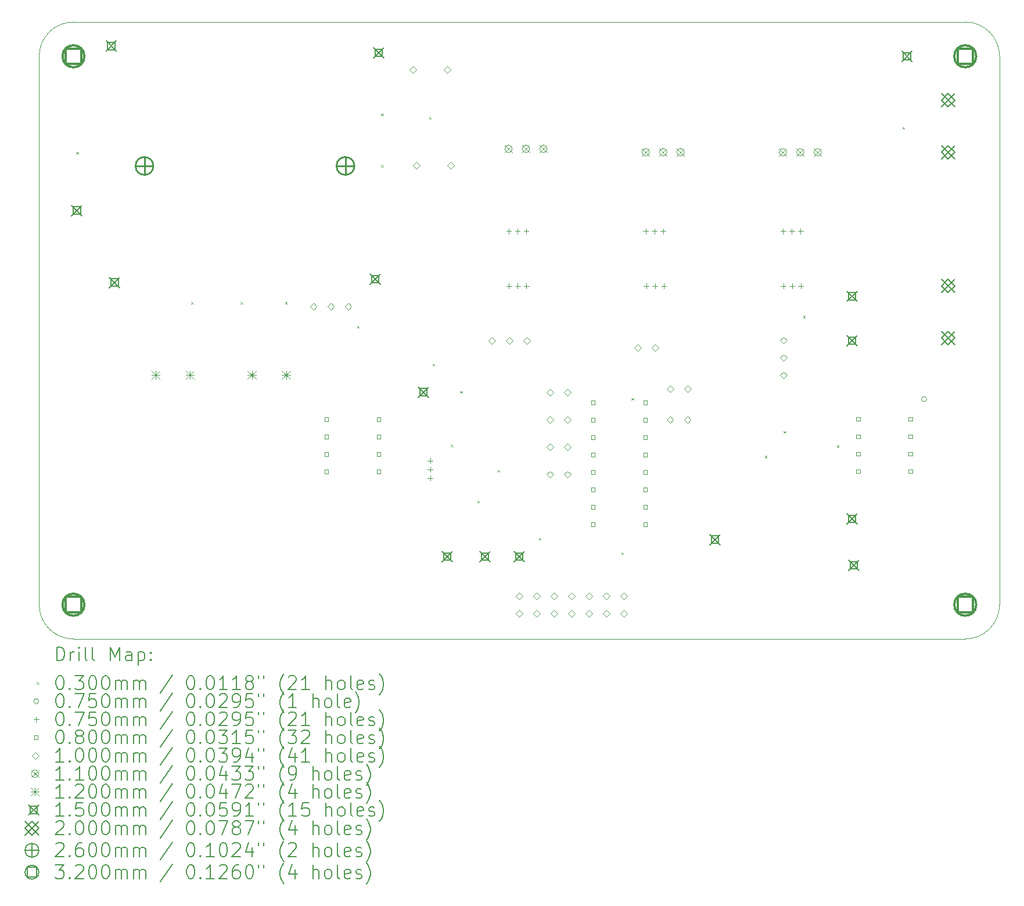
<source format=gbr>
%TF.GenerationSoftware,KiCad,Pcbnew,8.0.0*%
%TF.CreationDate,2024-04-26T12:40:18-04:00*%
%TF.ProjectId,SurgicalLightBoostConverterModule,53757267-6963-4616-9c4c-69676874426f,rev?*%
%TF.SameCoordinates,Original*%
%TF.FileFunction,Drillmap*%
%TF.FilePolarity,Positive*%
%FSLAX45Y45*%
G04 Gerber Fmt 4.5, Leading zero omitted, Abs format (unit mm)*
G04 Created by KiCad (PCBNEW 8.0.0) date 2024-04-26 12:40:18*
%MOMM*%
%LPD*%
G01*
G04 APERTURE LIST*
%ADD10C,0.100000*%
%ADD11C,0.200000*%
%ADD12C,0.110000*%
%ADD13C,0.120000*%
%ADD14C,0.150000*%
%ADD15C,0.260000*%
%ADD16C,0.320000*%
G04 APERTURE END LIST*
D10*
X2500000Y-11000000D02*
G75*
G02*
X2000000Y-10500000I0J500000D01*
G01*
X15500000Y-2000000D02*
G75*
G02*
X16000000Y-2500000I0J-500000D01*
G01*
X2500000Y-2000000D02*
X15500000Y-2000000D01*
X2000000Y-2500000D02*
G75*
G02*
X2500000Y-2000000I500000J0D01*
G01*
X16000000Y-10500000D02*
G75*
G02*
X15500000Y-11000000I-500000J0D01*
G01*
X15500000Y-11000000D02*
X2500000Y-11000000D01*
X16000000Y-2500000D02*
X16000000Y-10500000D01*
X2000000Y-10500000D02*
X2000000Y-2500000D01*
D11*
D10*
X2541500Y-3893750D02*
X2571500Y-3923750D01*
X2571500Y-3893750D02*
X2541500Y-3923750D01*
X4217396Y-6085000D02*
X4247396Y-6115000D01*
X4247396Y-6085000D02*
X4217396Y-6115000D01*
X4935000Y-6085000D02*
X4965000Y-6115000D01*
X4965000Y-6085000D02*
X4935000Y-6115000D01*
X5585000Y-6085000D02*
X5615000Y-6115000D01*
X5615000Y-6085000D02*
X5585000Y-6115000D01*
X6635000Y-6435000D02*
X6665000Y-6465000D01*
X6665000Y-6435000D02*
X6635000Y-6465000D01*
X6985000Y-3335000D02*
X7015000Y-3365000D01*
X7015000Y-3335000D02*
X6985000Y-3365000D01*
X6985000Y-4085000D02*
X7015000Y-4115000D01*
X7015000Y-4085000D02*
X6985000Y-4115000D01*
X7685000Y-3385000D02*
X7715000Y-3415000D01*
X7715000Y-3385000D02*
X7685000Y-3415000D01*
X7735000Y-6985000D02*
X7765000Y-7015000D01*
X7765000Y-6985000D02*
X7735000Y-7015000D01*
X8002500Y-8167500D02*
X8032500Y-8197500D01*
X8032500Y-8167500D02*
X8002500Y-8197500D01*
X8135000Y-7385000D02*
X8165000Y-7415000D01*
X8165000Y-7385000D02*
X8135000Y-7415000D01*
X8385000Y-8985000D02*
X8415000Y-9015000D01*
X8415000Y-8985000D02*
X8385000Y-9015000D01*
X8685000Y-8535000D02*
X8715000Y-8565000D01*
X8715000Y-8535000D02*
X8685000Y-8565000D01*
X9285000Y-9525000D02*
X9315000Y-9555000D01*
X9315000Y-9525000D02*
X9285000Y-9555000D01*
X10485000Y-9735000D02*
X10515000Y-9765000D01*
X10515000Y-9735000D02*
X10485000Y-9765000D01*
X10635000Y-7485000D02*
X10665000Y-7515000D01*
X10665000Y-7485000D02*
X10635000Y-7515000D01*
X12578750Y-8328750D02*
X12608750Y-8358750D01*
X12608750Y-8328750D02*
X12578750Y-8358750D01*
X12852500Y-7967500D02*
X12882500Y-7997500D01*
X12882500Y-7967500D02*
X12852500Y-7997500D01*
X13135000Y-6285000D02*
X13165000Y-6315000D01*
X13165000Y-6285000D02*
X13135000Y-6315000D01*
X13626250Y-8176250D02*
X13656250Y-8206250D01*
X13656250Y-8176250D02*
X13626250Y-8206250D01*
X14585000Y-3531250D02*
X14615000Y-3561250D01*
X14615000Y-3531250D02*
X14585000Y-3561250D01*
X14937500Y-7500000D02*
G75*
G02*
X14862500Y-7500000I-37500J0D01*
G01*
X14862500Y-7500000D02*
G75*
G02*
X14937500Y-7500000I37500J0D01*
G01*
X7700000Y-8362500D02*
X7700000Y-8437500D01*
X7662500Y-8400000D02*
X7737500Y-8400000D01*
X7700000Y-8489500D02*
X7700000Y-8564500D01*
X7662500Y-8527000D02*
X7737500Y-8527000D01*
X7700000Y-8616500D02*
X7700000Y-8691500D01*
X7662500Y-8654000D02*
X7737500Y-8654000D01*
X8846000Y-5012500D02*
X8846000Y-5087500D01*
X8808500Y-5050000D02*
X8883500Y-5050000D01*
X8850000Y-5812500D02*
X8850000Y-5887500D01*
X8812500Y-5850000D02*
X8887500Y-5850000D01*
X8973000Y-5012500D02*
X8973000Y-5087500D01*
X8935500Y-5050000D02*
X9010500Y-5050000D01*
X8977000Y-5812500D02*
X8977000Y-5887500D01*
X8939500Y-5850000D02*
X9014500Y-5850000D01*
X9100000Y-5012500D02*
X9100000Y-5087500D01*
X9062500Y-5050000D02*
X9137500Y-5050000D01*
X9104000Y-5812500D02*
X9104000Y-5887500D01*
X9066500Y-5850000D02*
X9141500Y-5850000D01*
X10842000Y-5012500D02*
X10842000Y-5087500D01*
X10804500Y-5050000D02*
X10879500Y-5050000D01*
X10850000Y-5812500D02*
X10850000Y-5887500D01*
X10812500Y-5850000D02*
X10887500Y-5850000D01*
X10969000Y-5012500D02*
X10969000Y-5087500D01*
X10931500Y-5050000D02*
X11006500Y-5050000D01*
X10977000Y-5812500D02*
X10977000Y-5887500D01*
X10939500Y-5850000D02*
X11014500Y-5850000D01*
X11096000Y-5012500D02*
X11096000Y-5087500D01*
X11058500Y-5050000D02*
X11133500Y-5050000D01*
X11104000Y-5812500D02*
X11104000Y-5887500D01*
X11066500Y-5850000D02*
X11141500Y-5850000D01*
X12846000Y-5012500D02*
X12846000Y-5087500D01*
X12808500Y-5050000D02*
X12883500Y-5050000D01*
X12850000Y-5812500D02*
X12850000Y-5887500D01*
X12812500Y-5850000D02*
X12887500Y-5850000D01*
X12973000Y-5012500D02*
X12973000Y-5087500D01*
X12935500Y-5050000D02*
X13010500Y-5050000D01*
X12977000Y-5812500D02*
X12977000Y-5887500D01*
X12939500Y-5850000D02*
X13014500Y-5850000D01*
X13100000Y-5012500D02*
X13100000Y-5087500D01*
X13062500Y-5050000D02*
X13137500Y-5050000D01*
X13104000Y-5812500D02*
X13104000Y-5887500D01*
X13066500Y-5850000D02*
X13141500Y-5850000D01*
X6216284Y-7824284D02*
X6216284Y-7767715D01*
X6159715Y-7767715D01*
X6159715Y-7824284D01*
X6216284Y-7824284D01*
X6216284Y-8078284D02*
X6216284Y-8021715D01*
X6159715Y-8021715D01*
X6159715Y-8078284D01*
X6216284Y-8078284D01*
X6216284Y-8332284D02*
X6216284Y-8275715D01*
X6159715Y-8275715D01*
X6159715Y-8332284D01*
X6216284Y-8332284D01*
X6216284Y-8586285D02*
X6216284Y-8529716D01*
X6159715Y-8529716D01*
X6159715Y-8586285D01*
X6216284Y-8586285D01*
X6978284Y-7824284D02*
X6978284Y-7767715D01*
X6921715Y-7767715D01*
X6921715Y-7824284D01*
X6978284Y-7824284D01*
X6978284Y-8078284D02*
X6978284Y-8021715D01*
X6921715Y-8021715D01*
X6921715Y-8078284D01*
X6978284Y-8078284D01*
X6978284Y-8332284D02*
X6978284Y-8275715D01*
X6921715Y-8275715D01*
X6921715Y-8332284D01*
X6978284Y-8332284D01*
X6978284Y-8586285D02*
X6978284Y-8529716D01*
X6921715Y-8529716D01*
X6921715Y-8586285D01*
X6978284Y-8586285D01*
X10101785Y-7578284D02*
X10101785Y-7521715D01*
X10045216Y-7521715D01*
X10045216Y-7578284D01*
X10101785Y-7578284D01*
X10101785Y-7832284D02*
X10101785Y-7775715D01*
X10045216Y-7775715D01*
X10045216Y-7832284D01*
X10101785Y-7832284D01*
X10101785Y-8086284D02*
X10101785Y-8029715D01*
X10045216Y-8029715D01*
X10045216Y-8086284D01*
X10101785Y-8086284D01*
X10101785Y-8340284D02*
X10101785Y-8283715D01*
X10045216Y-8283715D01*
X10045216Y-8340284D01*
X10101785Y-8340284D01*
X10101785Y-8594285D02*
X10101785Y-8537716D01*
X10045216Y-8537716D01*
X10045216Y-8594285D01*
X10101785Y-8594285D01*
X10101785Y-8848285D02*
X10101785Y-8791716D01*
X10045216Y-8791716D01*
X10045216Y-8848285D01*
X10101785Y-8848285D01*
X10101785Y-9102285D02*
X10101785Y-9045716D01*
X10045216Y-9045716D01*
X10045216Y-9102285D01*
X10101785Y-9102285D01*
X10101785Y-9356285D02*
X10101785Y-9299716D01*
X10045216Y-9299716D01*
X10045216Y-9356285D01*
X10101785Y-9356285D01*
X10863785Y-7578284D02*
X10863785Y-7521715D01*
X10807216Y-7521715D01*
X10807216Y-7578284D01*
X10863785Y-7578284D01*
X10863785Y-7832284D02*
X10863785Y-7775715D01*
X10807216Y-7775715D01*
X10807216Y-7832284D01*
X10863785Y-7832284D01*
X10863785Y-8086284D02*
X10863785Y-8029715D01*
X10807216Y-8029715D01*
X10807216Y-8086284D01*
X10863785Y-8086284D01*
X10863785Y-8340284D02*
X10863785Y-8283715D01*
X10807216Y-8283715D01*
X10807216Y-8340284D01*
X10863785Y-8340284D01*
X10863785Y-8594285D02*
X10863785Y-8537716D01*
X10807216Y-8537716D01*
X10807216Y-8594285D01*
X10863785Y-8594285D01*
X10863785Y-8848285D02*
X10863785Y-8791716D01*
X10807216Y-8791716D01*
X10807216Y-8848285D01*
X10863785Y-8848285D01*
X10863785Y-9102285D02*
X10863785Y-9045716D01*
X10807216Y-9045716D01*
X10807216Y-9102285D01*
X10863785Y-9102285D01*
X10863785Y-9356285D02*
X10863785Y-9299716D01*
X10807216Y-9299716D01*
X10807216Y-9356285D01*
X10863785Y-9356285D01*
X13966284Y-7820284D02*
X13966284Y-7763715D01*
X13909715Y-7763715D01*
X13909715Y-7820284D01*
X13966284Y-7820284D01*
X13966284Y-8074284D02*
X13966284Y-8017715D01*
X13909715Y-8017715D01*
X13909715Y-8074284D01*
X13966284Y-8074284D01*
X13966284Y-8328284D02*
X13966284Y-8271715D01*
X13909715Y-8271715D01*
X13909715Y-8328284D01*
X13966284Y-8328284D01*
X13966284Y-8582285D02*
X13966284Y-8525716D01*
X13909715Y-8525716D01*
X13909715Y-8582285D01*
X13966284Y-8582285D01*
X14728284Y-7820284D02*
X14728284Y-7763715D01*
X14671715Y-7763715D01*
X14671715Y-7820284D01*
X14728284Y-7820284D01*
X14728284Y-8074284D02*
X14728284Y-8017715D01*
X14671715Y-8017715D01*
X14671715Y-8074284D01*
X14728284Y-8074284D01*
X14728284Y-8328284D02*
X14728284Y-8271715D01*
X14671715Y-8271715D01*
X14671715Y-8328284D01*
X14728284Y-8328284D01*
X14728284Y-8582285D02*
X14728284Y-8525716D01*
X14671715Y-8525716D01*
X14671715Y-8582285D01*
X14728284Y-8582285D01*
X5997500Y-6200000D02*
X6047500Y-6150000D01*
X5997500Y-6100000D01*
X5947500Y-6150000D01*
X5997500Y-6200000D01*
X6251500Y-6200000D02*
X6301500Y-6150000D01*
X6251500Y-6100000D01*
X6201500Y-6150000D01*
X6251500Y-6200000D01*
X6505500Y-6200000D02*
X6555500Y-6150000D01*
X6505500Y-6100000D01*
X6455500Y-6150000D01*
X6505500Y-6200000D01*
X7450000Y-2742396D02*
X7500000Y-2692396D01*
X7450000Y-2642396D01*
X7400000Y-2692396D01*
X7450000Y-2742396D01*
X7500000Y-4142396D02*
X7550000Y-4092396D01*
X7500000Y-4042396D01*
X7450000Y-4092396D01*
X7500000Y-4142396D01*
X7950000Y-2742396D02*
X8000000Y-2692396D01*
X7950000Y-2642396D01*
X7900000Y-2692396D01*
X7950000Y-2742396D01*
X8000000Y-4142396D02*
X8050000Y-4092396D01*
X8000000Y-4042396D01*
X7950000Y-4092396D01*
X8000000Y-4142396D01*
X8600000Y-6700000D02*
X8650000Y-6650000D01*
X8600000Y-6600000D01*
X8550000Y-6650000D01*
X8600000Y-6700000D01*
X8854000Y-6700000D02*
X8904000Y-6650000D01*
X8854000Y-6600000D01*
X8804000Y-6650000D01*
X8854000Y-6700000D01*
X9000000Y-10421000D02*
X9050000Y-10371000D01*
X9000000Y-10321000D01*
X8950000Y-10371000D01*
X9000000Y-10421000D01*
X9000000Y-10675000D02*
X9050000Y-10625000D01*
X9000000Y-10575000D01*
X8950000Y-10625000D01*
X9000000Y-10675000D01*
X9108000Y-6700000D02*
X9158000Y-6650000D01*
X9108000Y-6600000D01*
X9058000Y-6650000D01*
X9108000Y-6700000D01*
X9254000Y-10421000D02*
X9304000Y-10371000D01*
X9254000Y-10321000D01*
X9204000Y-10371000D01*
X9254000Y-10421000D01*
X9254000Y-10675000D02*
X9304000Y-10625000D01*
X9254000Y-10575000D01*
X9204000Y-10625000D01*
X9254000Y-10675000D01*
X9446000Y-7450000D02*
X9496000Y-7400000D01*
X9446000Y-7350000D01*
X9396000Y-7400000D01*
X9446000Y-7450000D01*
X9446000Y-7850000D02*
X9496000Y-7800000D01*
X9446000Y-7750000D01*
X9396000Y-7800000D01*
X9446000Y-7850000D01*
X9446000Y-8250000D02*
X9496000Y-8200000D01*
X9446000Y-8150000D01*
X9396000Y-8200000D01*
X9446000Y-8250000D01*
X9446000Y-8650000D02*
X9496000Y-8600000D01*
X9446000Y-8550000D01*
X9396000Y-8600000D01*
X9446000Y-8650000D01*
X9508000Y-10421000D02*
X9558000Y-10371000D01*
X9508000Y-10321000D01*
X9458000Y-10371000D01*
X9508000Y-10421000D01*
X9508000Y-10675000D02*
X9558000Y-10625000D01*
X9508000Y-10575000D01*
X9458000Y-10625000D01*
X9508000Y-10675000D01*
X9700000Y-7450000D02*
X9750000Y-7400000D01*
X9700000Y-7350000D01*
X9650000Y-7400000D01*
X9700000Y-7450000D01*
X9700000Y-7850000D02*
X9750000Y-7800000D01*
X9700000Y-7750000D01*
X9650000Y-7800000D01*
X9700000Y-7850000D01*
X9700000Y-8250000D02*
X9750000Y-8200000D01*
X9700000Y-8150000D01*
X9650000Y-8200000D01*
X9700000Y-8250000D01*
X9700000Y-8650000D02*
X9750000Y-8600000D01*
X9700000Y-8550000D01*
X9650000Y-8600000D01*
X9700000Y-8650000D01*
X9762000Y-10421000D02*
X9812000Y-10371000D01*
X9762000Y-10321000D01*
X9712000Y-10371000D01*
X9762000Y-10421000D01*
X9762000Y-10675000D02*
X9812000Y-10625000D01*
X9762000Y-10575000D01*
X9712000Y-10625000D01*
X9762000Y-10675000D01*
X10016000Y-10421000D02*
X10066000Y-10371000D01*
X10016000Y-10321000D01*
X9966000Y-10371000D01*
X10016000Y-10421000D01*
X10016000Y-10675000D02*
X10066000Y-10625000D01*
X10016000Y-10575000D01*
X9966000Y-10625000D01*
X10016000Y-10675000D01*
X10270000Y-10421000D02*
X10320000Y-10371000D01*
X10270000Y-10321000D01*
X10220000Y-10371000D01*
X10270000Y-10421000D01*
X10270000Y-10675000D02*
X10320000Y-10625000D01*
X10270000Y-10575000D01*
X10220000Y-10625000D01*
X10270000Y-10675000D01*
X10524000Y-10421000D02*
X10574000Y-10371000D01*
X10524000Y-10321000D01*
X10474000Y-10371000D01*
X10524000Y-10421000D01*
X10524000Y-10675000D02*
X10574000Y-10625000D01*
X10524000Y-10575000D01*
X10474000Y-10625000D01*
X10524000Y-10675000D01*
X10723000Y-6800000D02*
X10773000Y-6750000D01*
X10723000Y-6700000D01*
X10673000Y-6750000D01*
X10723000Y-6800000D01*
X10977000Y-6800000D02*
X11027000Y-6750000D01*
X10977000Y-6700000D01*
X10927000Y-6750000D01*
X10977000Y-6800000D01*
X11196000Y-7850000D02*
X11246000Y-7800000D01*
X11196000Y-7750000D01*
X11146000Y-7800000D01*
X11196000Y-7850000D01*
X11200000Y-7400000D02*
X11250000Y-7350000D01*
X11200000Y-7300000D01*
X11150000Y-7350000D01*
X11200000Y-7400000D01*
X11450000Y-7850000D02*
X11500000Y-7800000D01*
X11450000Y-7750000D01*
X11400000Y-7800000D01*
X11450000Y-7850000D01*
X11454000Y-7400000D02*
X11504000Y-7350000D01*
X11454000Y-7300000D01*
X11404000Y-7350000D01*
X11454000Y-7400000D01*
X12850000Y-6694500D02*
X12900000Y-6644500D01*
X12850000Y-6594500D01*
X12800000Y-6644500D01*
X12850000Y-6694500D01*
X12850000Y-6948500D02*
X12900000Y-6898500D01*
X12850000Y-6848500D01*
X12800000Y-6898500D01*
X12850000Y-6948500D01*
X12850000Y-7202500D02*
X12900000Y-7152500D01*
X12850000Y-7102500D01*
X12800000Y-7152500D01*
X12850000Y-7202500D01*
D12*
X8787000Y-3795000D02*
X8897000Y-3905000D01*
X8897000Y-3795000D02*
X8787000Y-3905000D01*
X8897000Y-3850000D02*
G75*
G02*
X8787000Y-3850000I-55000J0D01*
G01*
X8787000Y-3850000D02*
G75*
G02*
X8897000Y-3850000I55000J0D01*
G01*
X9041000Y-3795000D02*
X9151000Y-3905000D01*
X9151000Y-3795000D02*
X9041000Y-3905000D01*
X9151000Y-3850000D02*
G75*
G02*
X9041000Y-3850000I-55000J0D01*
G01*
X9041000Y-3850000D02*
G75*
G02*
X9151000Y-3850000I55000J0D01*
G01*
X9295000Y-3795000D02*
X9405000Y-3905000D01*
X9405000Y-3795000D02*
X9295000Y-3905000D01*
X9405000Y-3850000D02*
G75*
G02*
X9295000Y-3850000I-55000J0D01*
G01*
X9295000Y-3850000D02*
G75*
G02*
X9405000Y-3850000I55000J0D01*
G01*
X10787000Y-3845000D02*
X10897000Y-3955000D01*
X10897000Y-3845000D02*
X10787000Y-3955000D01*
X10897000Y-3900000D02*
G75*
G02*
X10787000Y-3900000I-55000J0D01*
G01*
X10787000Y-3900000D02*
G75*
G02*
X10897000Y-3900000I55000J0D01*
G01*
X11041000Y-3845000D02*
X11151000Y-3955000D01*
X11151000Y-3845000D02*
X11041000Y-3955000D01*
X11151000Y-3900000D02*
G75*
G02*
X11041000Y-3900000I-55000J0D01*
G01*
X11041000Y-3900000D02*
G75*
G02*
X11151000Y-3900000I55000J0D01*
G01*
X11295000Y-3845000D02*
X11405000Y-3955000D01*
X11405000Y-3845000D02*
X11295000Y-3955000D01*
X11405000Y-3900000D02*
G75*
G02*
X11295000Y-3900000I-55000J0D01*
G01*
X11295000Y-3900000D02*
G75*
G02*
X11405000Y-3900000I55000J0D01*
G01*
X12787000Y-3845000D02*
X12897000Y-3955000D01*
X12897000Y-3845000D02*
X12787000Y-3955000D01*
X12897000Y-3900000D02*
G75*
G02*
X12787000Y-3900000I-55000J0D01*
G01*
X12787000Y-3900000D02*
G75*
G02*
X12897000Y-3900000I55000J0D01*
G01*
X13041000Y-3845000D02*
X13151000Y-3955000D01*
X13151000Y-3845000D02*
X13041000Y-3955000D01*
X13151000Y-3900000D02*
G75*
G02*
X13041000Y-3900000I-55000J0D01*
G01*
X13041000Y-3900000D02*
G75*
G02*
X13151000Y-3900000I55000J0D01*
G01*
X13295000Y-3845000D02*
X13405000Y-3955000D01*
X13405000Y-3845000D02*
X13295000Y-3955000D01*
X13405000Y-3900000D02*
G75*
G02*
X13295000Y-3900000I-55000J0D01*
G01*
X13295000Y-3900000D02*
G75*
G02*
X13405000Y-3900000I55000J0D01*
G01*
D13*
X3640000Y-7090000D02*
X3760000Y-7210000D01*
X3760000Y-7090000D02*
X3640000Y-7210000D01*
X3700000Y-7090000D02*
X3700000Y-7210000D01*
X3640000Y-7150000D02*
X3760000Y-7150000D01*
X4140000Y-7090000D02*
X4260000Y-7210000D01*
X4260000Y-7090000D02*
X4140000Y-7210000D01*
X4200000Y-7090000D02*
X4200000Y-7210000D01*
X4140000Y-7150000D02*
X4260000Y-7150000D01*
X5040000Y-7090000D02*
X5160000Y-7210000D01*
X5160000Y-7090000D02*
X5040000Y-7210000D01*
X5100000Y-7090000D02*
X5100000Y-7210000D01*
X5040000Y-7150000D02*
X5160000Y-7150000D01*
X5540000Y-7090000D02*
X5660000Y-7210000D01*
X5660000Y-7090000D02*
X5540000Y-7210000D01*
X5600000Y-7090000D02*
X5600000Y-7210000D01*
X5540000Y-7150000D02*
X5660000Y-7150000D01*
D14*
X2475000Y-4675000D02*
X2625000Y-4825000D01*
X2625000Y-4675000D02*
X2475000Y-4825000D01*
X2603034Y-4803034D02*
X2603034Y-4696967D01*
X2496967Y-4696967D01*
X2496967Y-4803034D01*
X2603034Y-4803034D01*
X2975000Y-2275000D02*
X3125000Y-2425000D01*
X3125000Y-2275000D02*
X2975000Y-2425000D01*
X3103033Y-2403034D02*
X3103033Y-2296967D01*
X2996966Y-2296967D01*
X2996966Y-2403034D01*
X3103033Y-2403034D01*
X3025000Y-5725000D02*
X3175000Y-5875000D01*
X3175000Y-5725000D02*
X3025000Y-5875000D01*
X3153033Y-5853033D02*
X3153033Y-5746966D01*
X3046966Y-5746966D01*
X3046966Y-5853033D01*
X3153033Y-5853033D01*
X6825000Y-5675000D02*
X6975000Y-5825000D01*
X6975000Y-5675000D02*
X6825000Y-5825000D01*
X6953033Y-5803033D02*
X6953033Y-5696966D01*
X6846966Y-5696966D01*
X6846966Y-5803033D01*
X6953033Y-5803033D01*
X6875000Y-2375000D02*
X7025000Y-2525000D01*
X7025000Y-2375000D02*
X6875000Y-2525000D01*
X7003033Y-2503034D02*
X7003033Y-2396967D01*
X6896966Y-2396967D01*
X6896966Y-2503034D01*
X7003033Y-2503034D01*
X7525000Y-7325000D02*
X7675000Y-7475000D01*
X7675000Y-7325000D02*
X7525000Y-7475000D01*
X7653033Y-7453033D02*
X7653033Y-7346966D01*
X7546966Y-7346966D01*
X7546966Y-7453033D01*
X7653033Y-7453033D01*
X7875000Y-9725000D02*
X8025000Y-9875000D01*
X8025000Y-9725000D02*
X7875000Y-9875000D01*
X8003033Y-9853034D02*
X8003033Y-9746967D01*
X7896966Y-9746967D01*
X7896966Y-9853034D01*
X8003033Y-9853034D01*
X8425000Y-9725000D02*
X8575000Y-9875000D01*
X8575000Y-9725000D02*
X8425000Y-9875000D01*
X8553034Y-9853034D02*
X8553034Y-9746967D01*
X8446967Y-9746967D01*
X8446967Y-9853034D01*
X8553034Y-9853034D01*
X8925000Y-9725000D02*
X9075000Y-9875000D01*
X9075000Y-9725000D02*
X8925000Y-9875000D01*
X9053034Y-9853034D02*
X9053034Y-9746967D01*
X8946967Y-9746967D01*
X8946967Y-9853034D01*
X9053034Y-9853034D01*
X11775000Y-9475000D02*
X11925000Y-9625000D01*
X11925000Y-9475000D02*
X11775000Y-9625000D01*
X11903033Y-9603034D02*
X11903033Y-9496967D01*
X11796966Y-9496967D01*
X11796966Y-9603034D01*
X11903033Y-9603034D01*
X13775000Y-5925000D02*
X13925000Y-6075000D01*
X13925000Y-5925000D02*
X13775000Y-6075000D01*
X13903033Y-6053033D02*
X13903033Y-5946966D01*
X13796966Y-5946966D01*
X13796966Y-6053033D01*
X13903033Y-6053033D01*
X13775000Y-6575000D02*
X13925000Y-6725000D01*
X13925000Y-6575000D02*
X13775000Y-6725000D01*
X13903033Y-6703033D02*
X13903033Y-6596966D01*
X13796966Y-6596966D01*
X13796966Y-6703033D01*
X13903033Y-6703033D01*
X13775000Y-9175000D02*
X13925000Y-9325000D01*
X13925000Y-9175000D02*
X13775000Y-9325000D01*
X13903033Y-9303034D02*
X13903033Y-9196967D01*
X13796966Y-9196967D01*
X13796966Y-9303034D01*
X13903033Y-9303034D01*
X13800000Y-9850000D02*
X13950000Y-10000000D01*
X13950000Y-9850000D02*
X13800000Y-10000000D01*
X13928033Y-9978034D02*
X13928033Y-9871967D01*
X13821966Y-9871967D01*
X13821966Y-9978034D01*
X13928033Y-9978034D01*
X14575000Y-2425000D02*
X14725000Y-2575000D01*
X14725000Y-2425000D02*
X14575000Y-2575000D01*
X14703033Y-2553034D02*
X14703033Y-2446967D01*
X14596966Y-2446967D01*
X14596966Y-2553034D01*
X14703033Y-2553034D01*
D11*
X15150000Y-3040000D02*
X15350000Y-3240000D01*
X15350000Y-3040000D02*
X15150000Y-3240000D01*
X15250000Y-3240000D02*
X15350000Y-3140000D01*
X15250000Y-3040000D01*
X15150000Y-3140000D01*
X15250000Y-3240000D01*
X15150000Y-3800000D02*
X15350000Y-4000000D01*
X15350000Y-3800000D02*
X15150000Y-4000000D01*
X15250000Y-4000000D02*
X15350000Y-3900000D01*
X15250000Y-3800000D01*
X15150000Y-3900000D01*
X15250000Y-4000000D01*
X15150000Y-5750000D02*
X15350000Y-5950000D01*
X15350000Y-5750000D02*
X15150000Y-5950000D01*
X15250000Y-5950000D02*
X15350000Y-5850000D01*
X15250000Y-5750000D01*
X15150000Y-5850000D01*
X15250000Y-5950000D01*
X15150000Y-6510000D02*
X15350000Y-6710000D01*
X15350000Y-6510000D02*
X15150000Y-6710000D01*
X15250000Y-6710000D02*
X15350000Y-6610000D01*
X15250000Y-6510000D01*
X15150000Y-6610000D01*
X15250000Y-6710000D01*
D15*
X3535000Y-3970000D02*
X3535000Y-4230000D01*
X3405000Y-4100000D02*
X3665000Y-4100000D01*
X3665000Y-4100000D02*
G75*
G02*
X3405000Y-4100000I-130000J0D01*
G01*
X3405000Y-4100000D02*
G75*
G02*
X3665000Y-4100000I130000J0D01*
G01*
X6465000Y-3970000D02*
X6465000Y-4230000D01*
X6335000Y-4100000D02*
X6595000Y-4100000D01*
X6595000Y-4100000D02*
G75*
G02*
X6335000Y-4100000I-130000J0D01*
G01*
X6335000Y-4100000D02*
G75*
G02*
X6595000Y-4100000I130000J0D01*
G01*
D16*
X2613138Y-2613138D02*
X2613138Y-2386862D01*
X2386862Y-2386862D01*
X2386862Y-2613138D01*
X2613138Y-2613138D01*
X2660000Y-2500000D02*
G75*
G02*
X2340000Y-2500000I-160000J0D01*
G01*
X2340000Y-2500000D02*
G75*
G02*
X2660000Y-2500000I160000J0D01*
G01*
X2613138Y-10613138D02*
X2613138Y-10386862D01*
X2386862Y-10386862D01*
X2386862Y-10613138D01*
X2613138Y-10613138D01*
X2660000Y-10500000D02*
G75*
G02*
X2340000Y-10500000I-160000J0D01*
G01*
X2340000Y-10500000D02*
G75*
G02*
X2660000Y-10500000I160000J0D01*
G01*
X15613138Y-2613138D02*
X15613138Y-2386862D01*
X15386862Y-2386862D01*
X15386862Y-2613138D01*
X15613138Y-2613138D01*
X15660000Y-2500000D02*
G75*
G02*
X15340000Y-2500000I-160000J0D01*
G01*
X15340000Y-2500000D02*
G75*
G02*
X15660000Y-2500000I160000J0D01*
G01*
X15613138Y-10613138D02*
X15613138Y-10386862D01*
X15386862Y-10386862D01*
X15386862Y-10613138D01*
X15613138Y-10613138D01*
X15660000Y-10500000D02*
G75*
G02*
X15340000Y-10500000I-160000J0D01*
G01*
X15340000Y-10500000D02*
G75*
G02*
X15660000Y-10500000I160000J0D01*
G01*
D11*
X2255777Y-11316484D02*
X2255777Y-11116484D01*
X2255777Y-11116484D02*
X2303396Y-11116484D01*
X2303396Y-11116484D02*
X2331967Y-11126008D01*
X2331967Y-11126008D02*
X2351015Y-11145055D01*
X2351015Y-11145055D02*
X2360539Y-11164103D01*
X2360539Y-11164103D02*
X2370063Y-11202198D01*
X2370063Y-11202198D02*
X2370063Y-11230769D01*
X2370063Y-11230769D02*
X2360539Y-11268865D01*
X2360539Y-11268865D02*
X2351015Y-11287912D01*
X2351015Y-11287912D02*
X2331967Y-11306960D01*
X2331967Y-11306960D02*
X2303396Y-11316484D01*
X2303396Y-11316484D02*
X2255777Y-11316484D01*
X2455777Y-11316484D02*
X2455777Y-11183150D01*
X2455777Y-11221246D02*
X2465301Y-11202198D01*
X2465301Y-11202198D02*
X2474824Y-11192674D01*
X2474824Y-11192674D02*
X2493872Y-11183150D01*
X2493872Y-11183150D02*
X2512920Y-11183150D01*
X2579586Y-11316484D02*
X2579586Y-11183150D01*
X2579586Y-11116484D02*
X2570063Y-11126008D01*
X2570063Y-11126008D02*
X2579586Y-11135531D01*
X2579586Y-11135531D02*
X2589110Y-11126008D01*
X2589110Y-11126008D02*
X2579586Y-11116484D01*
X2579586Y-11116484D02*
X2579586Y-11135531D01*
X2703396Y-11316484D02*
X2684348Y-11306960D01*
X2684348Y-11306960D02*
X2674824Y-11287912D01*
X2674824Y-11287912D02*
X2674824Y-11116484D01*
X2808158Y-11316484D02*
X2789110Y-11306960D01*
X2789110Y-11306960D02*
X2779586Y-11287912D01*
X2779586Y-11287912D02*
X2779586Y-11116484D01*
X3036729Y-11316484D02*
X3036729Y-11116484D01*
X3036729Y-11116484D02*
X3103396Y-11259341D01*
X3103396Y-11259341D02*
X3170062Y-11116484D01*
X3170062Y-11116484D02*
X3170062Y-11316484D01*
X3351015Y-11316484D02*
X3351015Y-11211722D01*
X3351015Y-11211722D02*
X3341491Y-11192674D01*
X3341491Y-11192674D02*
X3322443Y-11183150D01*
X3322443Y-11183150D02*
X3284348Y-11183150D01*
X3284348Y-11183150D02*
X3265301Y-11192674D01*
X3351015Y-11306960D02*
X3331967Y-11316484D01*
X3331967Y-11316484D02*
X3284348Y-11316484D01*
X3284348Y-11316484D02*
X3265301Y-11306960D01*
X3265301Y-11306960D02*
X3255777Y-11287912D01*
X3255777Y-11287912D02*
X3255777Y-11268865D01*
X3255777Y-11268865D02*
X3265301Y-11249817D01*
X3265301Y-11249817D02*
X3284348Y-11240293D01*
X3284348Y-11240293D02*
X3331967Y-11240293D01*
X3331967Y-11240293D02*
X3351015Y-11230769D01*
X3446253Y-11183150D02*
X3446253Y-11383150D01*
X3446253Y-11192674D02*
X3465301Y-11183150D01*
X3465301Y-11183150D02*
X3503396Y-11183150D01*
X3503396Y-11183150D02*
X3522443Y-11192674D01*
X3522443Y-11192674D02*
X3531967Y-11202198D01*
X3531967Y-11202198D02*
X3541491Y-11221246D01*
X3541491Y-11221246D02*
X3541491Y-11278388D01*
X3541491Y-11278388D02*
X3531967Y-11297436D01*
X3531967Y-11297436D02*
X3522443Y-11306960D01*
X3522443Y-11306960D02*
X3503396Y-11316484D01*
X3503396Y-11316484D02*
X3465301Y-11316484D01*
X3465301Y-11316484D02*
X3446253Y-11306960D01*
X3627205Y-11297436D02*
X3636729Y-11306960D01*
X3636729Y-11306960D02*
X3627205Y-11316484D01*
X3627205Y-11316484D02*
X3617682Y-11306960D01*
X3617682Y-11306960D02*
X3627205Y-11297436D01*
X3627205Y-11297436D02*
X3627205Y-11316484D01*
X3627205Y-11192674D02*
X3636729Y-11202198D01*
X3636729Y-11202198D02*
X3627205Y-11211722D01*
X3627205Y-11211722D02*
X3617682Y-11202198D01*
X3617682Y-11202198D02*
X3627205Y-11192674D01*
X3627205Y-11192674D02*
X3627205Y-11211722D01*
D10*
X1965000Y-11630000D02*
X1995000Y-11660000D01*
X1995000Y-11630000D02*
X1965000Y-11660000D01*
D11*
X2293872Y-11536484D02*
X2312920Y-11536484D01*
X2312920Y-11536484D02*
X2331967Y-11546008D01*
X2331967Y-11546008D02*
X2341491Y-11555531D01*
X2341491Y-11555531D02*
X2351015Y-11574579D01*
X2351015Y-11574579D02*
X2360539Y-11612674D01*
X2360539Y-11612674D02*
X2360539Y-11660293D01*
X2360539Y-11660293D02*
X2351015Y-11698388D01*
X2351015Y-11698388D02*
X2341491Y-11717436D01*
X2341491Y-11717436D02*
X2331967Y-11726960D01*
X2331967Y-11726960D02*
X2312920Y-11736484D01*
X2312920Y-11736484D02*
X2293872Y-11736484D01*
X2293872Y-11736484D02*
X2274824Y-11726960D01*
X2274824Y-11726960D02*
X2265301Y-11717436D01*
X2265301Y-11717436D02*
X2255777Y-11698388D01*
X2255777Y-11698388D02*
X2246253Y-11660293D01*
X2246253Y-11660293D02*
X2246253Y-11612674D01*
X2246253Y-11612674D02*
X2255777Y-11574579D01*
X2255777Y-11574579D02*
X2265301Y-11555531D01*
X2265301Y-11555531D02*
X2274824Y-11546008D01*
X2274824Y-11546008D02*
X2293872Y-11536484D01*
X2446253Y-11717436D02*
X2455777Y-11726960D01*
X2455777Y-11726960D02*
X2446253Y-11736484D01*
X2446253Y-11736484D02*
X2436729Y-11726960D01*
X2436729Y-11726960D02*
X2446253Y-11717436D01*
X2446253Y-11717436D02*
X2446253Y-11736484D01*
X2522444Y-11536484D02*
X2646253Y-11536484D01*
X2646253Y-11536484D02*
X2579586Y-11612674D01*
X2579586Y-11612674D02*
X2608158Y-11612674D01*
X2608158Y-11612674D02*
X2627205Y-11622198D01*
X2627205Y-11622198D02*
X2636729Y-11631722D01*
X2636729Y-11631722D02*
X2646253Y-11650769D01*
X2646253Y-11650769D02*
X2646253Y-11698388D01*
X2646253Y-11698388D02*
X2636729Y-11717436D01*
X2636729Y-11717436D02*
X2627205Y-11726960D01*
X2627205Y-11726960D02*
X2608158Y-11736484D01*
X2608158Y-11736484D02*
X2551015Y-11736484D01*
X2551015Y-11736484D02*
X2531967Y-11726960D01*
X2531967Y-11726960D02*
X2522444Y-11717436D01*
X2770063Y-11536484D02*
X2789110Y-11536484D01*
X2789110Y-11536484D02*
X2808158Y-11546008D01*
X2808158Y-11546008D02*
X2817682Y-11555531D01*
X2817682Y-11555531D02*
X2827205Y-11574579D01*
X2827205Y-11574579D02*
X2836729Y-11612674D01*
X2836729Y-11612674D02*
X2836729Y-11660293D01*
X2836729Y-11660293D02*
X2827205Y-11698388D01*
X2827205Y-11698388D02*
X2817682Y-11717436D01*
X2817682Y-11717436D02*
X2808158Y-11726960D01*
X2808158Y-11726960D02*
X2789110Y-11736484D01*
X2789110Y-11736484D02*
X2770063Y-11736484D01*
X2770063Y-11736484D02*
X2751015Y-11726960D01*
X2751015Y-11726960D02*
X2741491Y-11717436D01*
X2741491Y-11717436D02*
X2731967Y-11698388D01*
X2731967Y-11698388D02*
X2722444Y-11660293D01*
X2722444Y-11660293D02*
X2722444Y-11612674D01*
X2722444Y-11612674D02*
X2731967Y-11574579D01*
X2731967Y-11574579D02*
X2741491Y-11555531D01*
X2741491Y-11555531D02*
X2751015Y-11546008D01*
X2751015Y-11546008D02*
X2770063Y-11536484D01*
X2960539Y-11536484D02*
X2979586Y-11536484D01*
X2979586Y-11536484D02*
X2998634Y-11546008D01*
X2998634Y-11546008D02*
X3008158Y-11555531D01*
X3008158Y-11555531D02*
X3017682Y-11574579D01*
X3017682Y-11574579D02*
X3027205Y-11612674D01*
X3027205Y-11612674D02*
X3027205Y-11660293D01*
X3027205Y-11660293D02*
X3017682Y-11698388D01*
X3017682Y-11698388D02*
X3008158Y-11717436D01*
X3008158Y-11717436D02*
X2998634Y-11726960D01*
X2998634Y-11726960D02*
X2979586Y-11736484D01*
X2979586Y-11736484D02*
X2960539Y-11736484D01*
X2960539Y-11736484D02*
X2941491Y-11726960D01*
X2941491Y-11726960D02*
X2931967Y-11717436D01*
X2931967Y-11717436D02*
X2922443Y-11698388D01*
X2922443Y-11698388D02*
X2912920Y-11660293D01*
X2912920Y-11660293D02*
X2912920Y-11612674D01*
X2912920Y-11612674D02*
X2922443Y-11574579D01*
X2922443Y-11574579D02*
X2931967Y-11555531D01*
X2931967Y-11555531D02*
X2941491Y-11546008D01*
X2941491Y-11546008D02*
X2960539Y-11536484D01*
X3112920Y-11736484D02*
X3112920Y-11603150D01*
X3112920Y-11622198D02*
X3122443Y-11612674D01*
X3122443Y-11612674D02*
X3141491Y-11603150D01*
X3141491Y-11603150D02*
X3170063Y-11603150D01*
X3170063Y-11603150D02*
X3189110Y-11612674D01*
X3189110Y-11612674D02*
X3198634Y-11631722D01*
X3198634Y-11631722D02*
X3198634Y-11736484D01*
X3198634Y-11631722D02*
X3208158Y-11612674D01*
X3208158Y-11612674D02*
X3227205Y-11603150D01*
X3227205Y-11603150D02*
X3255777Y-11603150D01*
X3255777Y-11603150D02*
X3274824Y-11612674D01*
X3274824Y-11612674D02*
X3284348Y-11631722D01*
X3284348Y-11631722D02*
X3284348Y-11736484D01*
X3379586Y-11736484D02*
X3379586Y-11603150D01*
X3379586Y-11622198D02*
X3389110Y-11612674D01*
X3389110Y-11612674D02*
X3408158Y-11603150D01*
X3408158Y-11603150D02*
X3436729Y-11603150D01*
X3436729Y-11603150D02*
X3455777Y-11612674D01*
X3455777Y-11612674D02*
X3465301Y-11631722D01*
X3465301Y-11631722D02*
X3465301Y-11736484D01*
X3465301Y-11631722D02*
X3474824Y-11612674D01*
X3474824Y-11612674D02*
X3493872Y-11603150D01*
X3493872Y-11603150D02*
X3522443Y-11603150D01*
X3522443Y-11603150D02*
X3541491Y-11612674D01*
X3541491Y-11612674D02*
X3551015Y-11631722D01*
X3551015Y-11631722D02*
X3551015Y-11736484D01*
X3941491Y-11526960D02*
X3770063Y-11784103D01*
X4198634Y-11536484D02*
X4217682Y-11536484D01*
X4217682Y-11536484D02*
X4236729Y-11546008D01*
X4236729Y-11546008D02*
X4246253Y-11555531D01*
X4246253Y-11555531D02*
X4255777Y-11574579D01*
X4255777Y-11574579D02*
X4265301Y-11612674D01*
X4265301Y-11612674D02*
X4265301Y-11660293D01*
X4265301Y-11660293D02*
X4255777Y-11698388D01*
X4255777Y-11698388D02*
X4246253Y-11717436D01*
X4246253Y-11717436D02*
X4236729Y-11726960D01*
X4236729Y-11726960D02*
X4217682Y-11736484D01*
X4217682Y-11736484D02*
X4198634Y-11736484D01*
X4198634Y-11736484D02*
X4179586Y-11726960D01*
X4179586Y-11726960D02*
X4170063Y-11717436D01*
X4170063Y-11717436D02*
X4160539Y-11698388D01*
X4160539Y-11698388D02*
X4151015Y-11660293D01*
X4151015Y-11660293D02*
X4151015Y-11612674D01*
X4151015Y-11612674D02*
X4160539Y-11574579D01*
X4160539Y-11574579D02*
X4170063Y-11555531D01*
X4170063Y-11555531D02*
X4179586Y-11546008D01*
X4179586Y-11546008D02*
X4198634Y-11536484D01*
X4351015Y-11717436D02*
X4360539Y-11726960D01*
X4360539Y-11726960D02*
X4351015Y-11736484D01*
X4351015Y-11736484D02*
X4341491Y-11726960D01*
X4341491Y-11726960D02*
X4351015Y-11717436D01*
X4351015Y-11717436D02*
X4351015Y-11736484D01*
X4484348Y-11536484D02*
X4503396Y-11536484D01*
X4503396Y-11536484D02*
X4522444Y-11546008D01*
X4522444Y-11546008D02*
X4531968Y-11555531D01*
X4531968Y-11555531D02*
X4541491Y-11574579D01*
X4541491Y-11574579D02*
X4551015Y-11612674D01*
X4551015Y-11612674D02*
X4551015Y-11660293D01*
X4551015Y-11660293D02*
X4541491Y-11698388D01*
X4541491Y-11698388D02*
X4531968Y-11717436D01*
X4531968Y-11717436D02*
X4522444Y-11726960D01*
X4522444Y-11726960D02*
X4503396Y-11736484D01*
X4503396Y-11736484D02*
X4484348Y-11736484D01*
X4484348Y-11736484D02*
X4465301Y-11726960D01*
X4465301Y-11726960D02*
X4455777Y-11717436D01*
X4455777Y-11717436D02*
X4446253Y-11698388D01*
X4446253Y-11698388D02*
X4436729Y-11660293D01*
X4436729Y-11660293D02*
X4436729Y-11612674D01*
X4436729Y-11612674D02*
X4446253Y-11574579D01*
X4446253Y-11574579D02*
X4455777Y-11555531D01*
X4455777Y-11555531D02*
X4465301Y-11546008D01*
X4465301Y-11546008D02*
X4484348Y-11536484D01*
X4741491Y-11736484D02*
X4627206Y-11736484D01*
X4684348Y-11736484D02*
X4684348Y-11536484D01*
X4684348Y-11536484D02*
X4665301Y-11565055D01*
X4665301Y-11565055D02*
X4646253Y-11584103D01*
X4646253Y-11584103D02*
X4627206Y-11593627D01*
X4931968Y-11736484D02*
X4817682Y-11736484D01*
X4874825Y-11736484D02*
X4874825Y-11536484D01*
X4874825Y-11536484D02*
X4855777Y-11565055D01*
X4855777Y-11565055D02*
X4836729Y-11584103D01*
X4836729Y-11584103D02*
X4817682Y-11593627D01*
X5046253Y-11622198D02*
X5027206Y-11612674D01*
X5027206Y-11612674D02*
X5017682Y-11603150D01*
X5017682Y-11603150D02*
X5008158Y-11584103D01*
X5008158Y-11584103D02*
X5008158Y-11574579D01*
X5008158Y-11574579D02*
X5017682Y-11555531D01*
X5017682Y-11555531D02*
X5027206Y-11546008D01*
X5027206Y-11546008D02*
X5046253Y-11536484D01*
X5046253Y-11536484D02*
X5084349Y-11536484D01*
X5084349Y-11536484D02*
X5103396Y-11546008D01*
X5103396Y-11546008D02*
X5112920Y-11555531D01*
X5112920Y-11555531D02*
X5122444Y-11574579D01*
X5122444Y-11574579D02*
X5122444Y-11584103D01*
X5122444Y-11584103D02*
X5112920Y-11603150D01*
X5112920Y-11603150D02*
X5103396Y-11612674D01*
X5103396Y-11612674D02*
X5084349Y-11622198D01*
X5084349Y-11622198D02*
X5046253Y-11622198D01*
X5046253Y-11622198D02*
X5027206Y-11631722D01*
X5027206Y-11631722D02*
X5017682Y-11641246D01*
X5017682Y-11641246D02*
X5008158Y-11660293D01*
X5008158Y-11660293D02*
X5008158Y-11698388D01*
X5008158Y-11698388D02*
X5017682Y-11717436D01*
X5017682Y-11717436D02*
X5027206Y-11726960D01*
X5027206Y-11726960D02*
X5046253Y-11736484D01*
X5046253Y-11736484D02*
X5084349Y-11736484D01*
X5084349Y-11736484D02*
X5103396Y-11726960D01*
X5103396Y-11726960D02*
X5112920Y-11717436D01*
X5112920Y-11717436D02*
X5122444Y-11698388D01*
X5122444Y-11698388D02*
X5122444Y-11660293D01*
X5122444Y-11660293D02*
X5112920Y-11641246D01*
X5112920Y-11641246D02*
X5103396Y-11631722D01*
X5103396Y-11631722D02*
X5084349Y-11622198D01*
X5198634Y-11536484D02*
X5198634Y-11574579D01*
X5274825Y-11536484D02*
X5274825Y-11574579D01*
X5570063Y-11812674D02*
X5560539Y-11803150D01*
X5560539Y-11803150D02*
X5541491Y-11774579D01*
X5541491Y-11774579D02*
X5531968Y-11755531D01*
X5531968Y-11755531D02*
X5522444Y-11726960D01*
X5522444Y-11726960D02*
X5512920Y-11679341D01*
X5512920Y-11679341D02*
X5512920Y-11641246D01*
X5512920Y-11641246D02*
X5522444Y-11593627D01*
X5522444Y-11593627D02*
X5531968Y-11565055D01*
X5531968Y-11565055D02*
X5541491Y-11546008D01*
X5541491Y-11546008D02*
X5560539Y-11517436D01*
X5560539Y-11517436D02*
X5570063Y-11507912D01*
X5636729Y-11555531D02*
X5646253Y-11546008D01*
X5646253Y-11546008D02*
X5665301Y-11536484D01*
X5665301Y-11536484D02*
X5712920Y-11536484D01*
X5712920Y-11536484D02*
X5731968Y-11546008D01*
X5731968Y-11546008D02*
X5741491Y-11555531D01*
X5741491Y-11555531D02*
X5751015Y-11574579D01*
X5751015Y-11574579D02*
X5751015Y-11593627D01*
X5751015Y-11593627D02*
X5741491Y-11622198D01*
X5741491Y-11622198D02*
X5627206Y-11736484D01*
X5627206Y-11736484D02*
X5751015Y-11736484D01*
X5941491Y-11736484D02*
X5827206Y-11736484D01*
X5884348Y-11736484D02*
X5884348Y-11536484D01*
X5884348Y-11536484D02*
X5865301Y-11565055D01*
X5865301Y-11565055D02*
X5846253Y-11584103D01*
X5846253Y-11584103D02*
X5827206Y-11593627D01*
X6179587Y-11736484D02*
X6179587Y-11536484D01*
X6265301Y-11736484D02*
X6265301Y-11631722D01*
X6265301Y-11631722D02*
X6255777Y-11612674D01*
X6255777Y-11612674D02*
X6236730Y-11603150D01*
X6236730Y-11603150D02*
X6208158Y-11603150D01*
X6208158Y-11603150D02*
X6189110Y-11612674D01*
X6189110Y-11612674D02*
X6179587Y-11622198D01*
X6389110Y-11736484D02*
X6370063Y-11726960D01*
X6370063Y-11726960D02*
X6360539Y-11717436D01*
X6360539Y-11717436D02*
X6351015Y-11698388D01*
X6351015Y-11698388D02*
X6351015Y-11641246D01*
X6351015Y-11641246D02*
X6360539Y-11622198D01*
X6360539Y-11622198D02*
X6370063Y-11612674D01*
X6370063Y-11612674D02*
X6389110Y-11603150D01*
X6389110Y-11603150D02*
X6417682Y-11603150D01*
X6417682Y-11603150D02*
X6436730Y-11612674D01*
X6436730Y-11612674D02*
X6446253Y-11622198D01*
X6446253Y-11622198D02*
X6455777Y-11641246D01*
X6455777Y-11641246D02*
X6455777Y-11698388D01*
X6455777Y-11698388D02*
X6446253Y-11717436D01*
X6446253Y-11717436D02*
X6436730Y-11726960D01*
X6436730Y-11726960D02*
X6417682Y-11736484D01*
X6417682Y-11736484D02*
X6389110Y-11736484D01*
X6570063Y-11736484D02*
X6551015Y-11726960D01*
X6551015Y-11726960D02*
X6541491Y-11707912D01*
X6541491Y-11707912D02*
X6541491Y-11536484D01*
X6722444Y-11726960D02*
X6703396Y-11736484D01*
X6703396Y-11736484D02*
X6665301Y-11736484D01*
X6665301Y-11736484D02*
X6646253Y-11726960D01*
X6646253Y-11726960D02*
X6636730Y-11707912D01*
X6636730Y-11707912D02*
X6636730Y-11631722D01*
X6636730Y-11631722D02*
X6646253Y-11612674D01*
X6646253Y-11612674D02*
X6665301Y-11603150D01*
X6665301Y-11603150D02*
X6703396Y-11603150D01*
X6703396Y-11603150D02*
X6722444Y-11612674D01*
X6722444Y-11612674D02*
X6731968Y-11631722D01*
X6731968Y-11631722D02*
X6731968Y-11650769D01*
X6731968Y-11650769D02*
X6636730Y-11669817D01*
X6808158Y-11726960D02*
X6827206Y-11736484D01*
X6827206Y-11736484D02*
X6865301Y-11736484D01*
X6865301Y-11736484D02*
X6884349Y-11726960D01*
X6884349Y-11726960D02*
X6893872Y-11707912D01*
X6893872Y-11707912D02*
X6893872Y-11698388D01*
X6893872Y-11698388D02*
X6884349Y-11679341D01*
X6884349Y-11679341D02*
X6865301Y-11669817D01*
X6865301Y-11669817D02*
X6836730Y-11669817D01*
X6836730Y-11669817D02*
X6817682Y-11660293D01*
X6817682Y-11660293D02*
X6808158Y-11641246D01*
X6808158Y-11641246D02*
X6808158Y-11631722D01*
X6808158Y-11631722D02*
X6817682Y-11612674D01*
X6817682Y-11612674D02*
X6836730Y-11603150D01*
X6836730Y-11603150D02*
X6865301Y-11603150D01*
X6865301Y-11603150D02*
X6884349Y-11612674D01*
X6960539Y-11812674D02*
X6970063Y-11803150D01*
X6970063Y-11803150D02*
X6989111Y-11774579D01*
X6989111Y-11774579D02*
X6998634Y-11755531D01*
X6998634Y-11755531D02*
X7008158Y-11726960D01*
X7008158Y-11726960D02*
X7017682Y-11679341D01*
X7017682Y-11679341D02*
X7017682Y-11641246D01*
X7017682Y-11641246D02*
X7008158Y-11593627D01*
X7008158Y-11593627D02*
X6998634Y-11565055D01*
X6998634Y-11565055D02*
X6989111Y-11546008D01*
X6989111Y-11546008D02*
X6970063Y-11517436D01*
X6970063Y-11517436D02*
X6960539Y-11507912D01*
D10*
X1995000Y-11909000D02*
G75*
G02*
X1920000Y-11909000I-37500J0D01*
G01*
X1920000Y-11909000D02*
G75*
G02*
X1995000Y-11909000I37500J0D01*
G01*
D11*
X2293872Y-11800484D02*
X2312920Y-11800484D01*
X2312920Y-11800484D02*
X2331967Y-11810008D01*
X2331967Y-11810008D02*
X2341491Y-11819531D01*
X2341491Y-11819531D02*
X2351015Y-11838579D01*
X2351015Y-11838579D02*
X2360539Y-11876674D01*
X2360539Y-11876674D02*
X2360539Y-11924293D01*
X2360539Y-11924293D02*
X2351015Y-11962388D01*
X2351015Y-11962388D02*
X2341491Y-11981436D01*
X2341491Y-11981436D02*
X2331967Y-11990960D01*
X2331967Y-11990960D02*
X2312920Y-12000484D01*
X2312920Y-12000484D02*
X2293872Y-12000484D01*
X2293872Y-12000484D02*
X2274824Y-11990960D01*
X2274824Y-11990960D02*
X2265301Y-11981436D01*
X2265301Y-11981436D02*
X2255777Y-11962388D01*
X2255777Y-11962388D02*
X2246253Y-11924293D01*
X2246253Y-11924293D02*
X2246253Y-11876674D01*
X2246253Y-11876674D02*
X2255777Y-11838579D01*
X2255777Y-11838579D02*
X2265301Y-11819531D01*
X2265301Y-11819531D02*
X2274824Y-11810008D01*
X2274824Y-11810008D02*
X2293872Y-11800484D01*
X2446253Y-11981436D02*
X2455777Y-11990960D01*
X2455777Y-11990960D02*
X2446253Y-12000484D01*
X2446253Y-12000484D02*
X2436729Y-11990960D01*
X2436729Y-11990960D02*
X2446253Y-11981436D01*
X2446253Y-11981436D02*
X2446253Y-12000484D01*
X2522444Y-11800484D02*
X2655777Y-11800484D01*
X2655777Y-11800484D02*
X2570063Y-12000484D01*
X2827205Y-11800484D02*
X2731967Y-11800484D01*
X2731967Y-11800484D02*
X2722444Y-11895722D01*
X2722444Y-11895722D02*
X2731967Y-11886198D01*
X2731967Y-11886198D02*
X2751015Y-11876674D01*
X2751015Y-11876674D02*
X2798634Y-11876674D01*
X2798634Y-11876674D02*
X2817682Y-11886198D01*
X2817682Y-11886198D02*
X2827205Y-11895722D01*
X2827205Y-11895722D02*
X2836729Y-11914769D01*
X2836729Y-11914769D02*
X2836729Y-11962388D01*
X2836729Y-11962388D02*
X2827205Y-11981436D01*
X2827205Y-11981436D02*
X2817682Y-11990960D01*
X2817682Y-11990960D02*
X2798634Y-12000484D01*
X2798634Y-12000484D02*
X2751015Y-12000484D01*
X2751015Y-12000484D02*
X2731967Y-11990960D01*
X2731967Y-11990960D02*
X2722444Y-11981436D01*
X2960539Y-11800484D02*
X2979586Y-11800484D01*
X2979586Y-11800484D02*
X2998634Y-11810008D01*
X2998634Y-11810008D02*
X3008158Y-11819531D01*
X3008158Y-11819531D02*
X3017682Y-11838579D01*
X3017682Y-11838579D02*
X3027205Y-11876674D01*
X3027205Y-11876674D02*
X3027205Y-11924293D01*
X3027205Y-11924293D02*
X3017682Y-11962388D01*
X3017682Y-11962388D02*
X3008158Y-11981436D01*
X3008158Y-11981436D02*
X2998634Y-11990960D01*
X2998634Y-11990960D02*
X2979586Y-12000484D01*
X2979586Y-12000484D02*
X2960539Y-12000484D01*
X2960539Y-12000484D02*
X2941491Y-11990960D01*
X2941491Y-11990960D02*
X2931967Y-11981436D01*
X2931967Y-11981436D02*
X2922443Y-11962388D01*
X2922443Y-11962388D02*
X2912920Y-11924293D01*
X2912920Y-11924293D02*
X2912920Y-11876674D01*
X2912920Y-11876674D02*
X2922443Y-11838579D01*
X2922443Y-11838579D02*
X2931967Y-11819531D01*
X2931967Y-11819531D02*
X2941491Y-11810008D01*
X2941491Y-11810008D02*
X2960539Y-11800484D01*
X3112920Y-12000484D02*
X3112920Y-11867150D01*
X3112920Y-11886198D02*
X3122443Y-11876674D01*
X3122443Y-11876674D02*
X3141491Y-11867150D01*
X3141491Y-11867150D02*
X3170063Y-11867150D01*
X3170063Y-11867150D02*
X3189110Y-11876674D01*
X3189110Y-11876674D02*
X3198634Y-11895722D01*
X3198634Y-11895722D02*
X3198634Y-12000484D01*
X3198634Y-11895722D02*
X3208158Y-11876674D01*
X3208158Y-11876674D02*
X3227205Y-11867150D01*
X3227205Y-11867150D02*
X3255777Y-11867150D01*
X3255777Y-11867150D02*
X3274824Y-11876674D01*
X3274824Y-11876674D02*
X3284348Y-11895722D01*
X3284348Y-11895722D02*
X3284348Y-12000484D01*
X3379586Y-12000484D02*
X3379586Y-11867150D01*
X3379586Y-11886198D02*
X3389110Y-11876674D01*
X3389110Y-11876674D02*
X3408158Y-11867150D01*
X3408158Y-11867150D02*
X3436729Y-11867150D01*
X3436729Y-11867150D02*
X3455777Y-11876674D01*
X3455777Y-11876674D02*
X3465301Y-11895722D01*
X3465301Y-11895722D02*
X3465301Y-12000484D01*
X3465301Y-11895722D02*
X3474824Y-11876674D01*
X3474824Y-11876674D02*
X3493872Y-11867150D01*
X3493872Y-11867150D02*
X3522443Y-11867150D01*
X3522443Y-11867150D02*
X3541491Y-11876674D01*
X3541491Y-11876674D02*
X3551015Y-11895722D01*
X3551015Y-11895722D02*
X3551015Y-12000484D01*
X3941491Y-11790960D02*
X3770063Y-12048103D01*
X4198634Y-11800484D02*
X4217682Y-11800484D01*
X4217682Y-11800484D02*
X4236729Y-11810008D01*
X4236729Y-11810008D02*
X4246253Y-11819531D01*
X4246253Y-11819531D02*
X4255777Y-11838579D01*
X4255777Y-11838579D02*
X4265301Y-11876674D01*
X4265301Y-11876674D02*
X4265301Y-11924293D01*
X4265301Y-11924293D02*
X4255777Y-11962388D01*
X4255777Y-11962388D02*
X4246253Y-11981436D01*
X4246253Y-11981436D02*
X4236729Y-11990960D01*
X4236729Y-11990960D02*
X4217682Y-12000484D01*
X4217682Y-12000484D02*
X4198634Y-12000484D01*
X4198634Y-12000484D02*
X4179586Y-11990960D01*
X4179586Y-11990960D02*
X4170063Y-11981436D01*
X4170063Y-11981436D02*
X4160539Y-11962388D01*
X4160539Y-11962388D02*
X4151015Y-11924293D01*
X4151015Y-11924293D02*
X4151015Y-11876674D01*
X4151015Y-11876674D02*
X4160539Y-11838579D01*
X4160539Y-11838579D02*
X4170063Y-11819531D01*
X4170063Y-11819531D02*
X4179586Y-11810008D01*
X4179586Y-11810008D02*
X4198634Y-11800484D01*
X4351015Y-11981436D02*
X4360539Y-11990960D01*
X4360539Y-11990960D02*
X4351015Y-12000484D01*
X4351015Y-12000484D02*
X4341491Y-11990960D01*
X4341491Y-11990960D02*
X4351015Y-11981436D01*
X4351015Y-11981436D02*
X4351015Y-12000484D01*
X4484348Y-11800484D02*
X4503396Y-11800484D01*
X4503396Y-11800484D02*
X4522444Y-11810008D01*
X4522444Y-11810008D02*
X4531968Y-11819531D01*
X4531968Y-11819531D02*
X4541491Y-11838579D01*
X4541491Y-11838579D02*
X4551015Y-11876674D01*
X4551015Y-11876674D02*
X4551015Y-11924293D01*
X4551015Y-11924293D02*
X4541491Y-11962388D01*
X4541491Y-11962388D02*
X4531968Y-11981436D01*
X4531968Y-11981436D02*
X4522444Y-11990960D01*
X4522444Y-11990960D02*
X4503396Y-12000484D01*
X4503396Y-12000484D02*
X4484348Y-12000484D01*
X4484348Y-12000484D02*
X4465301Y-11990960D01*
X4465301Y-11990960D02*
X4455777Y-11981436D01*
X4455777Y-11981436D02*
X4446253Y-11962388D01*
X4446253Y-11962388D02*
X4436729Y-11924293D01*
X4436729Y-11924293D02*
X4436729Y-11876674D01*
X4436729Y-11876674D02*
X4446253Y-11838579D01*
X4446253Y-11838579D02*
X4455777Y-11819531D01*
X4455777Y-11819531D02*
X4465301Y-11810008D01*
X4465301Y-11810008D02*
X4484348Y-11800484D01*
X4627206Y-11819531D02*
X4636729Y-11810008D01*
X4636729Y-11810008D02*
X4655777Y-11800484D01*
X4655777Y-11800484D02*
X4703396Y-11800484D01*
X4703396Y-11800484D02*
X4722444Y-11810008D01*
X4722444Y-11810008D02*
X4731968Y-11819531D01*
X4731968Y-11819531D02*
X4741491Y-11838579D01*
X4741491Y-11838579D02*
X4741491Y-11857627D01*
X4741491Y-11857627D02*
X4731968Y-11886198D01*
X4731968Y-11886198D02*
X4617682Y-12000484D01*
X4617682Y-12000484D02*
X4741491Y-12000484D01*
X4836729Y-12000484D02*
X4874825Y-12000484D01*
X4874825Y-12000484D02*
X4893872Y-11990960D01*
X4893872Y-11990960D02*
X4903396Y-11981436D01*
X4903396Y-11981436D02*
X4922444Y-11952865D01*
X4922444Y-11952865D02*
X4931968Y-11914769D01*
X4931968Y-11914769D02*
X4931968Y-11838579D01*
X4931968Y-11838579D02*
X4922444Y-11819531D01*
X4922444Y-11819531D02*
X4912920Y-11810008D01*
X4912920Y-11810008D02*
X4893872Y-11800484D01*
X4893872Y-11800484D02*
X4855777Y-11800484D01*
X4855777Y-11800484D02*
X4836729Y-11810008D01*
X4836729Y-11810008D02*
X4827206Y-11819531D01*
X4827206Y-11819531D02*
X4817682Y-11838579D01*
X4817682Y-11838579D02*
X4817682Y-11886198D01*
X4817682Y-11886198D02*
X4827206Y-11905246D01*
X4827206Y-11905246D02*
X4836729Y-11914769D01*
X4836729Y-11914769D02*
X4855777Y-11924293D01*
X4855777Y-11924293D02*
X4893872Y-11924293D01*
X4893872Y-11924293D02*
X4912920Y-11914769D01*
X4912920Y-11914769D02*
X4922444Y-11905246D01*
X4922444Y-11905246D02*
X4931968Y-11886198D01*
X5112920Y-11800484D02*
X5017682Y-11800484D01*
X5017682Y-11800484D02*
X5008158Y-11895722D01*
X5008158Y-11895722D02*
X5017682Y-11886198D01*
X5017682Y-11886198D02*
X5036729Y-11876674D01*
X5036729Y-11876674D02*
X5084349Y-11876674D01*
X5084349Y-11876674D02*
X5103396Y-11886198D01*
X5103396Y-11886198D02*
X5112920Y-11895722D01*
X5112920Y-11895722D02*
X5122444Y-11914769D01*
X5122444Y-11914769D02*
X5122444Y-11962388D01*
X5122444Y-11962388D02*
X5112920Y-11981436D01*
X5112920Y-11981436D02*
X5103396Y-11990960D01*
X5103396Y-11990960D02*
X5084349Y-12000484D01*
X5084349Y-12000484D02*
X5036729Y-12000484D01*
X5036729Y-12000484D02*
X5017682Y-11990960D01*
X5017682Y-11990960D02*
X5008158Y-11981436D01*
X5198634Y-11800484D02*
X5198634Y-11838579D01*
X5274825Y-11800484D02*
X5274825Y-11838579D01*
X5570063Y-12076674D02*
X5560539Y-12067150D01*
X5560539Y-12067150D02*
X5541491Y-12038579D01*
X5541491Y-12038579D02*
X5531968Y-12019531D01*
X5531968Y-12019531D02*
X5522444Y-11990960D01*
X5522444Y-11990960D02*
X5512920Y-11943341D01*
X5512920Y-11943341D02*
X5512920Y-11905246D01*
X5512920Y-11905246D02*
X5522444Y-11857627D01*
X5522444Y-11857627D02*
X5531968Y-11829055D01*
X5531968Y-11829055D02*
X5541491Y-11810008D01*
X5541491Y-11810008D02*
X5560539Y-11781436D01*
X5560539Y-11781436D02*
X5570063Y-11771912D01*
X5751015Y-12000484D02*
X5636729Y-12000484D01*
X5693872Y-12000484D02*
X5693872Y-11800484D01*
X5693872Y-11800484D02*
X5674825Y-11829055D01*
X5674825Y-11829055D02*
X5655777Y-11848103D01*
X5655777Y-11848103D02*
X5636729Y-11857627D01*
X5989110Y-12000484D02*
X5989110Y-11800484D01*
X6074825Y-12000484D02*
X6074825Y-11895722D01*
X6074825Y-11895722D02*
X6065301Y-11876674D01*
X6065301Y-11876674D02*
X6046253Y-11867150D01*
X6046253Y-11867150D02*
X6017682Y-11867150D01*
X6017682Y-11867150D02*
X5998634Y-11876674D01*
X5998634Y-11876674D02*
X5989110Y-11886198D01*
X6198634Y-12000484D02*
X6179587Y-11990960D01*
X6179587Y-11990960D02*
X6170063Y-11981436D01*
X6170063Y-11981436D02*
X6160539Y-11962388D01*
X6160539Y-11962388D02*
X6160539Y-11905246D01*
X6160539Y-11905246D02*
X6170063Y-11886198D01*
X6170063Y-11886198D02*
X6179587Y-11876674D01*
X6179587Y-11876674D02*
X6198634Y-11867150D01*
X6198634Y-11867150D02*
X6227206Y-11867150D01*
X6227206Y-11867150D02*
X6246253Y-11876674D01*
X6246253Y-11876674D02*
X6255777Y-11886198D01*
X6255777Y-11886198D02*
X6265301Y-11905246D01*
X6265301Y-11905246D02*
X6265301Y-11962388D01*
X6265301Y-11962388D02*
X6255777Y-11981436D01*
X6255777Y-11981436D02*
X6246253Y-11990960D01*
X6246253Y-11990960D02*
X6227206Y-12000484D01*
X6227206Y-12000484D02*
X6198634Y-12000484D01*
X6379587Y-12000484D02*
X6360539Y-11990960D01*
X6360539Y-11990960D02*
X6351015Y-11971912D01*
X6351015Y-11971912D02*
X6351015Y-11800484D01*
X6531968Y-11990960D02*
X6512920Y-12000484D01*
X6512920Y-12000484D02*
X6474825Y-12000484D01*
X6474825Y-12000484D02*
X6455777Y-11990960D01*
X6455777Y-11990960D02*
X6446253Y-11971912D01*
X6446253Y-11971912D02*
X6446253Y-11895722D01*
X6446253Y-11895722D02*
X6455777Y-11876674D01*
X6455777Y-11876674D02*
X6474825Y-11867150D01*
X6474825Y-11867150D02*
X6512920Y-11867150D01*
X6512920Y-11867150D02*
X6531968Y-11876674D01*
X6531968Y-11876674D02*
X6541491Y-11895722D01*
X6541491Y-11895722D02*
X6541491Y-11914769D01*
X6541491Y-11914769D02*
X6446253Y-11933817D01*
X6608158Y-12076674D02*
X6617682Y-12067150D01*
X6617682Y-12067150D02*
X6636730Y-12038579D01*
X6636730Y-12038579D02*
X6646253Y-12019531D01*
X6646253Y-12019531D02*
X6655777Y-11990960D01*
X6655777Y-11990960D02*
X6665301Y-11943341D01*
X6665301Y-11943341D02*
X6665301Y-11905246D01*
X6665301Y-11905246D02*
X6655777Y-11857627D01*
X6655777Y-11857627D02*
X6646253Y-11829055D01*
X6646253Y-11829055D02*
X6636730Y-11810008D01*
X6636730Y-11810008D02*
X6617682Y-11781436D01*
X6617682Y-11781436D02*
X6608158Y-11771912D01*
D10*
X1957500Y-12135500D02*
X1957500Y-12210500D01*
X1920000Y-12173000D02*
X1995000Y-12173000D01*
D11*
X2293872Y-12064484D02*
X2312920Y-12064484D01*
X2312920Y-12064484D02*
X2331967Y-12074008D01*
X2331967Y-12074008D02*
X2341491Y-12083531D01*
X2341491Y-12083531D02*
X2351015Y-12102579D01*
X2351015Y-12102579D02*
X2360539Y-12140674D01*
X2360539Y-12140674D02*
X2360539Y-12188293D01*
X2360539Y-12188293D02*
X2351015Y-12226388D01*
X2351015Y-12226388D02*
X2341491Y-12245436D01*
X2341491Y-12245436D02*
X2331967Y-12254960D01*
X2331967Y-12254960D02*
X2312920Y-12264484D01*
X2312920Y-12264484D02*
X2293872Y-12264484D01*
X2293872Y-12264484D02*
X2274824Y-12254960D01*
X2274824Y-12254960D02*
X2265301Y-12245436D01*
X2265301Y-12245436D02*
X2255777Y-12226388D01*
X2255777Y-12226388D02*
X2246253Y-12188293D01*
X2246253Y-12188293D02*
X2246253Y-12140674D01*
X2246253Y-12140674D02*
X2255777Y-12102579D01*
X2255777Y-12102579D02*
X2265301Y-12083531D01*
X2265301Y-12083531D02*
X2274824Y-12074008D01*
X2274824Y-12074008D02*
X2293872Y-12064484D01*
X2446253Y-12245436D02*
X2455777Y-12254960D01*
X2455777Y-12254960D02*
X2446253Y-12264484D01*
X2446253Y-12264484D02*
X2436729Y-12254960D01*
X2436729Y-12254960D02*
X2446253Y-12245436D01*
X2446253Y-12245436D02*
X2446253Y-12264484D01*
X2522444Y-12064484D02*
X2655777Y-12064484D01*
X2655777Y-12064484D02*
X2570063Y-12264484D01*
X2827205Y-12064484D02*
X2731967Y-12064484D01*
X2731967Y-12064484D02*
X2722444Y-12159722D01*
X2722444Y-12159722D02*
X2731967Y-12150198D01*
X2731967Y-12150198D02*
X2751015Y-12140674D01*
X2751015Y-12140674D02*
X2798634Y-12140674D01*
X2798634Y-12140674D02*
X2817682Y-12150198D01*
X2817682Y-12150198D02*
X2827205Y-12159722D01*
X2827205Y-12159722D02*
X2836729Y-12178769D01*
X2836729Y-12178769D02*
X2836729Y-12226388D01*
X2836729Y-12226388D02*
X2827205Y-12245436D01*
X2827205Y-12245436D02*
X2817682Y-12254960D01*
X2817682Y-12254960D02*
X2798634Y-12264484D01*
X2798634Y-12264484D02*
X2751015Y-12264484D01*
X2751015Y-12264484D02*
X2731967Y-12254960D01*
X2731967Y-12254960D02*
X2722444Y-12245436D01*
X2960539Y-12064484D02*
X2979586Y-12064484D01*
X2979586Y-12064484D02*
X2998634Y-12074008D01*
X2998634Y-12074008D02*
X3008158Y-12083531D01*
X3008158Y-12083531D02*
X3017682Y-12102579D01*
X3017682Y-12102579D02*
X3027205Y-12140674D01*
X3027205Y-12140674D02*
X3027205Y-12188293D01*
X3027205Y-12188293D02*
X3017682Y-12226388D01*
X3017682Y-12226388D02*
X3008158Y-12245436D01*
X3008158Y-12245436D02*
X2998634Y-12254960D01*
X2998634Y-12254960D02*
X2979586Y-12264484D01*
X2979586Y-12264484D02*
X2960539Y-12264484D01*
X2960539Y-12264484D02*
X2941491Y-12254960D01*
X2941491Y-12254960D02*
X2931967Y-12245436D01*
X2931967Y-12245436D02*
X2922443Y-12226388D01*
X2922443Y-12226388D02*
X2912920Y-12188293D01*
X2912920Y-12188293D02*
X2912920Y-12140674D01*
X2912920Y-12140674D02*
X2922443Y-12102579D01*
X2922443Y-12102579D02*
X2931967Y-12083531D01*
X2931967Y-12083531D02*
X2941491Y-12074008D01*
X2941491Y-12074008D02*
X2960539Y-12064484D01*
X3112920Y-12264484D02*
X3112920Y-12131150D01*
X3112920Y-12150198D02*
X3122443Y-12140674D01*
X3122443Y-12140674D02*
X3141491Y-12131150D01*
X3141491Y-12131150D02*
X3170063Y-12131150D01*
X3170063Y-12131150D02*
X3189110Y-12140674D01*
X3189110Y-12140674D02*
X3198634Y-12159722D01*
X3198634Y-12159722D02*
X3198634Y-12264484D01*
X3198634Y-12159722D02*
X3208158Y-12140674D01*
X3208158Y-12140674D02*
X3227205Y-12131150D01*
X3227205Y-12131150D02*
X3255777Y-12131150D01*
X3255777Y-12131150D02*
X3274824Y-12140674D01*
X3274824Y-12140674D02*
X3284348Y-12159722D01*
X3284348Y-12159722D02*
X3284348Y-12264484D01*
X3379586Y-12264484D02*
X3379586Y-12131150D01*
X3379586Y-12150198D02*
X3389110Y-12140674D01*
X3389110Y-12140674D02*
X3408158Y-12131150D01*
X3408158Y-12131150D02*
X3436729Y-12131150D01*
X3436729Y-12131150D02*
X3455777Y-12140674D01*
X3455777Y-12140674D02*
X3465301Y-12159722D01*
X3465301Y-12159722D02*
X3465301Y-12264484D01*
X3465301Y-12159722D02*
X3474824Y-12140674D01*
X3474824Y-12140674D02*
X3493872Y-12131150D01*
X3493872Y-12131150D02*
X3522443Y-12131150D01*
X3522443Y-12131150D02*
X3541491Y-12140674D01*
X3541491Y-12140674D02*
X3551015Y-12159722D01*
X3551015Y-12159722D02*
X3551015Y-12264484D01*
X3941491Y-12054960D02*
X3770063Y-12312103D01*
X4198634Y-12064484D02*
X4217682Y-12064484D01*
X4217682Y-12064484D02*
X4236729Y-12074008D01*
X4236729Y-12074008D02*
X4246253Y-12083531D01*
X4246253Y-12083531D02*
X4255777Y-12102579D01*
X4255777Y-12102579D02*
X4265301Y-12140674D01*
X4265301Y-12140674D02*
X4265301Y-12188293D01*
X4265301Y-12188293D02*
X4255777Y-12226388D01*
X4255777Y-12226388D02*
X4246253Y-12245436D01*
X4246253Y-12245436D02*
X4236729Y-12254960D01*
X4236729Y-12254960D02*
X4217682Y-12264484D01*
X4217682Y-12264484D02*
X4198634Y-12264484D01*
X4198634Y-12264484D02*
X4179586Y-12254960D01*
X4179586Y-12254960D02*
X4170063Y-12245436D01*
X4170063Y-12245436D02*
X4160539Y-12226388D01*
X4160539Y-12226388D02*
X4151015Y-12188293D01*
X4151015Y-12188293D02*
X4151015Y-12140674D01*
X4151015Y-12140674D02*
X4160539Y-12102579D01*
X4160539Y-12102579D02*
X4170063Y-12083531D01*
X4170063Y-12083531D02*
X4179586Y-12074008D01*
X4179586Y-12074008D02*
X4198634Y-12064484D01*
X4351015Y-12245436D02*
X4360539Y-12254960D01*
X4360539Y-12254960D02*
X4351015Y-12264484D01*
X4351015Y-12264484D02*
X4341491Y-12254960D01*
X4341491Y-12254960D02*
X4351015Y-12245436D01*
X4351015Y-12245436D02*
X4351015Y-12264484D01*
X4484348Y-12064484D02*
X4503396Y-12064484D01*
X4503396Y-12064484D02*
X4522444Y-12074008D01*
X4522444Y-12074008D02*
X4531968Y-12083531D01*
X4531968Y-12083531D02*
X4541491Y-12102579D01*
X4541491Y-12102579D02*
X4551015Y-12140674D01*
X4551015Y-12140674D02*
X4551015Y-12188293D01*
X4551015Y-12188293D02*
X4541491Y-12226388D01*
X4541491Y-12226388D02*
X4531968Y-12245436D01*
X4531968Y-12245436D02*
X4522444Y-12254960D01*
X4522444Y-12254960D02*
X4503396Y-12264484D01*
X4503396Y-12264484D02*
X4484348Y-12264484D01*
X4484348Y-12264484D02*
X4465301Y-12254960D01*
X4465301Y-12254960D02*
X4455777Y-12245436D01*
X4455777Y-12245436D02*
X4446253Y-12226388D01*
X4446253Y-12226388D02*
X4436729Y-12188293D01*
X4436729Y-12188293D02*
X4436729Y-12140674D01*
X4436729Y-12140674D02*
X4446253Y-12102579D01*
X4446253Y-12102579D02*
X4455777Y-12083531D01*
X4455777Y-12083531D02*
X4465301Y-12074008D01*
X4465301Y-12074008D02*
X4484348Y-12064484D01*
X4627206Y-12083531D02*
X4636729Y-12074008D01*
X4636729Y-12074008D02*
X4655777Y-12064484D01*
X4655777Y-12064484D02*
X4703396Y-12064484D01*
X4703396Y-12064484D02*
X4722444Y-12074008D01*
X4722444Y-12074008D02*
X4731968Y-12083531D01*
X4731968Y-12083531D02*
X4741491Y-12102579D01*
X4741491Y-12102579D02*
X4741491Y-12121627D01*
X4741491Y-12121627D02*
X4731968Y-12150198D01*
X4731968Y-12150198D02*
X4617682Y-12264484D01*
X4617682Y-12264484D02*
X4741491Y-12264484D01*
X4836729Y-12264484D02*
X4874825Y-12264484D01*
X4874825Y-12264484D02*
X4893872Y-12254960D01*
X4893872Y-12254960D02*
X4903396Y-12245436D01*
X4903396Y-12245436D02*
X4922444Y-12216865D01*
X4922444Y-12216865D02*
X4931968Y-12178769D01*
X4931968Y-12178769D02*
X4931968Y-12102579D01*
X4931968Y-12102579D02*
X4922444Y-12083531D01*
X4922444Y-12083531D02*
X4912920Y-12074008D01*
X4912920Y-12074008D02*
X4893872Y-12064484D01*
X4893872Y-12064484D02*
X4855777Y-12064484D01*
X4855777Y-12064484D02*
X4836729Y-12074008D01*
X4836729Y-12074008D02*
X4827206Y-12083531D01*
X4827206Y-12083531D02*
X4817682Y-12102579D01*
X4817682Y-12102579D02*
X4817682Y-12150198D01*
X4817682Y-12150198D02*
X4827206Y-12169246D01*
X4827206Y-12169246D02*
X4836729Y-12178769D01*
X4836729Y-12178769D02*
X4855777Y-12188293D01*
X4855777Y-12188293D02*
X4893872Y-12188293D01*
X4893872Y-12188293D02*
X4912920Y-12178769D01*
X4912920Y-12178769D02*
X4922444Y-12169246D01*
X4922444Y-12169246D02*
X4931968Y-12150198D01*
X5112920Y-12064484D02*
X5017682Y-12064484D01*
X5017682Y-12064484D02*
X5008158Y-12159722D01*
X5008158Y-12159722D02*
X5017682Y-12150198D01*
X5017682Y-12150198D02*
X5036729Y-12140674D01*
X5036729Y-12140674D02*
X5084349Y-12140674D01*
X5084349Y-12140674D02*
X5103396Y-12150198D01*
X5103396Y-12150198D02*
X5112920Y-12159722D01*
X5112920Y-12159722D02*
X5122444Y-12178769D01*
X5122444Y-12178769D02*
X5122444Y-12226388D01*
X5122444Y-12226388D02*
X5112920Y-12245436D01*
X5112920Y-12245436D02*
X5103396Y-12254960D01*
X5103396Y-12254960D02*
X5084349Y-12264484D01*
X5084349Y-12264484D02*
X5036729Y-12264484D01*
X5036729Y-12264484D02*
X5017682Y-12254960D01*
X5017682Y-12254960D02*
X5008158Y-12245436D01*
X5198634Y-12064484D02*
X5198634Y-12102579D01*
X5274825Y-12064484D02*
X5274825Y-12102579D01*
X5570063Y-12340674D02*
X5560539Y-12331150D01*
X5560539Y-12331150D02*
X5541491Y-12302579D01*
X5541491Y-12302579D02*
X5531968Y-12283531D01*
X5531968Y-12283531D02*
X5522444Y-12254960D01*
X5522444Y-12254960D02*
X5512920Y-12207341D01*
X5512920Y-12207341D02*
X5512920Y-12169246D01*
X5512920Y-12169246D02*
X5522444Y-12121627D01*
X5522444Y-12121627D02*
X5531968Y-12093055D01*
X5531968Y-12093055D02*
X5541491Y-12074008D01*
X5541491Y-12074008D02*
X5560539Y-12045436D01*
X5560539Y-12045436D02*
X5570063Y-12035912D01*
X5636729Y-12083531D02*
X5646253Y-12074008D01*
X5646253Y-12074008D02*
X5665301Y-12064484D01*
X5665301Y-12064484D02*
X5712920Y-12064484D01*
X5712920Y-12064484D02*
X5731968Y-12074008D01*
X5731968Y-12074008D02*
X5741491Y-12083531D01*
X5741491Y-12083531D02*
X5751015Y-12102579D01*
X5751015Y-12102579D02*
X5751015Y-12121627D01*
X5751015Y-12121627D02*
X5741491Y-12150198D01*
X5741491Y-12150198D02*
X5627206Y-12264484D01*
X5627206Y-12264484D02*
X5751015Y-12264484D01*
X5941491Y-12264484D02*
X5827206Y-12264484D01*
X5884348Y-12264484D02*
X5884348Y-12064484D01*
X5884348Y-12064484D02*
X5865301Y-12093055D01*
X5865301Y-12093055D02*
X5846253Y-12112103D01*
X5846253Y-12112103D02*
X5827206Y-12121627D01*
X6179587Y-12264484D02*
X6179587Y-12064484D01*
X6265301Y-12264484D02*
X6265301Y-12159722D01*
X6265301Y-12159722D02*
X6255777Y-12140674D01*
X6255777Y-12140674D02*
X6236730Y-12131150D01*
X6236730Y-12131150D02*
X6208158Y-12131150D01*
X6208158Y-12131150D02*
X6189110Y-12140674D01*
X6189110Y-12140674D02*
X6179587Y-12150198D01*
X6389110Y-12264484D02*
X6370063Y-12254960D01*
X6370063Y-12254960D02*
X6360539Y-12245436D01*
X6360539Y-12245436D02*
X6351015Y-12226388D01*
X6351015Y-12226388D02*
X6351015Y-12169246D01*
X6351015Y-12169246D02*
X6360539Y-12150198D01*
X6360539Y-12150198D02*
X6370063Y-12140674D01*
X6370063Y-12140674D02*
X6389110Y-12131150D01*
X6389110Y-12131150D02*
X6417682Y-12131150D01*
X6417682Y-12131150D02*
X6436730Y-12140674D01*
X6436730Y-12140674D02*
X6446253Y-12150198D01*
X6446253Y-12150198D02*
X6455777Y-12169246D01*
X6455777Y-12169246D02*
X6455777Y-12226388D01*
X6455777Y-12226388D02*
X6446253Y-12245436D01*
X6446253Y-12245436D02*
X6436730Y-12254960D01*
X6436730Y-12254960D02*
X6417682Y-12264484D01*
X6417682Y-12264484D02*
X6389110Y-12264484D01*
X6570063Y-12264484D02*
X6551015Y-12254960D01*
X6551015Y-12254960D02*
X6541491Y-12235912D01*
X6541491Y-12235912D02*
X6541491Y-12064484D01*
X6722444Y-12254960D02*
X6703396Y-12264484D01*
X6703396Y-12264484D02*
X6665301Y-12264484D01*
X6665301Y-12264484D02*
X6646253Y-12254960D01*
X6646253Y-12254960D02*
X6636730Y-12235912D01*
X6636730Y-12235912D02*
X6636730Y-12159722D01*
X6636730Y-12159722D02*
X6646253Y-12140674D01*
X6646253Y-12140674D02*
X6665301Y-12131150D01*
X6665301Y-12131150D02*
X6703396Y-12131150D01*
X6703396Y-12131150D02*
X6722444Y-12140674D01*
X6722444Y-12140674D02*
X6731968Y-12159722D01*
X6731968Y-12159722D02*
X6731968Y-12178769D01*
X6731968Y-12178769D02*
X6636730Y-12197817D01*
X6808158Y-12254960D02*
X6827206Y-12264484D01*
X6827206Y-12264484D02*
X6865301Y-12264484D01*
X6865301Y-12264484D02*
X6884349Y-12254960D01*
X6884349Y-12254960D02*
X6893872Y-12235912D01*
X6893872Y-12235912D02*
X6893872Y-12226388D01*
X6893872Y-12226388D02*
X6884349Y-12207341D01*
X6884349Y-12207341D02*
X6865301Y-12197817D01*
X6865301Y-12197817D02*
X6836730Y-12197817D01*
X6836730Y-12197817D02*
X6817682Y-12188293D01*
X6817682Y-12188293D02*
X6808158Y-12169246D01*
X6808158Y-12169246D02*
X6808158Y-12159722D01*
X6808158Y-12159722D02*
X6817682Y-12140674D01*
X6817682Y-12140674D02*
X6836730Y-12131150D01*
X6836730Y-12131150D02*
X6865301Y-12131150D01*
X6865301Y-12131150D02*
X6884349Y-12140674D01*
X6960539Y-12340674D02*
X6970063Y-12331150D01*
X6970063Y-12331150D02*
X6989111Y-12302579D01*
X6989111Y-12302579D02*
X6998634Y-12283531D01*
X6998634Y-12283531D02*
X7008158Y-12254960D01*
X7008158Y-12254960D02*
X7017682Y-12207341D01*
X7017682Y-12207341D02*
X7017682Y-12169246D01*
X7017682Y-12169246D02*
X7008158Y-12121627D01*
X7008158Y-12121627D02*
X6998634Y-12093055D01*
X6998634Y-12093055D02*
X6989111Y-12074008D01*
X6989111Y-12074008D02*
X6970063Y-12045436D01*
X6970063Y-12045436D02*
X6960539Y-12035912D01*
D10*
X1983284Y-12465284D02*
X1983284Y-12408715D01*
X1926715Y-12408715D01*
X1926715Y-12465284D01*
X1983284Y-12465284D01*
D11*
X2293872Y-12328484D02*
X2312920Y-12328484D01*
X2312920Y-12328484D02*
X2331967Y-12338008D01*
X2331967Y-12338008D02*
X2341491Y-12347531D01*
X2341491Y-12347531D02*
X2351015Y-12366579D01*
X2351015Y-12366579D02*
X2360539Y-12404674D01*
X2360539Y-12404674D02*
X2360539Y-12452293D01*
X2360539Y-12452293D02*
X2351015Y-12490388D01*
X2351015Y-12490388D02*
X2341491Y-12509436D01*
X2341491Y-12509436D02*
X2331967Y-12518960D01*
X2331967Y-12518960D02*
X2312920Y-12528484D01*
X2312920Y-12528484D02*
X2293872Y-12528484D01*
X2293872Y-12528484D02*
X2274824Y-12518960D01*
X2274824Y-12518960D02*
X2265301Y-12509436D01*
X2265301Y-12509436D02*
X2255777Y-12490388D01*
X2255777Y-12490388D02*
X2246253Y-12452293D01*
X2246253Y-12452293D02*
X2246253Y-12404674D01*
X2246253Y-12404674D02*
X2255777Y-12366579D01*
X2255777Y-12366579D02*
X2265301Y-12347531D01*
X2265301Y-12347531D02*
X2274824Y-12338008D01*
X2274824Y-12338008D02*
X2293872Y-12328484D01*
X2446253Y-12509436D02*
X2455777Y-12518960D01*
X2455777Y-12518960D02*
X2446253Y-12528484D01*
X2446253Y-12528484D02*
X2436729Y-12518960D01*
X2436729Y-12518960D02*
X2446253Y-12509436D01*
X2446253Y-12509436D02*
X2446253Y-12528484D01*
X2570063Y-12414198D02*
X2551015Y-12404674D01*
X2551015Y-12404674D02*
X2541491Y-12395150D01*
X2541491Y-12395150D02*
X2531967Y-12376103D01*
X2531967Y-12376103D02*
X2531967Y-12366579D01*
X2531967Y-12366579D02*
X2541491Y-12347531D01*
X2541491Y-12347531D02*
X2551015Y-12338008D01*
X2551015Y-12338008D02*
X2570063Y-12328484D01*
X2570063Y-12328484D02*
X2608158Y-12328484D01*
X2608158Y-12328484D02*
X2627205Y-12338008D01*
X2627205Y-12338008D02*
X2636729Y-12347531D01*
X2636729Y-12347531D02*
X2646253Y-12366579D01*
X2646253Y-12366579D02*
X2646253Y-12376103D01*
X2646253Y-12376103D02*
X2636729Y-12395150D01*
X2636729Y-12395150D02*
X2627205Y-12404674D01*
X2627205Y-12404674D02*
X2608158Y-12414198D01*
X2608158Y-12414198D02*
X2570063Y-12414198D01*
X2570063Y-12414198D02*
X2551015Y-12423722D01*
X2551015Y-12423722D02*
X2541491Y-12433246D01*
X2541491Y-12433246D02*
X2531967Y-12452293D01*
X2531967Y-12452293D02*
X2531967Y-12490388D01*
X2531967Y-12490388D02*
X2541491Y-12509436D01*
X2541491Y-12509436D02*
X2551015Y-12518960D01*
X2551015Y-12518960D02*
X2570063Y-12528484D01*
X2570063Y-12528484D02*
X2608158Y-12528484D01*
X2608158Y-12528484D02*
X2627205Y-12518960D01*
X2627205Y-12518960D02*
X2636729Y-12509436D01*
X2636729Y-12509436D02*
X2646253Y-12490388D01*
X2646253Y-12490388D02*
X2646253Y-12452293D01*
X2646253Y-12452293D02*
X2636729Y-12433246D01*
X2636729Y-12433246D02*
X2627205Y-12423722D01*
X2627205Y-12423722D02*
X2608158Y-12414198D01*
X2770063Y-12328484D02*
X2789110Y-12328484D01*
X2789110Y-12328484D02*
X2808158Y-12338008D01*
X2808158Y-12338008D02*
X2817682Y-12347531D01*
X2817682Y-12347531D02*
X2827205Y-12366579D01*
X2827205Y-12366579D02*
X2836729Y-12404674D01*
X2836729Y-12404674D02*
X2836729Y-12452293D01*
X2836729Y-12452293D02*
X2827205Y-12490388D01*
X2827205Y-12490388D02*
X2817682Y-12509436D01*
X2817682Y-12509436D02*
X2808158Y-12518960D01*
X2808158Y-12518960D02*
X2789110Y-12528484D01*
X2789110Y-12528484D02*
X2770063Y-12528484D01*
X2770063Y-12528484D02*
X2751015Y-12518960D01*
X2751015Y-12518960D02*
X2741491Y-12509436D01*
X2741491Y-12509436D02*
X2731967Y-12490388D01*
X2731967Y-12490388D02*
X2722444Y-12452293D01*
X2722444Y-12452293D02*
X2722444Y-12404674D01*
X2722444Y-12404674D02*
X2731967Y-12366579D01*
X2731967Y-12366579D02*
X2741491Y-12347531D01*
X2741491Y-12347531D02*
X2751015Y-12338008D01*
X2751015Y-12338008D02*
X2770063Y-12328484D01*
X2960539Y-12328484D02*
X2979586Y-12328484D01*
X2979586Y-12328484D02*
X2998634Y-12338008D01*
X2998634Y-12338008D02*
X3008158Y-12347531D01*
X3008158Y-12347531D02*
X3017682Y-12366579D01*
X3017682Y-12366579D02*
X3027205Y-12404674D01*
X3027205Y-12404674D02*
X3027205Y-12452293D01*
X3027205Y-12452293D02*
X3017682Y-12490388D01*
X3017682Y-12490388D02*
X3008158Y-12509436D01*
X3008158Y-12509436D02*
X2998634Y-12518960D01*
X2998634Y-12518960D02*
X2979586Y-12528484D01*
X2979586Y-12528484D02*
X2960539Y-12528484D01*
X2960539Y-12528484D02*
X2941491Y-12518960D01*
X2941491Y-12518960D02*
X2931967Y-12509436D01*
X2931967Y-12509436D02*
X2922443Y-12490388D01*
X2922443Y-12490388D02*
X2912920Y-12452293D01*
X2912920Y-12452293D02*
X2912920Y-12404674D01*
X2912920Y-12404674D02*
X2922443Y-12366579D01*
X2922443Y-12366579D02*
X2931967Y-12347531D01*
X2931967Y-12347531D02*
X2941491Y-12338008D01*
X2941491Y-12338008D02*
X2960539Y-12328484D01*
X3112920Y-12528484D02*
X3112920Y-12395150D01*
X3112920Y-12414198D02*
X3122443Y-12404674D01*
X3122443Y-12404674D02*
X3141491Y-12395150D01*
X3141491Y-12395150D02*
X3170063Y-12395150D01*
X3170063Y-12395150D02*
X3189110Y-12404674D01*
X3189110Y-12404674D02*
X3198634Y-12423722D01*
X3198634Y-12423722D02*
X3198634Y-12528484D01*
X3198634Y-12423722D02*
X3208158Y-12404674D01*
X3208158Y-12404674D02*
X3227205Y-12395150D01*
X3227205Y-12395150D02*
X3255777Y-12395150D01*
X3255777Y-12395150D02*
X3274824Y-12404674D01*
X3274824Y-12404674D02*
X3284348Y-12423722D01*
X3284348Y-12423722D02*
X3284348Y-12528484D01*
X3379586Y-12528484D02*
X3379586Y-12395150D01*
X3379586Y-12414198D02*
X3389110Y-12404674D01*
X3389110Y-12404674D02*
X3408158Y-12395150D01*
X3408158Y-12395150D02*
X3436729Y-12395150D01*
X3436729Y-12395150D02*
X3455777Y-12404674D01*
X3455777Y-12404674D02*
X3465301Y-12423722D01*
X3465301Y-12423722D02*
X3465301Y-12528484D01*
X3465301Y-12423722D02*
X3474824Y-12404674D01*
X3474824Y-12404674D02*
X3493872Y-12395150D01*
X3493872Y-12395150D02*
X3522443Y-12395150D01*
X3522443Y-12395150D02*
X3541491Y-12404674D01*
X3541491Y-12404674D02*
X3551015Y-12423722D01*
X3551015Y-12423722D02*
X3551015Y-12528484D01*
X3941491Y-12318960D02*
X3770063Y-12576103D01*
X4198634Y-12328484D02*
X4217682Y-12328484D01*
X4217682Y-12328484D02*
X4236729Y-12338008D01*
X4236729Y-12338008D02*
X4246253Y-12347531D01*
X4246253Y-12347531D02*
X4255777Y-12366579D01*
X4255777Y-12366579D02*
X4265301Y-12404674D01*
X4265301Y-12404674D02*
X4265301Y-12452293D01*
X4265301Y-12452293D02*
X4255777Y-12490388D01*
X4255777Y-12490388D02*
X4246253Y-12509436D01*
X4246253Y-12509436D02*
X4236729Y-12518960D01*
X4236729Y-12518960D02*
X4217682Y-12528484D01*
X4217682Y-12528484D02*
X4198634Y-12528484D01*
X4198634Y-12528484D02*
X4179586Y-12518960D01*
X4179586Y-12518960D02*
X4170063Y-12509436D01*
X4170063Y-12509436D02*
X4160539Y-12490388D01*
X4160539Y-12490388D02*
X4151015Y-12452293D01*
X4151015Y-12452293D02*
X4151015Y-12404674D01*
X4151015Y-12404674D02*
X4160539Y-12366579D01*
X4160539Y-12366579D02*
X4170063Y-12347531D01*
X4170063Y-12347531D02*
X4179586Y-12338008D01*
X4179586Y-12338008D02*
X4198634Y-12328484D01*
X4351015Y-12509436D02*
X4360539Y-12518960D01*
X4360539Y-12518960D02*
X4351015Y-12528484D01*
X4351015Y-12528484D02*
X4341491Y-12518960D01*
X4341491Y-12518960D02*
X4351015Y-12509436D01*
X4351015Y-12509436D02*
X4351015Y-12528484D01*
X4484348Y-12328484D02*
X4503396Y-12328484D01*
X4503396Y-12328484D02*
X4522444Y-12338008D01*
X4522444Y-12338008D02*
X4531968Y-12347531D01*
X4531968Y-12347531D02*
X4541491Y-12366579D01*
X4541491Y-12366579D02*
X4551015Y-12404674D01*
X4551015Y-12404674D02*
X4551015Y-12452293D01*
X4551015Y-12452293D02*
X4541491Y-12490388D01*
X4541491Y-12490388D02*
X4531968Y-12509436D01*
X4531968Y-12509436D02*
X4522444Y-12518960D01*
X4522444Y-12518960D02*
X4503396Y-12528484D01*
X4503396Y-12528484D02*
X4484348Y-12528484D01*
X4484348Y-12528484D02*
X4465301Y-12518960D01*
X4465301Y-12518960D02*
X4455777Y-12509436D01*
X4455777Y-12509436D02*
X4446253Y-12490388D01*
X4446253Y-12490388D02*
X4436729Y-12452293D01*
X4436729Y-12452293D02*
X4436729Y-12404674D01*
X4436729Y-12404674D02*
X4446253Y-12366579D01*
X4446253Y-12366579D02*
X4455777Y-12347531D01*
X4455777Y-12347531D02*
X4465301Y-12338008D01*
X4465301Y-12338008D02*
X4484348Y-12328484D01*
X4617682Y-12328484D02*
X4741491Y-12328484D01*
X4741491Y-12328484D02*
X4674825Y-12404674D01*
X4674825Y-12404674D02*
X4703396Y-12404674D01*
X4703396Y-12404674D02*
X4722444Y-12414198D01*
X4722444Y-12414198D02*
X4731968Y-12423722D01*
X4731968Y-12423722D02*
X4741491Y-12442769D01*
X4741491Y-12442769D02*
X4741491Y-12490388D01*
X4741491Y-12490388D02*
X4731968Y-12509436D01*
X4731968Y-12509436D02*
X4722444Y-12518960D01*
X4722444Y-12518960D02*
X4703396Y-12528484D01*
X4703396Y-12528484D02*
X4646253Y-12528484D01*
X4646253Y-12528484D02*
X4627206Y-12518960D01*
X4627206Y-12518960D02*
X4617682Y-12509436D01*
X4931968Y-12528484D02*
X4817682Y-12528484D01*
X4874825Y-12528484D02*
X4874825Y-12328484D01*
X4874825Y-12328484D02*
X4855777Y-12357055D01*
X4855777Y-12357055D02*
X4836729Y-12376103D01*
X4836729Y-12376103D02*
X4817682Y-12385627D01*
X5112920Y-12328484D02*
X5017682Y-12328484D01*
X5017682Y-12328484D02*
X5008158Y-12423722D01*
X5008158Y-12423722D02*
X5017682Y-12414198D01*
X5017682Y-12414198D02*
X5036729Y-12404674D01*
X5036729Y-12404674D02*
X5084349Y-12404674D01*
X5084349Y-12404674D02*
X5103396Y-12414198D01*
X5103396Y-12414198D02*
X5112920Y-12423722D01*
X5112920Y-12423722D02*
X5122444Y-12442769D01*
X5122444Y-12442769D02*
X5122444Y-12490388D01*
X5122444Y-12490388D02*
X5112920Y-12509436D01*
X5112920Y-12509436D02*
X5103396Y-12518960D01*
X5103396Y-12518960D02*
X5084349Y-12528484D01*
X5084349Y-12528484D02*
X5036729Y-12528484D01*
X5036729Y-12528484D02*
X5017682Y-12518960D01*
X5017682Y-12518960D02*
X5008158Y-12509436D01*
X5198634Y-12328484D02*
X5198634Y-12366579D01*
X5274825Y-12328484D02*
X5274825Y-12366579D01*
X5570063Y-12604674D02*
X5560539Y-12595150D01*
X5560539Y-12595150D02*
X5541491Y-12566579D01*
X5541491Y-12566579D02*
X5531968Y-12547531D01*
X5531968Y-12547531D02*
X5522444Y-12518960D01*
X5522444Y-12518960D02*
X5512920Y-12471341D01*
X5512920Y-12471341D02*
X5512920Y-12433246D01*
X5512920Y-12433246D02*
X5522444Y-12385627D01*
X5522444Y-12385627D02*
X5531968Y-12357055D01*
X5531968Y-12357055D02*
X5541491Y-12338008D01*
X5541491Y-12338008D02*
X5560539Y-12309436D01*
X5560539Y-12309436D02*
X5570063Y-12299912D01*
X5627206Y-12328484D02*
X5751015Y-12328484D01*
X5751015Y-12328484D02*
X5684348Y-12404674D01*
X5684348Y-12404674D02*
X5712920Y-12404674D01*
X5712920Y-12404674D02*
X5731968Y-12414198D01*
X5731968Y-12414198D02*
X5741491Y-12423722D01*
X5741491Y-12423722D02*
X5751015Y-12442769D01*
X5751015Y-12442769D02*
X5751015Y-12490388D01*
X5751015Y-12490388D02*
X5741491Y-12509436D01*
X5741491Y-12509436D02*
X5731968Y-12518960D01*
X5731968Y-12518960D02*
X5712920Y-12528484D01*
X5712920Y-12528484D02*
X5655777Y-12528484D01*
X5655777Y-12528484D02*
X5636729Y-12518960D01*
X5636729Y-12518960D02*
X5627206Y-12509436D01*
X5827206Y-12347531D02*
X5836729Y-12338008D01*
X5836729Y-12338008D02*
X5855777Y-12328484D01*
X5855777Y-12328484D02*
X5903396Y-12328484D01*
X5903396Y-12328484D02*
X5922444Y-12338008D01*
X5922444Y-12338008D02*
X5931968Y-12347531D01*
X5931968Y-12347531D02*
X5941491Y-12366579D01*
X5941491Y-12366579D02*
X5941491Y-12385627D01*
X5941491Y-12385627D02*
X5931968Y-12414198D01*
X5931968Y-12414198D02*
X5817682Y-12528484D01*
X5817682Y-12528484D02*
X5941491Y-12528484D01*
X6179587Y-12528484D02*
X6179587Y-12328484D01*
X6265301Y-12528484D02*
X6265301Y-12423722D01*
X6265301Y-12423722D02*
X6255777Y-12404674D01*
X6255777Y-12404674D02*
X6236730Y-12395150D01*
X6236730Y-12395150D02*
X6208158Y-12395150D01*
X6208158Y-12395150D02*
X6189110Y-12404674D01*
X6189110Y-12404674D02*
X6179587Y-12414198D01*
X6389110Y-12528484D02*
X6370063Y-12518960D01*
X6370063Y-12518960D02*
X6360539Y-12509436D01*
X6360539Y-12509436D02*
X6351015Y-12490388D01*
X6351015Y-12490388D02*
X6351015Y-12433246D01*
X6351015Y-12433246D02*
X6360539Y-12414198D01*
X6360539Y-12414198D02*
X6370063Y-12404674D01*
X6370063Y-12404674D02*
X6389110Y-12395150D01*
X6389110Y-12395150D02*
X6417682Y-12395150D01*
X6417682Y-12395150D02*
X6436730Y-12404674D01*
X6436730Y-12404674D02*
X6446253Y-12414198D01*
X6446253Y-12414198D02*
X6455777Y-12433246D01*
X6455777Y-12433246D02*
X6455777Y-12490388D01*
X6455777Y-12490388D02*
X6446253Y-12509436D01*
X6446253Y-12509436D02*
X6436730Y-12518960D01*
X6436730Y-12518960D02*
X6417682Y-12528484D01*
X6417682Y-12528484D02*
X6389110Y-12528484D01*
X6570063Y-12528484D02*
X6551015Y-12518960D01*
X6551015Y-12518960D02*
X6541491Y-12499912D01*
X6541491Y-12499912D02*
X6541491Y-12328484D01*
X6722444Y-12518960D02*
X6703396Y-12528484D01*
X6703396Y-12528484D02*
X6665301Y-12528484D01*
X6665301Y-12528484D02*
X6646253Y-12518960D01*
X6646253Y-12518960D02*
X6636730Y-12499912D01*
X6636730Y-12499912D02*
X6636730Y-12423722D01*
X6636730Y-12423722D02*
X6646253Y-12404674D01*
X6646253Y-12404674D02*
X6665301Y-12395150D01*
X6665301Y-12395150D02*
X6703396Y-12395150D01*
X6703396Y-12395150D02*
X6722444Y-12404674D01*
X6722444Y-12404674D02*
X6731968Y-12423722D01*
X6731968Y-12423722D02*
X6731968Y-12442769D01*
X6731968Y-12442769D02*
X6636730Y-12461817D01*
X6808158Y-12518960D02*
X6827206Y-12528484D01*
X6827206Y-12528484D02*
X6865301Y-12528484D01*
X6865301Y-12528484D02*
X6884349Y-12518960D01*
X6884349Y-12518960D02*
X6893872Y-12499912D01*
X6893872Y-12499912D02*
X6893872Y-12490388D01*
X6893872Y-12490388D02*
X6884349Y-12471341D01*
X6884349Y-12471341D02*
X6865301Y-12461817D01*
X6865301Y-12461817D02*
X6836730Y-12461817D01*
X6836730Y-12461817D02*
X6817682Y-12452293D01*
X6817682Y-12452293D02*
X6808158Y-12433246D01*
X6808158Y-12433246D02*
X6808158Y-12423722D01*
X6808158Y-12423722D02*
X6817682Y-12404674D01*
X6817682Y-12404674D02*
X6836730Y-12395150D01*
X6836730Y-12395150D02*
X6865301Y-12395150D01*
X6865301Y-12395150D02*
X6884349Y-12404674D01*
X6960539Y-12604674D02*
X6970063Y-12595150D01*
X6970063Y-12595150D02*
X6989111Y-12566579D01*
X6989111Y-12566579D02*
X6998634Y-12547531D01*
X6998634Y-12547531D02*
X7008158Y-12518960D01*
X7008158Y-12518960D02*
X7017682Y-12471341D01*
X7017682Y-12471341D02*
X7017682Y-12433246D01*
X7017682Y-12433246D02*
X7008158Y-12385627D01*
X7008158Y-12385627D02*
X6998634Y-12357055D01*
X6998634Y-12357055D02*
X6989111Y-12338008D01*
X6989111Y-12338008D02*
X6970063Y-12309436D01*
X6970063Y-12309436D02*
X6960539Y-12299912D01*
D10*
X1945000Y-12751000D02*
X1995000Y-12701000D01*
X1945000Y-12651000D01*
X1895000Y-12701000D01*
X1945000Y-12751000D01*
D11*
X2360539Y-12792484D02*
X2246253Y-12792484D01*
X2303396Y-12792484D02*
X2303396Y-12592484D01*
X2303396Y-12592484D02*
X2284348Y-12621055D01*
X2284348Y-12621055D02*
X2265301Y-12640103D01*
X2265301Y-12640103D02*
X2246253Y-12649627D01*
X2446253Y-12773436D02*
X2455777Y-12782960D01*
X2455777Y-12782960D02*
X2446253Y-12792484D01*
X2446253Y-12792484D02*
X2436729Y-12782960D01*
X2436729Y-12782960D02*
X2446253Y-12773436D01*
X2446253Y-12773436D02*
X2446253Y-12792484D01*
X2579586Y-12592484D02*
X2598634Y-12592484D01*
X2598634Y-12592484D02*
X2617682Y-12602008D01*
X2617682Y-12602008D02*
X2627205Y-12611531D01*
X2627205Y-12611531D02*
X2636729Y-12630579D01*
X2636729Y-12630579D02*
X2646253Y-12668674D01*
X2646253Y-12668674D02*
X2646253Y-12716293D01*
X2646253Y-12716293D02*
X2636729Y-12754388D01*
X2636729Y-12754388D02*
X2627205Y-12773436D01*
X2627205Y-12773436D02*
X2617682Y-12782960D01*
X2617682Y-12782960D02*
X2598634Y-12792484D01*
X2598634Y-12792484D02*
X2579586Y-12792484D01*
X2579586Y-12792484D02*
X2560539Y-12782960D01*
X2560539Y-12782960D02*
X2551015Y-12773436D01*
X2551015Y-12773436D02*
X2541491Y-12754388D01*
X2541491Y-12754388D02*
X2531967Y-12716293D01*
X2531967Y-12716293D02*
X2531967Y-12668674D01*
X2531967Y-12668674D02*
X2541491Y-12630579D01*
X2541491Y-12630579D02*
X2551015Y-12611531D01*
X2551015Y-12611531D02*
X2560539Y-12602008D01*
X2560539Y-12602008D02*
X2579586Y-12592484D01*
X2770063Y-12592484D02*
X2789110Y-12592484D01*
X2789110Y-12592484D02*
X2808158Y-12602008D01*
X2808158Y-12602008D02*
X2817682Y-12611531D01*
X2817682Y-12611531D02*
X2827205Y-12630579D01*
X2827205Y-12630579D02*
X2836729Y-12668674D01*
X2836729Y-12668674D02*
X2836729Y-12716293D01*
X2836729Y-12716293D02*
X2827205Y-12754388D01*
X2827205Y-12754388D02*
X2817682Y-12773436D01*
X2817682Y-12773436D02*
X2808158Y-12782960D01*
X2808158Y-12782960D02*
X2789110Y-12792484D01*
X2789110Y-12792484D02*
X2770063Y-12792484D01*
X2770063Y-12792484D02*
X2751015Y-12782960D01*
X2751015Y-12782960D02*
X2741491Y-12773436D01*
X2741491Y-12773436D02*
X2731967Y-12754388D01*
X2731967Y-12754388D02*
X2722444Y-12716293D01*
X2722444Y-12716293D02*
X2722444Y-12668674D01*
X2722444Y-12668674D02*
X2731967Y-12630579D01*
X2731967Y-12630579D02*
X2741491Y-12611531D01*
X2741491Y-12611531D02*
X2751015Y-12602008D01*
X2751015Y-12602008D02*
X2770063Y-12592484D01*
X2960539Y-12592484D02*
X2979586Y-12592484D01*
X2979586Y-12592484D02*
X2998634Y-12602008D01*
X2998634Y-12602008D02*
X3008158Y-12611531D01*
X3008158Y-12611531D02*
X3017682Y-12630579D01*
X3017682Y-12630579D02*
X3027205Y-12668674D01*
X3027205Y-12668674D02*
X3027205Y-12716293D01*
X3027205Y-12716293D02*
X3017682Y-12754388D01*
X3017682Y-12754388D02*
X3008158Y-12773436D01*
X3008158Y-12773436D02*
X2998634Y-12782960D01*
X2998634Y-12782960D02*
X2979586Y-12792484D01*
X2979586Y-12792484D02*
X2960539Y-12792484D01*
X2960539Y-12792484D02*
X2941491Y-12782960D01*
X2941491Y-12782960D02*
X2931967Y-12773436D01*
X2931967Y-12773436D02*
X2922443Y-12754388D01*
X2922443Y-12754388D02*
X2912920Y-12716293D01*
X2912920Y-12716293D02*
X2912920Y-12668674D01*
X2912920Y-12668674D02*
X2922443Y-12630579D01*
X2922443Y-12630579D02*
X2931967Y-12611531D01*
X2931967Y-12611531D02*
X2941491Y-12602008D01*
X2941491Y-12602008D02*
X2960539Y-12592484D01*
X3112920Y-12792484D02*
X3112920Y-12659150D01*
X3112920Y-12678198D02*
X3122443Y-12668674D01*
X3122443Y-12668674D02*
X3141491Y-12659150D01*
X3141491Y-12659150D02*
X3170063Y-12659150D01*
X3170063Y-12659150D02*
X3189110Y-12668674D01*
X3189110Y-12668674D02*
X3198634Y-12687722D01*
X3198634Y-12687722D02*
X3198634Y-12792484D01*
X3198634Y-12687722D02*
X3208158Y-12668674D01*
X3208158Y-12668674D02*
X3227205Y-12659150D01*
X3227205Y-12659150D02*
X3255777Y-12659150D01*
X3255777Y-12659150D02*
X3274824Y-12668674D01*
X3274824Y-12668674D02*
X3284348Y-12687722D01*
X3284348Y-12687722D02*
X3284348Y-12792484D01*
X3379586Y-12792484D02*
X3379586Y-12659150D01*
X3379586Y-12678198D02*
X3389110Y-12668674D01*
X3389110Y-12668674D02*
X3408158Y-12659150D01*
X3408158Y-12659150D02*
X3436729Y-12659150D01*
X3436729Y-12659150D02*
X3455777Y-12668674D01*
X3455777Y-12668674D02*
X3465301Y-12687722D01*
X3465301Y-12687722D02*
X3465301Y-12792484D01*
X3465301Y-12687722D02*
X3474824Y-12668674D01*
X3474824Y-12668674D02*
X3493872Y-12659150D01*
X3493872Y-12659150D02*
X3522443Y-12659150D01*
X3522443Y-12659150D02*
X3541491Y-12668674D01*
X3541491Y-12668674D02*
X3551015Y-12687722D01*
X3551015Y-12687722D02*
X3551015Y-12792484D01*
X3941491Y-12582960D02*
X3770063Y-12840103D01*
X4198634Y-12592484D02*
X4217682Y-12592484D01*
X4217682Y-12592484D02*
X4236729Y-12602008D01*
X4236729Y-12602008D02*
X4246253Y-12611531D01*
X4246253Y-12611531D02*
X4255777Y-12630579D01*
X4255777Y-12630579D02*
X4265301Y-12668674D01*
X4265301Y-12668674D02*
X4265301Y-12716293D01*
X4265301Y-12716293D02*
X4255777Y-12754388D01*
X4255777Y-12754388D02*
X4246253Y-12773436D01*
X4246253Y-12773436D02*
X4236729Y-12782960D01*
X4236729Y-12782960D02*
X4217682Y-12792484D01*
X4217682Y-12792484D02*
X4198634Y-12792484D01*
X4198634Y-12792484D02*
X4179586Y-12782960D01*
X4179586Y-12782960D02*
X4170063Y-12773436D01*
X4170063Y-12773436D02*
X4160539Y-12754388D01*
X4160539Y-12754388D02*
X4151015Y-12716293D01*
X4151015Y-12716293D02*
X4151015Y-12668674D01*
X4151015Y-12668674D02*
X4160539Y-12630579D01*
X4160539Y-12630579D02*
X4170063Y-12611531D01*
X4170063Y-12611531D02*
X4179586Y-12602008D01*
X4179586Y-12602008D02*
X4198634Y-12592484D01*
X4351015Y-12773436D02*
X4360539Y-12782960D01*
X4360539Y-12782960D02*
X4351015Y-12792484D01*
X4351015Y-12792484D02*
X4341491Y-12782960D01*
X4341491Y-12782960D02*
X4351015Y-12773436D01*
X4351015Y-12773436D02*
X4351015Y-12792484D01*
X4484348Y-12592484D02*
X4503396Y-12592484D01*
X4503396Y-12592484D02*
X4522444Y-12602008D01*
X4522444Y-12602008D02*
X4531968Y-12611531D01*
X4531968Y-12611531D02*
X4541491Y-12630579D01*
X4541491Y-12630579D02*
X4551015Y-12668674D01*
X4551015Y-12668674D02*
X4551015Y-12716293D01*
X4551015Y-12716293D02*
X4541491Y-12754388D01*
X4541491Y-12754388D02*
X4531968Y-12773436D01*
X4531968Y-12773436D02*
X4522444Y-12782960D01*
X4522444Y-12782960D02*
X4503396Y-12792484D01*
X4503396Y-12792484D02*
X4484348Y-12792484D01*
X4484348Y-12792484D02*
X4465301Y-12782960D01*
X4465301Y-12782960D02*
X4455777Y-12773436D01*
X4455777Y-12773436D02*
X4446253Y-12754388D01*
X4446253Y-12754388D02*
X4436729Y-12716293D01*
X4436729Y-12716293D02*
X4436729Y-12668674D01*
X4436729Y-12668674D02*
X4446253Y-12630579D01*
X4446253Y-12630579D02*
X4455777Y-12611531D01*
X4455777Y-12611531D02*
X4465301Y-12602008D01*
X4465301Y-12602008D02*
X4484348Y-12592484D01*
X4617682Y-12592484D02*
X4741491Y-12592484D01*
X4741491Y-12592484D02*
X4674825Y-12668674D01*
X4674825Y-12668674D02*
X4703396Y-12668674D01*
X4703396Y-12668674D02*
X4722444Y-12678198D01*
X4722444Y-12678198D02*
X4731968Y-12687722D01*
X4731968Y-12687722D02*
X4741491Y-12706769D01*
X4741491Y-12706769D02*
X4741491Y-12754388D01*
X4741491Y-12754388D02*
X4731968Y-12773436D01*
X4731968Y-12773436D02*
X4722444Y-12782960D01*
X4722444Y-12782960D02*
X4703396Y-12792484D01*
X4703396Y-12792484D02*
X4646253Y-12792484D01*
X4646253Y-12792484D02*
X4627206Y-12782960D01*
X4627206Y-12782960D02*
X4617682Y-12773436D01*
X4836729Y-12792484D02*
X4874825Y-12792484D01*
X4874825Y-12792484D02*
X4893872Y-12782960D01*
X4893872Y-12782960D02*
X4903396Y-12773436D01*
X4903396Y-12773436D02*
X4922444Y-12744865D01*
X4922444Y-12744865D02*
X4931968Y-12706769D01*
X4931968Y-12706769D02*
X4931968Y-12630579D01*
X4931968Y-12630579D02*
X4922444Y-12611531D01*
X4922444Y-12611531D02*
X4912920Y-12602008D01*
X4912920Y-12602008D02*
X4893872Y-12592484D01*
X4893872Y-12592484D02*
X4855777Y-12592484D01*
X4855777Y-12592484D02*
X4836729Y-12602008D01*
X4836729Y-12602008D02*
X4827206Y-12611531D01*
X4827206Y-12611531D02*
X4817682Y-12630579D01*
X4817682Y-12630579D02*
X4817682Y-12678198D01*
X4817682Y-12678198D02*
X4827206Y-12697246D01*
X4827206Y-12697246D02*
X4836729Y-12706769D01*
X4836729Y-12706769D02*
X4855777Y-12716293D01*
X4855777Y-12716293D02*
X4893872Y-12716293D01*
X4893872Y-12716293D02*
X4912920Y-12706769D01*
X4912920Y-12706769D02*
X4922444Y-12697246D01*
X4922444Y-12697246D02*
X4931968Y-12678198D01*
X5103396Y-12659150D02*
X5103396Y-12792484D01*
X5055777Y-12582960D02*
X5008158Y-12725817D01*
X5008158Y-12725817D02*
X5131968Y-12725817D01*
X5198634Y-12592484D02*
X5198634Y-12630579D01*
X5274825Y-12592484D02*
X5274825Y-12630579D01*
X5570063Y-12868674D02*
X5560539Y-12859150D01*
X5560539Y-12859150D02*
X5541491Y-12830579D01*
X5541491Y-12830579D02*
X5531968Y-12811531D01*
X5531968Y-12811531D02*
X5522444Y-12782960D01*
X5522444Y-12782960D02*
X5512920Y-12735341D01*
X5512920Y-12735341D02*
X5512920Y-12697246D01*
X5512920Y-12697246D02*
X5522444Y-12649627D01*
X5522444Y-12649627D02*
X5531968Y-12621055D01*
X5531968Y-12621055D02*
X5541491Y-12602008D01*
X5541491Y-12602008D02*
X5560539Y-12573436D01*
X5560539Y-12573436D02*
X5570063Y-12563912D01*
X5731968Y-12659150D02*
X5731968Y-12792484D01*
X5684348Y-12582960D02*
X5636729Y-12725817D01*
X5636729Y-12725817D02*
X5760539Y-12725817D01*
X5941491Y-12792484D02*
X5827206Y-12792484D01*
X5884348Y-12792484D02*
X5884348Y-12592484D01*
X5884348Y-12592484D02*
X5865301Y-12621055D01*
X5865301Y-12621055D02*
X5846253Y-12640103D01*
X5846253Y-12640103D02*
X5827206Y-12649627D01*
X6179587Y-12792484D02*
X6179587Y-12592484D01*
X6265301Y-12792484D02*
X6265301Y-12687722D01*
X6265301Y-12687722D02*
X6255777Y-12668674D01*
X6255777Y-12668674D02*
X6236730Y-12659150D01*
X6236730Y-12659150D02*
X6208158Y-12659150D01*
X6208158Y-12659150D02*
X6189110Y-12668674D01*
X6189110Y-12668674D02*
X6179587Y-12678198D01*
X6389110Y-12792484D02*
X6370063Y-12782960D01*
X6370063Y-12782960D02*
X6360539Y-12773436D01*
X6360539Y-12773436D02*
X6351015Y-12754388D01*
X6351015Y-12754388D02*
X6351015Y-12697246D01*
X6351015Y-12697246D02*
X6360539Y-12678198D01*
X6360539Y-12678198D02*
X6370063Y-12668674D01*
X6370063Y-12668674D02*
X6389110Y-12659150D01*
X6389110Y-12659150D02*
X6417682Y-12659150D01*
X6417682Y-12659150D02*
X6436730Y-12668674D01*
X6436730Y-12668674D02*
X6446253Y-12678198D01*
X6446253Y-12678198D02*
X6455777Y-12697246D01*
X6455777Y-12697246D02*
X6455777Y-12754388D01*
X6455777Y-12754388D02*
X6446253Y-12773436D01*
X6446253Y-12773436D02*
X6436730Y-12782960D01*
X6436730Y-12782960D02*
X6417682Y-12792484D01*
X6417682Y-12792484D02*
X6389110Y-12792484D01*
X6570063Y-12792484D02*
X6551015Y-12782960D01*
X6551015Y-12782960D02*
X6541491Y-12763912D01*
X6541491Y-12763912D02*
X6541491Y-12592484D01*
X6722444Y-12782960D02*
X6703396Y-12792484D01*
X6703396Y-12792484D02*
X6665301Y-12792484D01*
X6665301Y-12792484D02*
X6646253Y-12782960D01*
X6646253Y-12782960D02*
X6636730Y-12763912D01*
X6636730Y-12763912D02*
X6636730Y-12687722D01*
X6636730Y-12687722D02*
X6646253Y-12668674D01*
X6646253Y-12668674D02*
X6665301Y-12659150D01*
X6665301Y-12659150D02*
X6703396Y-12659150D01*
X6703396Y-12659150D02*
X6722444Y-12668674D01*
X6722444Y-12668674D02*
X6731968Y-12687722D01*
X6731968Y-12687722D02*
X6731968Y-12706769D01*
X6731968Y-12706769D02*
X6636730Y-12725817D01*
X6808158Y-12782960D02*
X6827206Y-12792484D01*
X6827206Y-12792484D02*
X6865301Y-12792484D01*
X6865301Y-12792484D02*
X6884349Y-12782960D01*
X6884349Y-12782960D02*
X6893872Y-12763912D01*
X6893872Y-12763912D02*
X6893872Y-12754388D01*
X6893872Y-12754388D02*
X6884349Y-12735341D01*
X6884349Y-12735341D02*
X6865301Y-12725817D01*
X6865301Y-12725817D02*
X6836730Y-12725817D01*
X6836730Y-12725817D02*
X6817682Y-12716293D01*
X6817682Y-12716293D02*
X6808158Y-12697246D01*
X6808158Y-12697246D02*
X6808158Y-12687722D01*
X6808158Y-12687722D02*
X6817682Y-12668674D01*
X6817682Y-12668674D02*
X6836730Y-12659150D01*
X6836730Y-12659150D02*
X6865301Y-12659150D01*
X6865301Y-12659150D02*
X6884349Y-12668674D01*
X6960539Y-12868674D02*
X6970063Y-12859150D01*
X6970063Y-12859150D02*
X6989111Y-12830579D01*
X6989111Y-12830579D02*
X6998634Y-12811531D01*
X6998634Y-12811531D02*
X7008158Y-12782960D01*
X7008158Y-12782960D02*
X7017682Y-12735341D01*
X7017682Y-12735341D02*
X7017682Y-12697246D01*
X7017682Y-12697246D02*
X7008158Y-12649627D01*
X7008158Y-12649627D02*
X6998634Y-12621055D01*
X6998634Y-12621055D02*
X6989111Y-12602008D01*
X6989111Y-12602008D02*
X6970063Y-12573436D01*
X6970063Y-12573436D02*
X6960539Y-12563912D01*
D12*
X1885000Y-12910000D02*
X1995000Y-13020000D01*
X1995000Y-12910000D02*
X1885000Y-13020000D01*
X1995000Y-12965000D02*
G75*
G02*
X1885000Y-12965000I-55000J0D01*
G01*
X1885000Y-12965000D02*
G75*
G02*
X1995000Y-12965000I55000J0D01*
G01*
D11*
X2360539Y-13056484D02*
X2246253Y-13056484D01*
X2303396Y-13056484D02*
X2303396Y-12856484D01*
X2303396Y-12856484D02*
X2284348Y-12885055D01*
X2284348Y-12885055D02*
X2265301Y-12904103D01*
X2265301Y-12904103D02*
X2246253Y-12913627D01*
X2446253Y-13037436D02*
X2455777Y-13046960D01*
X2455777Y-13046960D02*
X2446253Y-13056484D01*
X2446253Y-13056484D02*
X2436729Y-13046960D01*
X2436729Y-13046960D02*
X2446253Y-13037436D01*
X2446253Y-13037436D02*
X2446253Y-13056484D01*
X2646253Y-13056484D02*
X2531967Y-13056484D01*
X2589110Y-13056484D02*
X2589110Y-12856484D01*
X2589110Y-12856484D02*
X2570063Y-12885055D01*
X2570063Y-12885055D02*
X2551015Y-12904103D01*
X2551015Y-12904103D02*
X2531967Y-12913627D01*
X2770063Y-12856484D02*
X2789110Y-12856484D01*
X2789110Y-12856484D02*
X2808158Y-12866008D01*
X2808158Y-12866008D02*
X2817682Y-12875531D01*
X2817682Y-12875531D02*
X2827205Y-12894579D01*
X2827205Y-12894579D02*
X2836729Y-12932674D01*
X2836729Y-12932674D02*
X2836729Y-12980293D01*
X2836729Y-12980293D02*
X2827205Y-13018388D01*
X2827205Y-13018388D02*
X2817682Y-13037436D01*
X2817682Y-13037436D02*
X2808158Y-13046960D01*
X2808158Y-13046960D02*
X2789110Y-13056484D01*
X2789110Y-13056484D02*
X2770063Y-13056484D01*
X2770063Y-13056484D02*
X2751015Y-13046960D01*
X2751015Y-13046960D02*
X2741491Y-13037436D01*
X2741491Y-13037436D02*
X2731967Y-13018388D01*
X2731967Y-13018388D02*
X2722444Y-12980293D01*
X2722444Y-12980293D02*
X2722444Y-12932674D01*
X2722444Y-12932674D02*
X2731967Y-12894579D01*
X2731967Y-12894579D02*
X2741491Y-12875531D01*
X2741491Y-12875531D02*
X2751015Y-12866008D01*
X2751015Y-12866008D02*
X2770063Y-12856484D01*
X2960539Y-12856484D02*
X2979586Y-12856484D01*
X2979586Y-12856484D02*
X2998634Y-12866008D01*
X2998634Y-12866008D02*
X3008158Y-12875531D01*
X3008158Y-12875531D02*
X3017682Y-12894579D01*
X3017682Y-12894579D02*
X3027205Y-12932674D01*
X3027205Y-12932674D02*
X3027205Y-12980293D01*
X3027205Y-12980293D02*
X3017682Y-13018388D01*
X3017682Y-13018388D02*
X3008158Y-13037436D01*
X3008158Y-13037436D02*
X2998634Y-13046960D01*
X2998634Y-13046960D02*
X2979586Y-13056484D01*
X2979586Y-13056484D02*
X2960539Y-13056484D01*
X2960539Y-13056484D02*
X2941491Y-13046960D01*
X2941491Y-13046960D02*
X2931967Y-13037436D01*
X2931967Y-13037436D02*
X2922443Y-13018388D01*
X2922443Y-13018388D02*
X2912920Y-12980293D01*
X2912920Y-12980293D02*
X2912920Y-12932674D01*
X2912920Y-12932674D02*
X2922443Y-12894579D01*
X2922443Y-12894579D02*
X2931967Y-12875531D01*
X2931967Y-12875531D02*
X2941491Y-12866008D01*
X2941491Y-12866008D02*
X2960539Y-12856484D01*
X3112920Y-13056484D02*
X3112920Y-12923150D01*
X3112920Y-12942198D02*
X3122443Y-12932674D01*
X3122443Y-12932674D02*
X3141491Y-12923150D01*
X3141491Y-12923150D02*
X3170063Y-12923150D01*
X3170063Y-12923150D02*
X3189110Y-12932674D01*
X3189110Y-12932674D02*
X3198634Y-12951722D01*
X3198634Y-12951722D02*
X3198634Y-13056484D01*
X3198634Y-12951722D02*
X3208158Y-12932674D01*
X3208158Y-12932674D02*
X3227205Y-12923150D01*
X3227205Y-12923150D02*
X3255777Y-12923150D01*
X3255777Y-12923150D02*
X3274824Y-12932674D01*
X3274824Y-12932674D02*
X3284348Y-12951722D01*
X3284348Y-12951722D02*
X3284348Y-13056484D01*
X3379586Y-13056484D02*
X3379586Y-12923150D01*
X3379586Y-12942198D02*
X3389110Y-12932674D01*
X3389110Y-12932674D02*
X3408158Y-12923150D01*
X3408158Y-12923150D02*
X3436729Y-12923150D01*
X3436729Y-12923150D02*
X3455777Y-12932674D01*
X3455777Y-12932674D02*
X3465301Y-12951722D01*
X3465301Y-12951722D02*
X3465301Y-13056484D01*
X3465301Y-12951722D02*
X3474824Y-12932674D01*
X3474824Y-12932674D02*
X3493872Y-12923150D01*
X3493872Y-12923150D02*
X3522443Y-12923150D01*
X3522443Y-12923150D02*
X3541491Y-12932674D01*
X3541491Y-12932674D02*
X3551015Y-12951722D01*
X3551015Y-12951722D02*
X3551015Y-13056484D01*
X3941491Y-12846960D02*
X3770063Y-13104103D01*
X4198634Y-12856484D02*
X4217682Y-12856484D01*
X4217682Y-12856484D02*
X4236729Y-12866008D01*
X4236729Y-12866008D02*
X4246253Y-12875531D01*
X4246253Y-12875531D02*
X4255777Y-12894579D01*
X4255777Y-12894579D02*
X4265301Y-12932674D01*
X4265301Y-12932674D02*
X4265301Y-12980293D01*
X4265301Y-12980293D02*
X4255777Y-13018388D01*
X4255777Y-13018388D02*
X4246253Y-13037436D01*
X4246253Y-13037436D02*
X4236729Y-13046960D01*
X4236729Y-13046960D02*
X4217682Y-13056484D01*
X4217682Y-13056484D02*
X4198634Y-13056484D01*
X4198634Y-13056484D02*
X4179586Y-13046960D01*
X4179586Y-13046960D02*
X4170063Y-13037436D01*
X4170063Y-13037436D02*
X4160539Y-13018388D01*
X4160539Y-13018388D02*
X4151015Y-12980293D01*
X4151015Y-12980293D02*
X4151015Y-12932674D01*
X4151015Y-12932674D02*
X4160539Y-12894579D01*
X4160539Y-12894579D02*
X4170063Y-12875531D01*
X4170063Y-12875531D02*
X4179586Y-12866008D01*
X4179586Y-12866008D02*
X4198634Y-12856484D01*
X4351015Y-13037436D02*
X4360539Y-13046960D01*
X4360539Y-13046960D02*
X4351015Y-13056484D01*
X4351015Y-13056484D02*
X4341491Y-13046960D01*
X4341491Y-13046960D02*
X4351015Y-13037436D01*
X4351015Y-13037436D02*
X4351015Y-13056484D01*
X4484348Y-12856484D02*
X4503396Y-12856484D01*
X4503396Y-12856484D02*
X4522444Y-12866008D01*
X4522444Y-12866008D02*
X4531968Y-12875531D01*
X4531968Y-12875531D02*
X4541491Y-12894579D01*
X4541491Y-12894579D02*
X4551015Y-12932674D01*
X4551015Y-12932674D02*
X4551015Y-12980293D01*
X4551015Y-12980293D02*
X4541491Y-13018388D01*
X4541491Y-13018388D02*
X4531968Y-13037436D01*
X4531968Y-13037436D02*
X4522444Y-13046960D01*
X4522444Y-13046960D02*
X4503396Y-13056484D01*
X4503396Y-13056484D02*
X4484348Y-13056484D01*
X4484348Y-13056484D02*
X4465301Y-13046960D01*
X4465301Y-13046960D02*
X4455777Y-13037436D01*
X4455777Y-13037436D02*
X4446253Y-13018388D01*
X4446253Y-13018388D02*
X4436729Y-12980293D01*
X4436729Y-12980293D02*
X4436729Y-12932674D01*
X4436729Y-12932674D02*
X4446253Y-12894579D01*
X4446253Y-12894579D02*
X4455777Y-12875531D01*
X4455777Y-12875531D02*
X4465301Y-12866008D01*
X4465301Y-12866008D02*
X4484348Y-12856484D01*
X4722444Y-12923150D02*
X4722444Y-13056484D01*
X4674825Y-12846960D02*
X4627206Y-12989817D01*
X4627206Y-12989817D02*
X4751015Y-12989817D01*
X4808158Y-12856484D02*
X4931968Y-12856484D01*
X4931968Y-12856484D02*
X4865301Y-12932674D01*
X4865301Y-12932674D02*
X4893872Y-12932674D01*
X4893872Y-12932674D02*
X4912920Y-12942198D01*
X4912920Y-12942198D02*
X4922444Y-12951722D01*
X4922444Y-12951722D02*
X4931968Y-12970769D01*
X4931968Y-12970769D02*
X4931968Y-13018388D01*
X4931968Y-13018388D02*
X4922444Y-13037436D01*
X4922444Y-13037436D02*
X4912920Y-13046960D01*
X4912920Y-13046960D02*
X4893872Y-13056484D01*
X4893872Y-13056484D02*
X4836729Y-13056484D01*
X4836729Y-13056484D02*
X4817682Y-13046960D01*
X4817682Y-13046960D02*
X4808158Y-13037436D01*
X4998634Y-12856484D02*
X5122444Y-12856484D01*
X5122444Y-12856484D02*
X5055777Y-12932674D01*
X5055777Y-12932674D02*
X5084349Y-12932674D01*
X5084349Y-12932674D02*
X5103396Y-12942198D01*
X5103396Y-12942198D02*
X5112920Y-12951722D01*
X5112920Y-12951722D02*
X5122444Y-12970769D01*
X5122444Y-12970769D02*
X5122444Y-13018388D01*
X5122444Y-13018388D02*
X5112920Y-13037436D01*
X5112920Y-13037436D02*
X5103396Y-13046960D01*
X5103396Y-13046960D02*
X5084349Y-13056484D01*
X5084349Y-13056484D02*
X5027206Y-13056484D01*
X5027206Y-13056484D02*
X5008158Y-13046960D01*
X5008158Y-13046960D02*
X4998634Y-13037436D01*
X5198634Y-12856484D02*
X5198634Y-12894579D01*
X5274825Y-12856484D02*
X5274825Y-12894579D01*
X5570063Y-13132674D02*
X5560539Y-13123150D01*
X5560539Y-13123150D02*
X5541491Y-13094579D01*
X5541491Y-13094579D02*
X5531968Y-13075531D01*
X5531968Y-13075531D02*
X5522444Y-13046960D01*
X5522444Y-13046960D02*
X5512920Y-12999341D01*
X5512920Y-12999341D02*
X5512920Y-12961246D01*
X5512920Y-12961246D02*
X5522444Y-12913627D01*
X5522444Y-12913627D02*
X5531968Y-12885055D01*
X5531968Y-12885055D02*
X5541491Y-12866008D01*
X5541491Y-12866008D02*
X5560539Y-12837436D01*
X5560539Y-12837436D02*
X5570063Y-12827912D01*
X5655777Y-13056484D02*
X5693872Y-13056484D01*
X5693872Y-13056484D02*
X5712920Y-13046960D01*
X5712920Y-13046960D02*
X5722444Y-13037436D01*
X5722444Y-13037436D02*
X5741491Y-13008865D01*
X5741491Y-13008865D02*
X5751015Y-12970769D01*
X5751015Y-12970769D02*
X5751015Y-12894579D01*
X5751015Y-12894579D02*
X5741491Y-12875531D01*
X5741491Y-12875531D02*
X5731968Y-12866008D01*
X5731968Y-12866008D02*
X5712920Y-12856484D01*
X5712920Y-12856484D02*
X5674825Y-12856484D01*
X5674825Y-12856484D02*
X5655777Y-12866008D01*
X5655777Y-12866008D02*
X5646253Y-12875531D01*
X5646253Y-12875531D02*
X5636729Y-12894579D01*
X5636729Y-12894579D02*
X5636729Y-12942198D01*
X5636729Y-12942198D02*
X5646253Y-12961246D01*
X5646253Y-12961246D02*
X5655777Y-12970769D01*
X5655777Y-12970769D02*
X5674825Y-12980293D01*
X5674825Y-12980293D02*
X5712920Y-12980293D01*
X5712920Y-12980293D02*
X5731968Y-12970769D01*
X5731968Y-12970769D02*
X5741491Y-12961246D01*
X5741491Y-12961246D02*
X5751015Y-12942198D01*
X5989110Y-13056484D02*
X5989110Y-12856484D01*
X6074825Y-13056484D02*
X6074825Y-12951722D01*
X6074825Y-12951722D02*
X6065301Y-12932674D01*
X6065301Y-12932674D02*
X6046253Y-12923150D01*
X6046253Y-12923150D02*
X6017682Y-12923150D01*
X6017682Y-12923150D02*
X5998634Y-12932674D01*
X5998634Y-12932674D02*
X5989110Y-12942198D01*
X6198634Y-13056484D02*
X6179587Y-13046960D01*
X6179587Y-13046960D02*
X6170063Y-13037436D01*
X6170063Y-13037436D02*
X6160539Y-13018388D01*
X6160539Y-13018388D02*
X6160539Y-12961246D01*
X6160539Y-12961246D02*
X6170063Y-12942198D01*
X6170063Y-12942198D02*
X6179587Y-12932674D01*
X6179587Y-12932674D02*
X6198634Y-12923150D01*
X6198634Y-12923150D02*
X6227206Y-12923150D01*
X6227206Y-12923150D02*
X6246253Y-12932674D01*
X6246253Y-12932674D02*
X6255777Y-12942198D01*
X6255777Y-12942198D02*
X6265301Y-12961246D01*
X6265301Y-12961246D02*
X6265301Y-13018388D01*
X6265301Y-13018388D02*
X6255777Y-13037436D01*
X6255777Y-13037436D02*
X6246253Y-13046960D01*
X6246253Y-13046960D02*
X6227206Y-13056484D01*
X6227206Y-13056484D02*
X6198634Y-13056484D01*
X6379587Y-13056484D02*
X6360539Y-13046960D01*
X6360539Y-13046960D02*
X6351015Y-13027912D01*
X6351015Y-13027912D02*
X6351015Y-12856484D01*
X6531968Y-13046960D02*
X6512920Y-13056484D01*
X6512920Y-13056484D02*
X6474825Y-13056484D01*
X6474825Y-13056484D02*
X6455777Y-13046960D01*
X6455777Y-13046960D02*
X6446253Y-13027912D01*
X6446253Y-13027912D02*
X6446253Y-12951722D01*
X6446253Y-12951722D02*
X6455777Y-12932674D01*
X6455777Y-12932674D02*
X6474825Y-12923150D01*
X6474825Y-12923150D02*
X6512920Y-12923150D01*
X6512920Y-12923150D02*
X6531968Y-12932674D01*
X6531968Y-12932674D02*
X6541491Y-12951722D01*
X6541491Y-12951722D02*
X6541491Y-12970769D01*
X6541491Y-12970769D02*
X6446253Y-12989817D01*
X6617682Y-13046960D02*
X6636730Y-13056484D01*
X6636730Y-13056484D02*
X6674825Y-13056484D01*
X6674825Y-13056484D02*
X6693872Y-13046960D01*
X6693872Y-13046960D02*
X6703396Y-13027912D01*
X6703396Y-13027912D02*
X6703396Y-13018388D01*
X6703396Y-13018388D02*
X6693872Y-12999341D01*
X6693872Y-12999341D02*
X6674825Y-12989817D01*
X6674825Y-12989817D02*
X6646253Y-12989817D01*
X6646253Y-12989817D02*
X6627206Y-12980293D01*
X6627206Y-12980293D02*
X6617682Y-12961246D01*
X6617682Y-12961246D02*
X6617682Y-12951722D01*
X6617682Y-12951722D02*
X6627206Y-12932674D01*
X6627206Y-12932674D02*
X6646253Y-12923150D01*
X6646253Y-12923150D02*
X6674825Y-12923150D01*
X6674825Y-12923150D02*
X6693872Y-12932674D01*
X6770063Y-13132674D02*
X6779587Y-13123150D01*
X6779587Y-13123150D02*
X6798634Y-13094579D01*
X6798634Y-13094579D02*
X6808158Y-13075531D01*
X6808158Y-13075531D02*
X6817682Y-13046960D01*
X6817682Y-13046960D02*
X6827206Y-12999341D01*
X6827206Y-12999341D02*
X6827206Y-12961246D01*
X6827206Y-12961246D02*
X6817682Y-12913627D01*
X6817682Y-12913627D02*
X6808158Y-12885055D01*
X6808158Y-12885055D02*
X6798634Y-12866008D01*
X6798634Y-12866008D02*
X6779587Y-12837436D01*
X6779587Y-12837436D02*
X6770063Y-12827912D01*
D13*
X1875000Y-13169000D02*
X1995000Y-13289000D01*
X1995000Y-13169000D02*
X1875000Y-13289000D01*
X1935000Y-13169000D02*
X1935000Y-13289000D01*
X1875000Y-13229000D02*
X1995000Y-13229000D01*
D11*
X2360539Y-13320484D02*
X2246253Y-13320484D01*
X2303396Y-13320484D02*
X2303396Y-13120484D01*
X2303396Y-13120484D02*
X2284348Y-13149055D01*
X2284348Y-13149055D02*
X2265301Y-13168103D01*
X2265301Y-13168103D02*
X2246253Y-13177627D01*
X2446253Y-13301436D02*
X2455777Y-13310960D01*
X2455777Y-13310960D02*
X2446253Y-13320484D01*
X2446253Y-13320484D02*
X2436729Y-13310960D01*
X2436729Y-13310960D02*
X2446253Y-13301436D01*
X2446253Y-13301436D02*
X2446253Y-13320484D01*
X2531967Y-13139531D02*
X2541491Y-13130008D01*
X2541491Y-13130008D02*
X2560539Y-13120484D01*
X2560539Y-13120484D02*
X2608158Y-13120484D01*
X2608158Y-13120484D02*
X2627205Y-13130008D01*
X2627205Y-13130008D02*
X2636729Y-13139531D01*
X2636729Y-13139531D02*
X2646253Y-13158579D01*
X2646253Y-13158579D02*
X2646253Y-13177627D01*
X2646253Y-13177627D02*
X2636729Y-13206198D01*
X2636729Y-13206198D02*
X2522444Y-13320484D01*
X2522444Y-13320484D02*
X2646253Y-13320484D01*
X2770063Y-13120484D02*
X2789110Y-13120484D01*
X2789110Y-13120484D02*
X2808158Y-13130008D01*
X2808158Y-13130008D02*
X2817682Y-13139531D01*
X2817682Y-13139531D02*
X2827205Y-13158579D01*
X2827205Y-13158579D02*
X2836729Y-13196674D01*
X2836729Y-13196674D02*
X2836729Y-13244293D01*
X2836729Y-13244293D02*
X2827205Y-13282388D01*
X2827205Y-13282388D02*
X2817682Y-13301436D01*
X2817682Y-13301436D02*
X2808158Y-13310960D01*
X2808158Y-13310960D02*
X2789110Y-13320484D01*
X2789110Y-13320484D02*
X2770063Y-13320484D01*
X2770063Y-13320484D02*
X2751015Y-13310960D01*
X2751015Y-13310960D02*
X2741491Y-13301436D01*
X2741491Y-13301436D02*
X2731967Y-13282388D01*
X2731967Y-13282388D02*
X2722444Y-13244293D01*
X2722444Y-13244293D02*
X2722444Y-13196674D01*
X2722444Y-13196674D02*
X2731967Y-13158579D01*
X2731967Y-13158579D02*
X2741491Y-13139531D01*
X2741491Y-13139531D02*
X2751015Y-13130008D01*
X2751015Y-13130008D02*
X2770063Y-13120484D01*
X2960539Y-13120484D02*
X2979586Y-13120484D01*
X2979586Y-13120484D02*
X2998634Y-13130008D01*
X2998634Y-13130008D02*
X3008158Y-13139531D01*
X3008158Y-13139531D02*
X3017682Y-13158579D01*
X3017682Y-13158579D02*
X3027205Y-13196674D01*
X3027205Y-13196674D02*
X3027205Y-13244293D01*
X3027205Y-13244293D02*
X3017682Y-13282388D01*
X3017682Y-13282388D02*
X3008158Y-13301436D01*
X3008158Y-13301436D02*
X2998634Y-13310960D01*
X2998634Y-13310960D02*
X2979586Y-13320484D01*
X2979586Y-13320484D02*
X2960539Y-13320484D01*
X2960539Y-13320484D02*
X2941491Y-13310960D01*
X2941491Y-13310960D02*
X2931967Y-13301436D01*
X2931967Y-13301436D02*
X2922443Y-13282388D01*
X2922443Y-13282388D02*
X2912920Y-13244293D01*
X2912920Y-13244293D02*
X2912920Y-13196674D01*
X2912920Y-13196674D02*
X2922443Y-13158579D01*
X2922443Y-13158579D02*
X2931967Y-13139531D01*
X2931967Y-13139531D02*
X2941491Y-13130008D01*
X2941491Y-13130008D02*
X2960539Y-13120484D01*
X3112920Y-13320484D02*
X3112920Y-13187150D01*
X3112920Y-13206198D02*
X3122443Y-13196674D01*
X3122443Y-13196674D02*
X3141491Y-13187150D01*
X3141491Y-13187150D02*
X3170063Y-13187150D01*
X3170063Y-13187150D02*
X3189110Y-13196674D01*
X3189110Y-13196674D02*
X3198634Y-13215722D01*
X3198634Y-13215722D02*
X3198634Y-13320484D01*
X3198634Y-13215722D02*
X3208158Y-13196674D01*
X3208158Y-13196674D02*
X3227205Y-13187150D01*
X3227205Y-13187150D02*
X3255777Y-13187150D01*
X3255777Y-13187150D02*
X3274824Y-13196674D01*
X3274824Y-13196674D02*
X3284348Y-13215722D01*
X3284348Y-13215722D02*
X3284348Y-13320484D01*
X3379586Y-13320484D02*
X3379586Y-13187150D01*
X3379586Y-13206198D02*
X3389110Y-13196674D01*
X3389110Y-13196674D02*
X3408158Y-13187150D01*
X3408158Y-13187150D02*
X3436729Y-13187150D01*
X3436729Y-13187150D02*
X3455777Y-13196674D01*
X3455777Y-13196674D02*
X3465301Y-13215722D01*
X3465301Y-13215722D02*
X3465301Y-13320484D01*
X3465301Y-13215722D02*
X3474824Y-13196674D01*
X3474824Y-13196674D02*
X3493872Y-13187150D01*
X3493872Y-13187150D02*
X3522443Y-13187150D01*
X3522443Y-13187150D02*
X3541491Y-13196674D01*
X3541491Y-13196674D02*
X3551015Y-13215722D01*
X3551015Y-13215722D02*
X3551015Y-13320484D01*
X3941491Y-13110960D02*
X3770063Y-13368103D01*
X4198634Y-13120484D02*
X4217682Y-13120484D01*
X4217682Y-13120484D02*
X4236729Y-13130008D01*
X4236729Y-13130008D02*
X4246253Y-13139531D01*
X4246253Y-13139531D02*
X4255777Y-13158579D01*
X4255777Y-13158579D02*
X4265301Y-13196674D01*
X4265301Y-13196674D02*
X4265301Y-13244293D01*
X4265301Y-13244293D02*
X4255777Y-13282388D01*
X4255777Y-13282388D02*
X4246253Y-13301436D01*
X4246253Y-13301436D02*
X4236729Y-13310960D01*
X4236729Y-13310960D02*
X4217682Y-13320484D01*
X4217682Y-13320484D02*
X4198634Y-13320484D01*
X4198634Y-13320484D02*
X4179586Y-13310960D01*
X4179586Y-13310960D02*
X4170063Y-13301436D01*
X4170063Y-13301436D02*
X4160539Y-13282388D01*
X4160539Y-13282388D02*
X4151015Y-13244293D01*
X4151015Y-13244293D02*
X4151015Y-13196674D01*
X4151015Y-13196674D02*
X4160539Y-13158579D01*
X4160539Y-13158579D02*
X4170063Y-13139531D01*
X4170063Y-13139531D02*
X4179586Y-13130008D01*
X4179586Y-13130008D02*
X4198634Y-13120484D01*
X4351015Y-13301436D02*
X4360539Y-13310960D01*
X4360539Y-13310960D02*
X4351015Y-13320484D01*
X4351015Y-13320484D02*
X4341491Y-13310960D01*
X4341491Y-13310960D02*
X4351015Y-13301436D01*
X4351015Y-13301436D02*
X4351015Y-13320484D01*
X4484348Y-13120484D02*
X4503396Y-13120484D01*
X4503396Y-13120484D02*
X4522444Y-13130008D01*
X4522444Y-13130008D02*
X4531968Y-13139531D01*
X4531968Y-13139531D02*
X4541491Y-13158579D01*
X4541491Y-13158579D02*
X4551015Y-13196674D01*
X4551015Y-13196674D02*
X4551015Y-13244293D01*
X4551015Y-13244293D02*
X4541491Y-13282388D01*
X4541491Y-13282388D02*
X4531968Y-13301436D01*
X4531968Y-13301436D02*
X4522444Y-13310960D01*
X4522444Y-13310960D02*
X4503396Y-13320484D01*
X4503396Y-13320484D02*
X4484348Y-13320484D01*
X4484348Y-13320484D02*
X4465301Y-13310960D01*
X4465301Y-13310960D02*
X4455777Y-13301436D01*
X4455777Y-13301436D02*
X4446253Y-13282388D01*
X4446253Y-13282388D02*
X4436729Y-13244293D01*
X4436729Y-13244293D02*
X4436729Y-13196674D01*
X4436729Y-13196674D02*
X4446253Y-13158579D01*
X4446253Y-13158579D02*
X4455777Y-13139531D01*
X4455777Y-13139531D02*
X4465301Y-13130008D01*
X4465301Y-13130008D02*
X4484348Y-13120484D01*
X4722444Y-13187150D02*
X4722444Y-13320484D01*
X4674825Y-13110960D02*
X4627206Y-13253817D01*
X4627206Y-13253817D02*
X4751015Y-13253817D01*
X4808158Y-13120484D02*
X4941491Y-13120484D01*
X4941491Y-13120484D02*
X4855777Y-13320484D01*
X5008158Y-13139531D02*
X5017682Y-13130008D01*
X5017682Y-13130008D02*
X5036729Y-13120484D01*
X5036729Y-13120484D02*
X5084349Y-13120484D01*
X5084349Y-13120484D02*
X5103396Y-13130008D01*
X5103396Y-13130008D02*
X5112920Y-13139531D01*
X5112920Y-13139531D02*
X5122444Y-13158579D01*
X5122444Y-13158579D02*
X5122444Y-13177627D01*
X5122444Y-13177627D02*
X5112920Y-13206198D01*
X5112920Y-13206198D02*
X4998634Y-13320484D01*
X4998634Y-13320484D02*
X5122444Y-13320484D01*
X5198634Y-13120484D02*
X5198634Y-13158579D01*
X5274825Y-13120484D02*
X5274825Y-13158579D01*
X5570063Y-13396674D02*
X5560539Y-13387150D01*
X5560539Y-13387150D02*
X5541491Y-13358579D01*
X5541491Y-13358579D02*
X5531968Y-13339531D01*
X5531968Y-13339531D02*
X5522444Y-13310960D01*
X5522444Y-13310960D02*
X5512920Y-13263341D01*
X5512920Y-13263341D02*
X5512920Y-13225246D01*
X5512920Y-13225246D02*
X5522444Y-13177627D01*
X5522444Y-13177627D02*
X5531968Y-13149055D01*
X5531968Y-13149055D02*
X5541491Y-13130008D01*
X5541491Y-13130008D02*
X5560539Y-13101436D01*
X5560539Y-13101436D02*
X5570063Y-13091912D01*
X5731968Y-13187150D02*
X5731968Y-13320484D01*
X5684348Y-13110960D02*
X5636729Y-13253817D01*
X5636729Y-13253817D02*
X5760539Y-13253817D01*
X5989110Y-13320484D02*
X5989110Y-13120484D01*
X6074825Y-13320484D02*
X6074825Y-13215722D01*
X6074825Y-13215722D02*
X6065301Y-13196674D01*
X6065301Y-13196674D02*
X6046253Y-13187150D01*
X6046253Y-13187150D02*
X6017682Y-13187150D01*
X6017682Y-13187150D02*
X5998634Y-13196674D01*
X5998634Y-13196674D02*
X5989110Y-13206198D01*
X6198634Y-13320484D02*
X6179587Y-13310960D01*
X6179587Y-13310960D02*
X6170063Y-13301436D01*
X6170063Y-13301436D02*
X6160539Y-13282388D01*
X6160539Y-13282388D02*
X6160539Y-13225246D01*
X6160539Y-13225246D02*
X6170063Y-13206198D01*
X6170063Y-13206198D02*
X6179587Y-13196674D01*
X6179587Y-13196674D02*
X6198634Y-13187150D01*
X6198634Y-13187150D02*
X6227206Y-13187150D01*
X6227206Y-13187150D02*
X6246253Y-13196674D01*
X6246253Y-13196674D02*
X6255777Y-13206198D01*
X6255777Y-13206198D02*
X6265301Y-13225246D01*
X6265301Y-13225246D02*
X6265301Y-13282388D01*
X6265301Y-13282388D02*
X6255777Y-13301436D01*
X6255777Y-13301436D02*
X6246253Y-13310960D01*
X6246253Y-13310960D02*
X6227206Y-13320484D01*
X6227206Y-13320484D02*
X6198634Y-13320484D01*
X6379587Y-13320484D02*
X6360539Y-13310960D01*
X6360539Y-13310960D02*
X6351015Y-13291912D01*
X6351015Y-13291912D02*
X6351015Y-13120484D01*
X6531968Y-13310960D02*
X6512920Y-13320484D01*
X6512920Y-13320484D02*
X6474825Y-13320484D01*
X6474825Y-13320484D02*
X6455777Y-13310960D01*
X6455777Y-13310960D02*
X6446253Y-13291912D01*
X6446253Y-13291912D02*
X6446253Y-13215722D01*
X6446253Y-13215722D02*
X6455777Y-13196674D01*
X6455777Y-13196674D02*
X6474825Y-13187150D01*
X6474825Y-13187150D02*
X6512920Y-13187150D01*
X6512920Y-13187150D02*
X6531968Y-13196674D01*
X6531968Y-13196674D02*
X6541491Y-13215722D01*
X6541491Y-13215722D02*
X6541491Y-13234769D01*
X6541491Y-13234769D02*
X6446253Y-13253817D01*
X6617682Y-13310960D02*
X6636730Y-13320484D01*
X6636730Y-13320484D02*
X6674825Y-13320484D01*
X6674825Y-13320484D02*
X6693872Y-13310960D01*
X6693872Y-13310960D02*
X6703396Y-13291912D01*
X6703396Y-13291912D02*
X6703396Y-13282388D01*
X6703396Y-13282388D02*
X6693872Y-13263341D01*
X6693872Y-13263341D02*
X6674825Y-13253817D01*
X6674825Y-13253817D02*
X6646253Y-13253817D01*
X6646253Y-13253817D02*
X6627206Y-13244293D01*
X6627206Y-13244293D02*
X6617682Y-13225246D01*
X6617682Y-13225246D02*
X6617682Y-13215722D01*
X6617682Y-13215722D02*
X6627206Y-13196674D01*
X6627206Y-13196674D02*
X6646253Y-13187150D01*
X6646253Y-13187150D02*
X6674825Y-13187150D01*
X6674825Y-13187150D02*
X6693872Y-13196674D01*
X6770063Y-13396674D02*
X6779587Y-13387150D01*
X6779587Y-13387150D02*
X6798634Y-13358579D01*
X6798634Y-13358579D02*
X6808158Y-13339531D01*
X6808158Y-13339531D02*
X6817682Y-13310960D01*
X6817682Y-13310960D02*
X6827206Y-13263341D01*
X6827206Y-13263341D02*
X6827206Y-13225246D01*
X6827206Y-13225246D02*
X6817682Y-13177627D01*
X6817682Y-13177627D02*
X6808158Y-13149055D01*
X6808158Y-13149055D02*
X6798634Y-13130008D01*
X6798634Y-13130008D02*
X6779587Y-13101436D01*
X6779587Y-13101436D02*
X6770063Y-13091912D01*
D14*
X1845000Y-13418000D02*
X1995000Y-13568000D01*
X1995000Y-13418000D02*
X1845000Y-13568000D01*
X1973033Y-13546033D02*
X1973033Y-13439966D01*
X1866966Y-13439966D01*
X1866966Y-13546033D01*
X1973033Y-13546033D01*
D11*
X2360539Y-13584484D02*
X2246253Y-13584484D01*
X2303396Y-13584484D02*
X2303396Y-13384484D01*
X2303396Y-13384484D02*
X2284348Y-13413055D01*
X2284348Y-13413055D02*
X2265301Y-13432103D01*
X2265301Y-13432103D02*
X2246253Y-13441627D01*
X2446253Y-13565436D02*
X2455777Y-13574960D01*
X2455777Y-13574960D02*
X2446253Y-13584484D01*
X2446253Y-13584484D02*
X2436729Y-13574960D01*
X2436729Y-13574960D02*
X2446253Y-13565436D01*
X2446253Y-13565436D02*
X2446253Y-13584484D01*
X2636729Y-13384484D02*
X2541491Y-13384484D01*
X2541491Y-13384484D02*
X2531967Y-13479722D01*
X2531967Y-13479722D02*
X2541491Y-13470198D01*
X2541491Y-13470198D02*
X2560539Y-13460674D01*
X2560539Y-13460674D02*
X2608158Y-13460674D01*
X2608158Y-13460674D02*
X2627205Y-13470198D01*
X2627205Y-13470198D02*
X2636729Y-13479722D01*
X2636729Y-13479722D02*
X2646253Y-13498769D01*
X2646253Y-13498769D02*
X2646253Y-13546388D01*
X2646253Y-13546388D02*
X2636729Y-13565436D01*
X2636729Y-13565436D02*
X2627205Y-13574960D01*
X2627205Y-13574960D02*
X2608158Y-13584484D01*
X2608158Y-13584484D02*
X2560539Y-13584484D01*
X2560539Y-13584484D02*
X2541491Y-13574960D01*
X2541491Y-13574960D02*
X2531967Y-13565436D01*
X2770063Y-13384484D02*
X2789110Y-13384484D01*
X2789110Y-13384484D02*
X2808158Y-13394008D01*
X2808158Y-13394008D02*
X2817682Y-13403531D01*
X2817682Y-13403531D02*
X2827205Y-13422579D01*
X2827205Y-13422579D02*
X2836729Y-13460674D01*
X2836729Y-13460674D02*
X2836729Y-13508293D01*
X2836729Y-13508293D02*
X2827205Y-13546388D01*
X2827205Y-13546388D02*
X2817682Y-13565436D01*
X2817682Y-13565436D02*
X2808158Y-13574960D01*
X2808158Y-13574960D02*
X2789110Y-13584484D01*
X2789110Y-13584484D02*
X2770063Y-13584484D01*
X2770063Y-13584484D02*
X2751015Y-13574960D01*
X2751015Y-13574960D02*
X2741491Y-13565436D01*
X2741491Y-13565436D02*
X2731967Y-13546388D01*
X2731967Y-13546388D02*
X2722444Y-13508293D01*
X2722444Y-13508293D02*
X2722444Y-13460674D01*
X2722444Y-13460674D02*
X2731967Y-13422579D01*
X2731967Y-13422579D02*
X2741491Y-13403531D01*
X2741491Y-13403531D02*
X2751015Y-13394008D01*
X2751015Y-13394008D02*
X2770063Y-13384484D01*
X2960539Y-13384484D02*
X2979586Y-13384484D01*
X2979586Y-13384484D02*
X2998634Y-13394008D01*
X2998634Y-13394008D02*
X3008158Y-13403531D01*
X3008158Y-13403531D02*
X3017682Y-13422579D01*
X3017682Y-13422579D02*
X3027205Y-13460674D01*
X3027205Y-13460674D02*
X3027205Y-13508293D01*
X3027205Y-13508293D02*
X3017682Y-13546388D01*
X3017682Y-13546388D02*
X3008158Y-13565436D01*
X3008158Y-13565436D02*
X2998634Y-13574960D01*
X2998634Y-13574960D02*
X2979586Y-13584484D01*
X2979586Y-13584484D02*
X2960539Y-13584484D01*
X2960539Y-13584484D02*
X2941491Y-13574960D01*
X2941491Y-13574960D02*
X2931967Y-13565436D01*
X2931967Y-13565436D02*
X2922443Y-13546388D01*
X2922443Y-13546388D02*
X2912920Y-13508293D01*
X2912920Y-13508293D02*
X2912920Y-13460674D01*
X2912920Y-13460674D02*
X2922443Y-13422579D01*
X2922443Y-13422579D02*
X2931967Y-13403531D01*
X2931967Y-13403531D02*
X2941491Y-13394008D01*
X2941491Y-13394008D02*
X2960539Y-13384484D01*
X3112920Y-13584484D02*
X3112920Y-13451150D01*
X3112920Y-13470198D02*
X3122443Y-13460674D01*
X3122443Y-13460674D02*
X3141491Y-13451150D01*
X3141491Y-13451150D02*
X3170063Y-13451150D01*
X3170063Y-13451150D02*
X3189110Y-13460674D01*
X3189110Y-13460674D02*
X3198634Y-13479722D01*
X3198634Y-13479722D02*
X3198634Y-13584484D01*
X3198634Y-13479722D02*
X3208158Y-13460674D01*
X3208158Y-13460674D02*
X3227205Y-13451150D01*
X3227205Y-13451150D02*
X3255777Y-13451150D01*
X3255777Y-13451150D02*
X3274824Y-13460674D01*
X3274824Y-13460674D02*
X3284348Y-13479722D01*
X3284348Y-13479722D02*
X3284348Y-13584484D01*
X3379586Y-13584484D02*
X3379586Y-13451150D01*
X3379586Y-13470198D02*
X3389110Y-13460674D01*
X3389110Y-13460674D02*
X3408158Y-13451150D01*
X3408158Y-13451150D02*
X3436729Y-13451150D01*
X3436729Y-13451150D02*
X3455777Y-13460674D01*
X3455777Y-13460674D02*
X3465301Y-13479722D01*
X3465301Y-13479722D02*
X3465301Y-13584484D01*
X3465301Y-13479722D02*
X3474824Y-13460674D01*
X3474824Y-13460674D02*
X3493872Y-13451150D01*
X3493872Y-13451150D02*
X3522443Y-13451150D01*
X3522443Y-13451150D02*
X3541491Y-13460674D01*
X3541491Y-13460674D02*
X3551015Y-13479722D01*
X3551015Y-13479722D02*
X3551015Y-13584484D01*
X3941491Y-13374960D02*
X3770063Y-13632103D01*
X4198634Y-13384484D02*
X4217682Y-13384484D01*
X4217682Y-13384484D02*
X4236729Y-13394008D01*
X4236729Y-13394008D02*
X4246253Y-13403531D01*
X4246253Y-13403531D02*
X4255777Y-13422579D01*
X4255777Y-13422579D02*
X4265301Y-13460674D01*
X4265301Y-13460674D02*
X4265301Y-13508293D01*
X4265301Y-13508293D02*
X4255777Y-13546388D01*
X4255777Y-13546388D02*
X4246253Y-13565436D01*
X4246253Y-13565436D02*
X4236729Y-13574960D01*
X4236729Y-13574960D02*
X4217682Y-13584484D01*
X4217682Y-13584484D02*
X4198634Y-13584484D01*
X4198634Y-13584484D02*
X4179586Y-13574960D01*
X4179586Y-13574960D02*
X4170063Y-13565436D01*
X4170063Y-13565436D02*
X4160539Y-13546388D01*
X4160539Y-13546388D02*
X4151015Y-13508293D01*
X4151015Y-13508293D02*
X4151015Y-13460674D01*
X4151015Y-13460674D02*
X4160539Y-13422579D01*
X4160539Y-13422579D02*
X4170063Y-13403531D01*
X4170063Y-13403531D02*
X4179586Y-13394008D01*
X4179586Y-13394008D02*
X4198634Y-13384484D01*
X4351015Y-13565436D02*
X4360539Y-13574960D01*
X4360539Y-13574960D02*
X4351015Y-13584484D01*
X4351015Y-13584484D02*
X4341491Y-13574960D01*
X4341491Y-13574960D02*
X4351015Y-13565436D01*
X4351015Y-13565436D02*
X4351015Y-13584484D01*
X4484348Y-13384484D02*
X4503396Y-13384484D01*
X4503396Y-13384484D02*
X4522444Y-13394008D01*
X4522444Y-13394008D02*
X4531968Y-13403531D01*
X4531968Y-13403531D02*
X4541491Y-13422579D01*
X4541491Y-13422579D02*
X4551015Y-13460674D01*
X4551015Y-13460674D02*
X4551015Y-13508293D01*
X4551015Y-13508293D02*
X4541491Y-13546388D01*
X4541491Y-13546388D02*
X4531968Y-13565436D01*
X4531968Y-13565436D02*
X4522444Y-13574960D01*
X4522444Y-13574960D02*
X4503396Y-13584484D01*
X4503396Y-13584484D02*
X4484348Y-13584484D01*
X4484348Y-13584484D02*
X4465301Y-13574960D01*
X4465301Y-13574960D02*
X4455777Y-13565436D01*
X4455777Y-13565436D02*
X4446253Y-13546388D01*
X4446253Y-13546388D02*
X4436729Y-13508293D01*
X4436729Y-13508293D02*
X4436729Y-13460674D01*
X4436729Y-13460674D02*
X4446253Y-13422579D01*
X4446253Y-13422579D02*
X4455777Y-13403531D01*
X4455777Y-13403531D02*
X4465301Y-13394008D01*
X4465301Y-13394008D02*
X4484348Y-13384484D01*
X4731968Y-13384484D02*
X4636729Y-13384484D01*
X4636729Y-13384484D02*
X4627206Y-13479722D01*
X4627206Y-13479722D02*
X4636729Y-13470198D01*
X4636729Y-13470198D02*
X4655777Y-13460674D01*
X4655777Y-13460674D02*
X4703396Y-13460674D01*
X4703396Y-13460674D02*
X4722444Y-13470198D01*
X4722444Y-13470198D02*
X4731968Y-13479722D01*
X4731968Y-13479722D02*
X4741491Y-13498769D01*
X4741491Y-13498769D02*
X4741491Y-13546388D01*
X4741491Y-13546388D02*
X4731968Y-13565436D01*
X4731968Y-13565436D02*
X4722444Y-13574960D01*
X4722444Y-13574960D02*
X4703396Y-13584484D01*
X4703396Y-13584484D02*
X4655777Y-13584484D01*
X4655777Y-13584484D02*
X4636729Y-13574960D01*
X4636729Y-13574960D02*
X4627206Y-13565436D01*
X4836729Y-13584484D02*
X4874825Y-13584484D01*
X4874825Y-13584484D02*
X4893872Y-13574960D01*
X4893872Y-13574960D02*
X4903396Y-13565436D01*
X4903396Y-13565436D02*
X4922444Y-13536865D01*
X4922444Y-13536865D02*
X4931968Y-13498769D01*
X4931968Y-13498769D02*
X4931968Y-13422579D01*
X4931968Y-13422579D02*
X4922444Y-13403531D01*
X4922444Y-13403531D02*
X4912920Y-13394008D01*
X4912920Y-13394008D02*
X4893872Y-13384484D01*
X4893872Y-13384484D02*
X4855777Y-13384484D01*
X4855777Y-13384484D02*
X4836729Y-13394008D01*
X4836729Y-13394008D02*
X4827206Y-13403531D01*
X4827206Y-13403531D02*
X4817682Y-13422579D01*
X4817682Y-13422579D02*
X4817682Y-13470198D01*
X4817682Y-13470198D02*
X4827206Y-13489246D01*
X4827206Y-13489246D02*
X4836729Y-13498769D01*
X4836729Y-13498769D02*
X4855777Y-13508293D01*
X4855777Y-13508293D02*
X4893872Y-13508293D01*
X4893872Y-13508293D02*
X4912920Y-13498769D01*
X4912920Y-13498769D02*
X4922444Y-13489246D01*
X4922444Y-13489246D02*
X4931968Y-13470198D01*
X5122444Y-13584484D02*
X5008158Y-13584484D01*
X5065301Y-13584484D02*
X5065301Y-13384484D01*
X5065301Y-13384484D02*
X5046253Y-13413055D01*
X5046253Y-13413055D02*
X5027206Y-13432103D01*
X5027206Y-13432103D02*
X5008158Y-13441627D01*
X5198634Y-13384484D02*
X5198634Y-13422579D01*
X5274825Y-13384484D02*
X5274825Y-13422579D01*
X5570063Y-13660674D02*
X5560539Y-13651150D01*
X5560539Y-13651150D02*
X5541491Y-13622579D01*
X5541491Y-13622579D02*
X5531968Y-13603531D01*
X5531968Y-13603531D02*
X5522444Y-13574960D01*
X5522444Y-13574960D02*
X5512920Y-13527341D01*
X5512920Y-13527341D02*
X5512920Y-13489246D01*
X5512920Y-13489246D02*
X5522444Y-13441627D01*
X5522444Y-13441627D02*
X5531968Y-13413055D01*
X5531968Y-13413055D02*
X5541491Y-13394008D01*
X5541491Y-13394008D02*
X5560539Y-13365436D01*
X5560539Y-13365436D02*
X5570063Y-13355912D01*
X5751015Y-13584484D02*
X5636729Y-13584484D01*
X5693872Y-13584484D02*
X5693872Y-13384484D01*
X5693872Y-13384484D02*
X5674825Y-13413055D01*
X5674825Y-13413055D02*
X5655777Y-13432103D01*
X5655777Y-13432103D02*
X5636729Y-13441627D01*
X5931968Y-13384484D02*
X5836729Y-13384484D01*
X5836729Y-13384484D02*
X5827206Y-13479722D01*
X5827206Y-13479722D02*
X5836729Y-13470198D01*
X5836729Y-13470198D02*
X5855777Y-13460674D01*
X5855777Y-13460674D02*
X5903396Y-13460674D01*
X5903396Y-13460674D02*
X5922444Y-13470198D01*
X5922444Y-13470198D02*
X5931968Y-13479722D01*
X5931968Y-13479722D02*
X5941491Y-13498769D01*
X5941491Y-13498769D02*
X5941491Y-13546388D01*
X5941491Y-13546388D02*
X5931968Y-13565436D01*
X5931968Y-13565436D02*
X5922444Y-13574960D01*
X5922444Y-13574960D02*
X5903396Y-13584484D01*
X5903396Y-13584484D02*
X5855777Y-13584484D01*
X5855777Y-13584484D02*
X5836729Y-13574960D01*
X5836729Y-13574960D02*
X5827206Y-13565436D01*
X6179587Y-13584484D02*
X6179587Y-13384484D01*
X6265301Y-13584484D02*
X6265301Y-13479722D01*
X6265301Y-13479722D02*
X6255777Y-13460674D01*
X6255777Y-13460674D02*
X6236730Y-13451150D01*
X6236730Y-13451150D02*
X6208158Y-13451150D01*
X6208158Y-13451150D02*
X6189110Y-13460674D01*
X6189110Y-13460674D02*
X6179587Y-13470198D01*
X6389110Y-13584484D02*
X6370063Y-13574960D01*
X6370063Y-13574960D02*
X6360539Y-13565436D01*
X6360539Y-13565436D02*
X6351015Y-13546388D01*
X6351015Y-13546388D02*
X6351015Y-13489246D01*
X6351015Y-13489246D02*
X6360539Y-13470198D01*
X6360539Y-13470198D02*
X6370063Y-13460674D01*
X6370063Y-13460674D02*
X6389110Y-13451150D01*
X6389110Y-13451150D02*
X6417682Y-13451150D01*
X6417682Y-13451150D02*
X6436730Y-13460674D01*
X6436730Y-13460674D02*
X6446253Y-13470198D01*
X6446253Y-13470198D02*
X6455777Y-13489246D01*
X6455777Y-13489246D02*
X6455777Y-13546388D01*
X6455777Y-13546388D02*
X6446253Y-13565436D01*
X6446253Y-13565436D02*
X6436730Y-13574960D01*
X6436730Y-13574960D02*
X6417682Y-13584484D01*
X6417682Y-13584484D02*
X6389110Y-13584484D01*
X6570063Y-13584484D02*
X6551015Y-13574960D01*
X6551015Y-13574960D02*
X6541491Y-13555912D01*
X6541491Y-13555912D02*
X6541491Y-13384484D01*
X6722444Y-13574960D02*
X6703396Y-13584484D01*
X6703396Y-13584484D02*
X6665301Y-13584484D01*
X6665301Y-13584484D02*
X6646253Y-13574960D01*
X6646253Y-13574960D02*
X6636730Y-13555912D01*
X6636730Y-13555912D02*
X6636730Y-13479722D01*
X6636730Y-13479722D02*
X6646253Y-13460674D01*
X6646253Y-13460674D02*
X6665301Y-13451150D01*
X6665301Y-13451150D02*
X6703396Y-13451150D01*
X6703396Y-13451150D02*
X6722444Y-13460674D01*
X6722444Y-13460674D02*
X6731968Y-13479722D01*
X6731968Y-13479722D02*
X6731968Y-13498769D01*
X6731968Y-13498769D02*
X6636730Y-13517817D01*
X6808158Y-13574960D02*
X6827206Y-13584484D01*
X6827206Y-13584484D02*
X6865301Y-13584484D01*
X6865301Y-13584484D02*
X6884349Y-13574960D01*
X6884349Y-13574960D02*
X6893872Y-13555912D01*
X6893872Y-13555912D02*
X6893872Y-13546388D01*
X6893872Y-13546388D02*
X6884349Y-13527341D01*
X6884349Y-13527341D02*
X6865301Y-13517817D01*
X6865301Y-13517817D02*
X6836730Y-13517817D01*
X6836730Y-13517817D02*
X6817682Y-13508293D01*
X6817682Y-13508293D02*
X6808158Y-13489246D01*
X6808158Y-13489246D02*
X6808158Y-13479722D01*
X6808158Y-13479722D02*
X6817682Y-13460674D01*
X6817682Y-13460674D02*
X6836730Y-13451150D01*
X6836730Y-13451150D02*
X6865301Y-13451150D01*
X6865301Y-13451150D02*
X6884349Y-13460674D01*
X6960539Y-13660674D02*
X6970063Y-13651150D01*
X6970063Y-13651150D02*
X6989111Y-13622579D01*
X6989111Y-13622579D02*
X6998634Y-13603531D01*
X6998634Y-13603531D02*
X7008158Y-13574960D01*
X7008158Y-13574960D02*
X7017682Y-13527341D01*
X7017682Y-13527341D02*
X7017682Y-13489246D01*
X7017682Y-13489246D02*
X7008158Y-13441627D01*
X7008158Y-13441627D02*
X6998634Y-13413055D01*
X6998634Y-13413055D02*
X6989111Y-13394008D01*
X6989111Y-13394008D02*
X6970063Y-13365436D01*
X6970063Y-13365436D02*
X6960539Y-13355912D01*
X1795000Y-13663000D02*
X1995000Y-13863000D01*
X1995000Y-13663000D02*
X1795000Y-13863000D01*
X1895000Y-13863000D02*
X1995000Y-13763000D01*
X1895000Y-13663000D01*
X1795000Y-13763000D01*
X1895000Y-13863000D01*
X2246253Y-13673531D02*
X2255777Y-13664008D01*
X2255777Y-13664008D02*
X2274824Y-13654484D01*
X2274824Y-13654484D02*
X2322444Y-13654484D01*
X2322444Y-13654484D02*
X2341491Y-13664008D01*
X2341491Y-13664008D02*
X2351015Y-13673531D01*
X2351015Y-13673531D02*
X2360539Y-13692579D01*
X2360539Y-13692579D02*
X2360539Y-13711627D01*
X2360539Y-13711627D02*
X2351015Y-13740198D01*
X2351015Y-13740198D02*
X2236729Y-13854484D01*
X2236729Y-13854484D02*
X2360539Y-13854484D01*
X2446253Y-13835436D02*
X2455777Y-13844960D01*
X2455777Y-13844960D02*
X2446253Y-13854484D01*
X2446253Y-13854484D02*
X2436729Y-13844960D01*
X2436729Y-13844960D02*
X2446253Y-13835436D01*
X2446253Y-13835436D02*
X2446253Y-13854484D01*
X2579586Y-13654484D02*
X2598634Y-13654484D01*
X2598634Y-13654484D02*
X2617682Y-13664008D01*
X2617682Y-13664008D02*
X2627205Y-13673531D01*
X2627205Y-13673531D02*
X2636729Y-13692579D01*
X2636729Y-13692579D02*
X2646253Y-13730674D01*
X2646253Y-13730674D02*
X2646253Y-13778293D01*
X2646253Y-13778293D02*
X2636729Y-13816388D01*
X2636729Y-13816388D02*
X2627205Y-13835436D01*
X2627205Y-13835436D02*
X2617682Y-13844960D01*
X2617682Y-13844960D02*
X2598634Y-13854484D01*
X2598634Y-13854484D02*
X2579586Y-13854484D01*
X2579586Y-13854484D02*
X2560539Y-13844960D01*
X2560539Y-13844960D02*
X2551015Y-13835436D01*
X2551015Y-13835436D02*
X2541491Y-13816388D01*
X2541491Y-13816388D02*
X2531967Y-13778293D01*
X2531967Y-13778293D02*
X2531967Y-13730674D01*
X2531967Y-13730674D02*
X2541491Y-13692579D01*
X2541491Y-13692579D02*
X2551015Y-13673531D01*
X2551015Y-13673531D02*
X2560539Y-13664008D01*
X2560539Y-13664008D02*
X2579586Y-13654484D01*
X2770063Y-13654484D02*
X2789110Y-13654484D01*
X2789110Y-13654484D02*
X2808158Y-13664008D01*
X2808158Y-13664008D02*
X2817682Y-13673531D01*
X2817682Y-13673531D02*
X2827205Y-13692579D01*
X2827205Y-13692579D02*
X2836729Y-13730674D01*
X2836729Y-13730674D02*
X2836729Y-13778293D01*
X2836729Y-13778293D02*
X2827205Y-13816388D01*
X2827205Y-13816388D02*
X2817682Y-13835436D01*
X2817682Y-13835436D02*
X2808158Y-13844960D01*
X2808158Y-13844960D02*
X2789110Y-13854484D01*
X2789110Y-13854484D02*
X2770063Y-13854484D01*
X2770063Y-13854484D02*
X2751015Y-13844960D01*
X2751015Y-13844960D02*
X2741491Y-13835436D01*
X2741491Y-13835436D02*
X2731967Y-13816388D01*
X2731967Y-13816388D02*
X2722444Y-13778293D01*
X2722444Y-13778293D02*
X2722444Y-13730674D01*
X2722444Y-13730674D02*
X2731967Y-13692579D01*
X2731967Y-13692579D02*
X2741491Y-13673531D01*
X2741491Y-13673531D02*
X2751015Y-13664008D01*
X2751015Y-13664008D02*
X2770063Y-13654484D01*
X2960539Y-13654484D02*
X2979586Y-13654484D01*
X2979586Y-13654484D02*
X2998634Y-13664008D01*
X2998634Y-13664008D02*
X3008158Y-13673531D01*
X3008158Y-13673531D02*
X3017682Y-13692579D01*
X3017682Y-13692579D02*
X3027205Y-13730674D01*
X3027205Y-13730674D02*
X3027205Y-13778293D01*
X3027205Y-13778293D02*
X3017682Y-13816388D01*
X3017682Y-13816388D02*
X3008158Y-13835436D01*
X3008158Y-13835436D02*
X2998634Y-13844960D01*
X2998634Y-13844960D02*
X2979586Y-13854484D01*
X2979586Y-13854484D02*
X2960539Y-13854484D01*
X2960539Y-13854484D02*
X2941491Y-13844960D01*
X2941491Y-13844960D02*
X2931967Y-13835436D01*
X2931967Y-13835436D02*
X2922443Y-13816388D01*
X2922443Y-13816388D02*
X2912920Y-13778293D01*
X2912920Y-13778293D02*
X2912920Y-13730674D01*
X2912920Y-13730674D02*
X2922443Y-13692579D01*
X2922443Y-13692579D02*
X2931967Y-13673531D01*
X2931967Y-13673531D02*
X2941491Y-13664008D01*
X2941491Y-13664008D02*
X2960539Y-13654484D01*
X3112920Y-13854484D02*
X3112920Y-13721150D01*
X3112920Y-13740198D02*
X3122443Y-13730674D01*
X3122443Y-13730674D02*
X3141491Y-13721150D01*
X3141491Y-13721150D02*
X3170063Y-13721150D01*
X3170063Y-13721150D02*
X3189110Y-13730674D01*
X3189110Y-13730674D02*
X3198634Y-13749722D01*
X3198634Y-13749722D02*
X3198634Y-13854484D01*
X3198634Y-13749722D02*
X3208158Y-13730674D01*
X3208158Y-13730674D02*
X3227205Y-13721150D01*
X3227205Y-13721150D02*
X3255777Y-13721150D01*
X3255777Y-13721150D02*
X3274824Y-13730674D01*
X3274824Y-13730674D02*
X3284348Y-13749722D01*
X3284348Y-13749722D02*
X3284348Y-13854484D01*
X3379586Y-13854484D02*
X3379586Y-13721150D01*
X3379586Y-13740198D02*
X3389110Y-13730674D01*
X3389110Y-13730674D02*
X3408158Y-13721150D01*
X3408158Y-13721150D02*
X3436729Y-13721150D01*
X3436729Y-13721150D02*
X3455777Y-13730674D01*
X3455777Y-13730674D02*
X3465301Y-13749722D01*
X3465301Y-13749722D02*
X3465301Y-13854484D01*
X3465301Y-13749722D02*
X3474824Y-13730674D01*
X3474824Y-13730674D02*
X3493872Y-13721150D01*
X3493872Y-13721150D02*
X3522443Y-13721150D01*
X3522443Y-13721150D02*
X3541491Y-13730674D01*
X3541491Y-13730674D02*
X3551015Y-13749722D01*
X3551015Y-13749722D02*
X3551015Y-13854484D01*
X3941491Y-13644960D02*
X3770063Y-13902103D01*
X4198634Y-13654484D02*
X4217682Y-13654484D01*
X4217682Y-13654484D02*
X4236729Y-13664008D01*
X4236729Y-13664008D02*
X4246253Y-13673531D01*
X4246253Y-13673531D02*
X4255777Y-13692579D01*
X4255777Y-13692579D02*
X4265301Y-13730674D01*
X4265301Y-13730674D02*
X4265301Y-13778293D01*
X4265301Y-13778293D02*
X4255777Y-13816388D01*
X4255777Y-13816388D02*
X4246253Y-13835436D01*
X4246253Y-13835436D02*
X4236729Y-13844960D01*
X4236729Y-13844960D02*
X4217682Y-13854484D01*
X4217682Y-13854484D02*
X4198634Y-13854484D01*
X4198634Y-13854484D02*
X4179586Y-13844960D01*
X4179586Y-13844960D02*
X4170063Y-13835436D01*
X4170063Y-13835436D02*
X4160539Y-13816388D01*
X4160539Y-13816388D02*
X4151015Y-13778293D01*
X4151015Y-13778293D02*
X4151015Y-13730674D01*
X4151015Y-13730674D02*
X4160539Y-13692579D01*
X4160539Y-13692579D02*
X4170063Y-13673531D01*
X4170063Y-13673531D02*
X4179586Y-13664008D01*
X4179586Y-13664008D02*
X4198634Y-13654484D01*
X4351015Y-13835436D02*
X4360539Y-13844960D01*
X4360539Y-13844960D02*
X4351015Y-13854484D01*
X4351015Y-13854484D02*
X4341491Y-13844960D01*
X4341491Y-13844960D02*
X4351015Y-13835436D01*
X4351015Y-13835436D02*
X4351015Y-13854484D01*
X4484348Y-13654484D02*
X4503396Y-13654484D01*
X4503396Y-13654484D02*
X4522444Y-13664008D01*
X4522444Y-13664008D02*
X4531968Y-13673531D01*
X4531968Y-13673531D02*
X4541491Y-13692579D01*
X4541491Y-13692579D02*
X4551015Y-13730674D01*
X4551015Y-13730674D02*
X4551015Y-13778293D01*
X4551015Y-13778293D02*
X4541491Y-13816388D01*
X4541491Y-13816388D02*
X4531968Y-13835436D01*
X4531968Y-13835436D02*
X4522444Y-13844960D01*
X4522444Y-13844960D02*
X4503396Y-13854484D01*
X4503396Y-13854484D02*
X4484348Y-13854484D01*
X4484348Y-13854484D02*
X4465301Y-13844960D01*
X4465301Y-13844960D02*
X4455777Y-13835436D01*
X4455777Y-13835436D02*
X4446253Y-13816388D01*
X4446253Y-13816388D02*
X4436729Y-13778293D01*
X4436729Y-13778293D02*
X4436729Y-13730674D01*
X4436729Y-13730674D02*
X4446253Y-13692579D01*
X4446253Y-13692579D02*
X4455777Y-13673531D01*
X4455777Y-13673531D02*
X4465301Y-13664008D01*
X4465301Y-13664008D02*
X4484348Y-13654484D01*
X4617682Y-13654484D02*
X4751015Y-13654484D01*
X4751015Y-13654484D02*
X4665301Y-13854484D01*
X4855777Y-13740198D02*
X4836729Y-13730674D01*
X4836729Y-13730674D02*
X4827206Y-13721150D01*
X4827206Y-13721150D02*
X4817682Y-13702103D01*
X4817682Y-13702103D02*
X4817682Y-13692579D01*
X4817682Y-13692579D02*
X4827206Y-13673531D01*
X4827206Y-13673531D02*
X4836729Y-13664008D01*
X4836729Y-13664008D02*
X4855777Y-13654484D01*
X4855777Y-13654484D02*
X4893872Y-13654484D01*
X4893872Y-13654484D02*
X4912920Y-13664008D01*
X4912920Y-13664008D02*
X4922444Y-13673531D01*
X4922444Y-13673531D02*
X4931968Y-13692579D01*
X4931968Y-13692579D02*
X4931968Y-13702103D01*
X4931968Y-13702103D02*
X4922444Y-13721150D01*
X4922444Y-13721150D02*
X4912920Y-13730674D01*
X4912920Y-13730674D02*
X4893872Y-13740198D01*
X4893872Y-13740198D02*
X4855777Y-13740198D01*
X4855777Y-13740198D02*
X4836729Y-13749722D01*
X4836729Y-13749722D02*
X4827206Y-13759246D01*
X4827206Y-13759246D02*
X4817682Y-13778293D01*
X4817682Y-13778293D02*
X4817682Y-13816388D01*
X4817682Y-13816388D02*
X4827206Y-13835436D01*
X4827206Y-13835436D02*
X4836729Y-13844960D01*
X4836729Y-13844960D02*
X4855777Y-13854484D01*
X4855777Y-13854484D02*
X4893872Y-13854484D01*
X4893872Y-13854484D02*
X4912920Y-13844960D01*
X4912920Y-13844960D02*
X4922444Y-13835436D01*
X4922444Y-13835436D02*
X4931968Y-13816388D01*
X4931968Y-13816388D02*
X4931968Y-13778293D01*
X4931968Y-13778293D02*
X4922444Y-13759246D01*
X4922444Y-13759246D02*
X4912920Y-13749722D01*
X4912920Y-13749722D02*
X4893872Y-13740198D01*
X4998634Y-13654484D02*
X5131968Y-13654484D01*
X5131968Y-13654484D02*
X5046253Y-13854484D01*
X5198634Y-13654484D02*
X5198634Y-13692579D01*
X5274825Y-13654484D02*
X5274825Y-13692579D01*
X5570063Y-13930674D02*
X5560539Y-13921150D01*
X5560539Y-13921150D02*
X5541491Y-13892579D01*
X5541491Y-13892579D02*
X5531968Y-13873531D01*
X5531968Y-13873531D02*
X5522444Y-13844960D01*
X5522444Y-13844960D02*
X5512920Y-13797341D01*
X5512920Y-13797341D02*
X5512920Y-13759246D01*
X5512920Y-13759246D02*
X5522444Y-13711627D01*
X5522444Y-13711627D02*
X5531968Y-13683055D01*
X5531968Y-13683055D02*
X5541491Y-13664008D01*
X5541491Y-13664008D02*
X5560539Y-13635436D01*
X5560539Y-13635436D02*
X5570063Y-13625912D01*
X5731968Y-13721150D02*
X5731968Y-13854484D01*
X5684348Y-13644960D02*
X5636729Y-13787817D01*
X5636729Y-13787817D02*
X5760539Y-13787817D01*
X5989110Y-13854484D02*
X5989110Y-13654484D01*
X6074825Y-13854484D02*
X6074825Y-13749722D01*
X6074825Y-13749722D02*
X6065301Y-13730674D01*
X6065301Y-13730674D02*
X6046253Y-13721150D01*
X6046253Y-13721150D02*
X6017682Y-13721150D01*
X6017682Y-13721150D02*
X5998634Y-13730674D01*
X5998634Y-13730674D02*
X5989110Y-13740198D01*
X6198634Y-13854484D02*
X6179587Y-13844960D01*
X6179587Y-13844960D02*
X6170063Y-13835436D01*
X6170063Y-13835436D02*
X6160539Y-13816388D01*
X6160539Y-13816388D02*
X6160539Y-13759246D01*
X6160539Y-13759246D02*
X6170063Y-13740198D01*
X6170063Y-13740198D02*
X6179587Y-13730674D01*
X6179587Y-13730674D02*
X6198634Y-13721150D01*
X6198634Y-13721150D02*
X6227206Y-13721150D01*
X6227206Y-13721150D02*
X6246253Y-13730674D01*
X6246253Y-13730674D02*
X6255777Y-13740198D01*
X6255777Y-13740198D02*
X6265301Y-13759246D01*
X6265301Y-13759246D02*
X6265301Y-13816388D01*
X6265301Y-13816388D02*
X6255777Y-13835436D01*
X6255777Y-13835436D02*
X6246253Y-13844960D01*
X6246253Y-13844960D02*
X6227206Y-13854484D01*
X6227206Y-13854484D02*
X6198634Y-13854484D01*
X6379587Y-13854484D02*
X6360539Y-13844960D01*
X6360539Y-13844960D02*
X6351015Y-13825912D01*
X6351015Y-13825912D02*
X6351015Y-13654484D01*
X6531968Y-13844960D02*
X6512920Y-13854484D01*
X6512920Y-13854484D02*
X6474825Y-13854484D01*
X6474825Y-13854484D02*
X6455777Y-13844960D01*
X6455777Y-13844960D02*
X6446253Y-13825912D01*
X6446253Y-13825912D02*
X6446253Y-13749722D01*
X6446253Y-13749722D02*
X6455777Y-13730674D01*
X6455777Y-13730674D02*
X6474825Y-13721150D01*
X6474825Y-13721150D02*
X6512920Y-13721150D01*
X6512920Y-13721150D02*
X6531968Y-13730674D01*
X6531968Y-13730674D02*
X6541491Y-13749722D01*
X6541491Y-13749722D02*
X6541491Y-13768769D01*
X6541491Y-13768769D02*
X6446253Y-13787817D01*
X6617682Y-13844960D02*
X6636730Y-13854484D01*
X6636730Y-13854484D02*
X6674825Y-13854484D01*
X6674825Y-13854484D02*
X6693872Y-13844960D01*
X6693872Y-13844960D02*
X6703396Y-13825912D01*
X6703396Y-13825912D02*
X6703396Y-13816388D01*
X6703396Y-13816388D02*
X6693872Y-13797341D01*
X6693872Y-13797341D02*
X6674825Y-13787817D01*
X6674825Y-13787817D02*
X6646253Y-13787817D01*
X6646253Y-13787817D02*
X6627206Y-13778293D01*
X6627206Y-13778293D02*
X6617682Y-13759246D01*
X6617682Y-13759246D02*
X6617682Y-13749722D01*
X6617682Y-13749722D02*
X6627206Y-13730674D01*
X6627206Y-13730674D02*
X6646253Y-13721150D01*
X6646253Y-13721150D02*
X6674825Y-13721150D01*
X6674825Y-13721150D02*
X6693872Y-13730674D01*
X6770063Y-13930674D02*
X6779587Y-13921150D01*
X6779587Y-13921150D02*
X6798634Y-13892579D01*
X6798634Y-13892579D02*
X6808158Y-13873531D01*
X6808158Y-13873531D02*
X6817682Y-13844960D01*
X6817682Y-13844960D02*
X6827206Y-13797341D01*
X6827206Y-13797341D02*
X6827206Y-13759246D01*
X6827206Y-13759246D02*
X6817682Y-13711627D01*
X6817682Y-13711627D02*
X6808158Y-13683055D01*
X6808158Y-13683055D02*
X6798634Y-13664008D01*
X6798634Y-13664008D02*
X6779587Y-13635436D01*
X6779587Y-13635436D02*
X6770063Y-13625912D01*
X1895000Y-13983000D02*
X1895000Y-14183000D01*
X1795000Y-14083000D02*
X1995000Y-14083000D01*
X1995000Y-14083000D02*
G75*
G02*
X1795000Y-14083000I-100000J0D01*
G01*
X1795000Y-14083000D02*
G75*
G02*
X1995000Y-14083000I100000J0D01*
G01*
X2246253Y-13993531D02*
X2255777Y-13984008D01*
X2255777Y-13984008D02*
X2274824Y-13974484D01*
X2274824Y-13974484D02*
X2322444Y-13974484D01*
X2322444Y-13974484D02*
X2341491Y-13984008D01*
X2341491Y-13984008D02*
X2351015Y-13993531D01*
X2351015Y-13993531D02*
X2360539Y-14012579D01*
X2360539Y-14012579D02*
X2360539Y-14031627D01*
X2360539Y-14031627D02*
X2351015Y-14060198D01*
X2351015Y-14060198D02*
X2236729Y-14174484D01*
X2236729Y-14174484D02*
X2360539Y-14174484D01*
X2446253Y-14155436D02*
X2455777Y-14164960D01*
X2455777Y-14164960D02*
X2446253Y-14174484D01*
X2446253Y-14174484D02*
X2436729Y-14164960D01*
X2436729Y-14164960D02*
X2446253Y-14155436D01*
X2446253Y-14155436D02*
X2446253Y-14174484D01*
X2627205Y-13974484D02*
X2589110Y-13974484D01*
X2589110Y-13974484D02*
X2570063Y-13984008D01*
X2570063Y-13984008D02*
X2560539Y-13993531D01*
X2560539Y-13993531D02*
X2541491Y-14022103D01*
X2541491Y-14022103D02*
X2531967Y-14060198D01*
X2531967Y-14060198D02*
X2531967Y-14136388D01*
X2531967Y-14136388D02*
X2541491Y-14155436D01*
X2541491Y-14155436D02*
X2551015Y-14164960D01*
X2551015Y-14164960D02*
X2570063Y-14174484D01*
X2570063Y-14174484D02*
X2608158Y-14174484D01*
X2608158Y-14174484D02*
X2627205Y-14164960D01*
X2627205Y-14164960D02*
X2636729Y-14155436D01*
X2636729Y-14155436D02*
X2646253Y-14136388D01*
X2646253Y-14136388D02*
X2646253Y-14088769D01*
X2646253Y-14088769D02*
X2636729Y-14069722D01*
X2636729Y-14069722D02*
X2627205Y-14060198D01*
X2627205Y-14060198D02*
X2608158Y-14050674D01*
X2608158Y-14050674D02*
X2570063Y-14050674D01*
X2570063Y-14050674D02*
X2551015Y-14060198D01*
X2551015Y-14060198D02*
X2541491Y-14069722D01*
X2541491Y-14069722D02*
X2531967Y-14088769D01*
X2770063Y-13974484D02*
X2789110Y-13974484D01*
X2789110Y-13974484D02*
X2808158Y-13984008D01*
X2808158Y-13984008D02*
X2817682Y-13993531D01*
X2817682Y-13993531D02*
X2827205Y-14012579D01*
X2827205Y-14012579D02*
X2836729Y-14050674D01*
X2836729Y-14050674D02*
X2836729Y-14098293D01*
X2836729Y-14098293D02*
X2827205Y-14136388D01*
X2827205Y-14136388D02*
X2817682Y-14155436D01*
X2817682Y-14155436D02*
X2808158Y-14164960D01*
X2808158Y-14164960D02*
X2789110Y-14174484D01*
X2789110Y-14174484D02*
X2770063Y-14174484D01*
X2770063Y-14174484D02*
X2751015Y-14164960D01*
X2751015Y-14164960D02*
X2741491Y-14155436D01*
X2741491Y-14155436D02*
X2731967Y-14136388D01*
X2731967Y-14136388D02*
X2722444Y-14098293D01*
X2722444Y-14098293D02*
X2722444Y-14050674D01*
X2722444Y-14050674D02*
X2731967Y-14012579D01*
X2731967Y-14012579D02*
X2741491Y-13993531D01*
X2741491Y-13993531D02*
X2751015Y-13984008D01*
X2751015Y-13984008D02*
X2770063Y-13974484D01*
X2960539Y-13974484D02*
X2979586Y-13974484D01*
X2979586Y-13974484D02*
X2998634Y-13984008D01*
X2998634Y-13984008D02*
X3008158Y-13993531D01*
X3008158Y-13993531D02*
X3017682Y-14012579D01*
X3017682Y-14012579D02*
X3027205Y-14050674D01*
X3027205Y-14050674D02*
X3027205Y-14098293D01*
X3027205Y-14098293D02*
X3017682Y-14136388D01*
X3017682Y-14136388D02*
X3008158Y-14155436D01*
X3008158Y-14155436D02*
X2998634Y-14164960D01*
X2998634Y-14164960D02*
X2979586Y-14174484D01*
X2979586Y-14174484D02*
X2960539Y-14174484D01*
X2960539Y-14174484D02*
X2941491Y-14164960D01*
X2941491Y-14164960D02*
X2931967Y-14155436D01*
X2931967Y-14155436D02*
X2922443Y-14136388D01*
X2922443Y-14136388D02*
X2912920Y-14098293D01*
X2912920Y-14098293D02*
X2912920Y-14050674D01*
X2912920Y-14050674D02*
X2922443Y-14012579D01*
X2922443Y-14012579D02*
X2931967Y-13993531D01*
X2931967Y-13993531D02*
X2941491Y-13984008D01*
X2941491Y-13984008D02*
X2960539Y-13974484D01*
X3112920Y-14174484D02*
X3112920Y-14041150D01*
X3112920Y-14060198D02*
X3122443Y-14050674D01*
X3122443Y-14050674D02*
X3141491Y-14041150D01*
X3141491Y-14041150D02*
X3170063Y-14041150D01*
X3170063Y-14041150D02*
X3189110Y-14050674D01*
X3189110Y-14050674D02*
X3198634Y-14069722D01*
X3198634Y-14069722D02*
X3198634Y-14174484D01*
X3198634Y-14069722D02*
X3208158Y-14050674D01*
X3208158Y-14050674D02*
X3227205Y-14041150D01*
X3227205Y-14041150D02*
X3255777Y-14041150D01*
X3255777Y-14041150D02*
X3274824Y-14050674D01*
X3274824Y-14050674D02*
X3284348Y-14069722D01*
X3284348Y-14069722D02*
X3284348Y-14174484D01*
X3379586Y-14174484D02*
X3379586Y-14041150D01*
X3379586Y-14060198D02*
X3389110Y-14050674D01*
X3389110Y-14050674D02*
X3408158Y-14041150D01*
X3408158Y-14041150D02*
X3436729Y-14041150D01*
X3436729Y-14041150D02*
X3455777Y-14050674D01*
X3455777Y-14050674D02*
X3465301Y-14069722D01*
X3465301Y-14069722D02*
X3465301Y-14174484D01*
X3465301Y-14069722D02*
X3474824Y-14050674D01*
X3474824Y-14050674D02*
X3493872Y-14041150D01*
X3493872Y-14041150D02*
X3522443Y-14041150D01*
X3522443Y-14041150D02*
X3541491Y-14050674D01*
X3541491Y-14050674D02*
X3551015Y-14069722D01*
X3551015Y-14069722D02*
X3551015Y-14174484D01*
X3941491Y-13964960D02*
X3770063Y-14222103D01*
X4198634Y-13974484D02*
X4217682Y-13974484D01*
X4217682Y-13974484D02*
X4236729Y-13984008D01*
X4236729Y-13984008D02*
X4246253Y-13993531D01*
X4246253Y-13993531D02*
X4255777Y-14012579D01*
X4255777Y-14012579D02*
X4265301Y-14050674D01*
X4265301Y-14050674D02*
X4265301Y-14098293D01*
X4265301Y-14098293D02*
X4255777Y-14136388D01*
X4255777Y-14136388D02*
X4246253Y-14155436D01*
X4246253Y-14155436D02*
X4236729Y-14164960D01*
X4236729Y-14164960D02*
X4217682Y-14174484D01*
X4217682Y-14174484D02*
X4198634Y-14174484D01*
X4198634Y-14174484D02*
X4179586Y-14164960D01*
X4179586Y-14164960D02*
X4170063Y-14155436D01*
X4170063Y-14155436D02*
X4160539Y-14136388D01*
X4160539Y-14136388D02*
X4151015Y-14098293D01*
X4151015Y-14098293D02*
X4151015Y-14050674D01*
X4151015Y-14050674D02*
X4160539Y-14012579D01*
X4160539Y-14012579D02*
X4170063Y-13993531D01*
X4170063Y-13993531D02*
X4179586Y-13984008D01*
X4179586Y-13984008D02*
X4198634Y-13974484D01*
X4351015Y-14155436D02*
X4360539Y-14164960D01*
X4360539Y-14164960D02*
X4351015Y-14174484D01*
X4351015Y-14174484D02*
X4341491Y-14164960D01*
X4341491Y-14164960D02*
X4351015Y-14155436D01*
X4351015Y-14155436D02*
X4351015Y-14174484D01*
X4551015Y-14174484D02*
X4436729Y-14174484D01*
X4493872Y-14174484D02*
X4493872Y-13974484D01*
X4493872Y-13974484D02*
X4474825Y-14003055D01*
X4474825Y-14003055D02*
X4455777Y-14022103D01*
X4455777Y-14022103D02*
X4436729Y-14031627D01*
X4674825Y-13974484D02*
X4693872Y-13974484D01*
X4693872Y-13974484D02*
X4712920Y-13984008D01*
X4712920Y-13984008D02*
X4722444Y-13993531D01*
X4722444Y-13993531D02*
X4731968Y-14012579D01*
X4731968Y-14012579D02*
X4741491Y-14050674D01*
X4741491Y-14050674D02*
X4741491Y-14098293D01*
X4741491Y-14098293D02*
X4731968Y-14136388D01*
X4731968Y-14136388D02*
X4722444Y-14155436D01*
X4722444Y-14155436D02*
X4712920Y-14164960D01*
X4712920Y-14164960D02*
X4693872Y-14174484D01*
X4693872Y-14174484D02*
X4674825Y-14174484D01*
X4674825Y-14174484D02*
X4655777Y-14164960D01*
X4655777Y-14164960D02*
X4646253Y-14155436D01*
X4646253Y-14155436D02*
X4636729Y-14136388D01*
X4636729Y-14136388D02*
X4627206Y-14098293D01*
X4627206Y-14098293D02*
X4627206Y-14050674D01*
X4627206Y-14050674D02*
X4636729Y-14012579D01*
X4636729Y-14012579D02*
X4646253Y-13993531D01*
X4646253Y-13993531D02*
X4655777Y-13984008D01*
X4655777Y-13984008D02*
X4674825Y-13974484D01*
X4817682Y-13993531D02*
X4827206Y-13984008D01*
X4827206Y-13984008D02*
X4846253Y-13974484D01*
X4846253Y-13974484D02*
X4893872Y-13974484D01*
X4893872Y-13974484D02*
X4912920Y-13984008D01*
X4912920Y-13984008D02*
X4922444Y-13993531D01*
X4922444Y-13993531D02*
X4931968Y-14012579D01*
X4931968Y-14012579D02*
X4931968Y-14031627D01*
X4931968Y-14031627D02*
X4922444Y-14060198D01*
X4922444Y-14060198D02*
X4808158Y-14174484D01*
X4808158Y-14174484D02*
X4931968Y-14174484D01*
X5103396Y-14041150D02*
X5103396Y-14174484D01*
X5055777Y-13964960D02*
X5008158Y-14107817D01*
X5008158Y-14107817D02*
X5131968Y-14107817D01*
X5198634Y-13974484D02*
X5198634Y-14012579D01*
X5274825Y-13974484D02*
X5274825Y-14012579D01*
X5570063Y-14250674D02*
X5560539Y-14241150D01*
X5560539Y-14241150D02*
X5541491Y-14212579D01*
X5541491Y-14212579D02*
X5531968Y-14193531D01*
X5531968Y-14193531D02*
X5522444Y-14164960D01*
X5522444Y-14164960D02*
X5512920Y-14117341D01*
X5512920Y-14117341D02*
X5512920Y-14079246D01*
X5512920Y-14079246D02*
X5522444Y-14031627D01*
X5522444Y-14031627D02*
X5531968Y-14003055D01*
X5531968Y-14003055D02*
X5541491Y-13984008D01*
X5541491Y-13984008D02*
X5560539Y-13955436D01*
X5560539Y-13955436D02*
X5570063Y-13945912D01*
X5636729Y-13993531D02*
X5646253Y-13984008D01*
X5646253Y-13984008D02*
X5665301Y-13974484D01*
X5665301Y-13974484D02*
X5712920Y-13974484D01*
X5712920Y-13974484D02*
X5731968Y-13984008D01*
X5731968Y-13984008D02*
X5741491Y-13993531D01*
X5741491Y-13993531D02*
X5751015Y-14012579D01*
X5751015Y-14012579D02*
X5751015Y-14031627D01*
X5751015Y-14031627D02*
X5741491Y-14060198D01*
X5741491Y-14060198D02*
X5627206Y-14174484D01*
X5627206Y-14174484D02*
X5751015Y-14174484D01*
X5989110Y-14174484D02*
X5989110Y-13974484D01*
X6074825Y-14174484D02*
X6074825Y-14069722D01*
X6074825Y-14069722D02*
X6065301Y-14050674D01*
X6065301Y-14050674D02*
X6046253Y-14041150D01*
X6046253Y-14041150D02*
X6017682Y-14041150D01*
X6017682Y-14041150D02*
X5998634Y-14050674D01*
X5998634Y-14050674D02*
X5989110Y-14060198D01*
X6198634Y-14174484D02*
X6179587Y-14164960D01*
X6179587Y-14164960D02*
X6170063Y-14155436D01*
X6170063Y-14155436D02*
X6160539Y-14136388D01*
X6160539Y-14136388D02*
X6160539Y-14079246D01*
X6160539Y-14079246D02*
X6170063Y-14060198D01*
X6170063Y-14060198D02*
X6179587Y-14050674D01*
X6179587Y-14050674D02*
X6198634Y-14041150D01*
X6198634Y-14041150D02*
X6227206Y-14041150D01*
X6227206Y-14041150D02*
X6246253Y-14050674D01*
X6246253Y-14050674D02*
X6255777Y-14060198D01*
X6255777Y-14060198D02*
X6265301Y-14079246D01*
X6265301Y-14079246D02*
X6265301Y-14136388D01*
X6265301Y-14136388D02*
X6255777Y-14155436D01*
X6255777Y-14155436D02*
X6246253Y-14164960D01*
X6246253Y-14164960D02*
X6227206Y-14174484D01*
X6227206Y-14174484D02*
X6198634Y-14174484D01*
X6379587Y-14174484D02*
X6360539Y-14164960D01*
X6360539Y-14164960D02*
X6351015Y-14145912D01*
X6351015Y-14145912D02*
X6351015Y-13974484D01*
X6531968Y-14164960D02*
X6512920Y-14174484D01*
X6512920Y-14174484D02*
X6474825Y-14174484D01*
X6474825Y-14174484D02*
X6455777Y-14164960D01*
X6455777Y-14164960D02*
X6446253Y-14145912D01*
X6446253Y-14145912D02*
X6446253Y-14069722D01*
X6446253Y-14069722D02*
X6455777Y-14050674D01*
X6455777Y-14050674D02*
X6474825Y-14041150D01*
X6474825Y-14041150D02*
X6512920Y-14041150D01*
X6512920Y-14041150D02*
X6531968Y-14050674D01*
X6531968Y-14050674D02*
X6541491Y-14069722D01*
X6541491Y-14069722D02*
X6541491Y-14088769D01*
X6541491Y-14088769D02*
X6446253Y-14107817D01*
X6617682Y-14164960D02*
X6636730Y-14174484D01*
X6636730Y-14174484D02*
X6674825Y-14174484D01*
X6674825Y-14174484D02*
X6693872Y-14164960D01*
X6693872Y-14164960D02*
X6703396Y-14145912D01*
X6703396Y-14145912D02*
X6703396Y-14136388D01*
X6703396Y-14136388D02*
X6693872Y-14117341D01*
X6693872Y-14117341D02*
X6674825Y-14107817D01*
X6674825Y-14107817D02*
X6646253Y-14107817D01*
X6646253Y-14107817D02*
X6627206Y-14098293D01*
X6627206Y-14098293D02*
X6617682Y-14079246D01*
X6617682Y-14079246D02*
X6617682Y-14069722D01*
X6617682Y-14069722D02*
X6627206Y-14050674D01*
X6627206Y-14050674D02*
X6646253Y-14041150D01*
X6646253Y-14041150D02*
X6674825Y-14041150D01*
X6674825Y-14041150D02*
X6693872Y-14050674D01*
X6770063Y-14250674D02*
X6779587Y-14241150D01*
X6779587Y-14241150D02*
X6798634Y-14212579D01*
X6798634Y-14212579D02*
X6808158Y-14193531D01*
X6808158Y-14193531D02*
X6817682Y-14164960D01*
X6817682Y-14164960D02*
X6827206Y-14117341D01*
X6827206Y-14117341D02*
X6827206Y-14079246D01*
X6827206Y-14079246D02*
X6817682Y-14031627D01*
X6817682Y-14031627D02*
X6808158Y-14003055D01*
X6808158Y-14003055D02*
X6798634Y-13984008D01*
X6798634Y-13984008D02*
X6779587Y-13955436D01*
X6779587Y-13955436D02*
X6770063Y-13945912D01*
X1965711Y-14473711D02*
X1965711Y-14332289D01*
X1824289Y-14332289D01*
X1824289Y-14473711D01*
X1965711Y-14473711D01*
X1995000Y-14403000D02*
G75*
G02*
X1795000Y-14403000I-100000J0D01*
G01*
X1795000Y-14403000D02*
G75*
G02*
X1995000Y-14403000I100000J0D01*
G01*
X2236729Y-14294484D02*
X2360539Y-14294484D01*
X2360539Y-14294484D02*
X2293872Y-14370674D01*
X2293872Y-14370674D02*
X2322444Y-14370674D01*
X2322444Y-14370674D02*
X2341491Y-14380198D01*
X2341491Y-14380198D02*
X2351015Y-14389722D01*
X2351015Y-14389722D02*
X2360539Y-14408769D01*
X2360539Y-14408769D02*
X2360539Y-14456388D01*
X2360539Y-14456388D02*
X2351015Y-14475436D01*
X2351015Y-14475436D02*
X2341491Y-14484960D01*
X2341491Y-14484960D02*
X2322444Y-14494484D01*
X2322444Y-14494484D02*
X2265301Y-14494484D01*
X2265301Y-14494484D02*
X2246253Y-14484960D01*
X2246253Y-14484960D02*
X2236729Y-14475436D01*
X2446253Y-14475436D02*
X2455777Y-14484960D01*
X2455777Y-14484960D02*
X2446253Y-14494484D01*
X2446253Y-14494484D02*
X2436729Y-14484960D01*
X2436729Y-14484960D02*
X2446253Y-14475436D01*
X2446253Y-14475436D02*
X2446253Y-14494484D01*
X2531967Y-14313531D02*
X2541491Y-14304008D01*
X2541491Y-14304008D02*
X2560539Y-14294484D01*
X2560539Y-14294484D02*
X2608158Y-14294484D01*
X2608158Y-14294484D02*
X2627205Y-14304008D01*
X2627205Y-14304008D02*
X2636729Y-14313531D01*
X2636729Y-14313531D02*
X2646253Y-14332579D01*
X2646253Y-14332579D02*
X2646253Y-14351627D01*
X2646253Y-14351627D02*
X2636729Y-14380198D01*
X2636729Y-14380198D02*
X2522444Y-14494484D01*
X2522444Y-14494484D02*
X2646253Y-14494484D01*
X2770063Y-14294484D02*
X2789110Y-14294484D01*
X2789110Y-14294484D02*
X2808158Y-14304008D01*
X2808158Y-14304008D02*
X2817682Y-14313531D01*
X2817682Y-14313531D02*
X2827205Y-14332579D01*
X2827205Y-14332579D02*
X2836729Y-14370674D01*
X2836729Y-14370674D02*
X2836729Y-14418293D01*
X2836729Y-14418293D02*
X2827205Y-14456388D01*
X2827205Y-14456388D02*
X2817682Y-14475436D01*
X2817682Y-14475436D02*
X2808158Y-14484960D01*
X2808158Y-14484960D02*
X2789110Y-14494484D01*
X2789110Y-14494484D02*
X2770063Y-14494484D01*
X2770063Y-14494484D02*
X2751015Y-14484960D01*
X2751015Y-14484960D02*
X2741491Y-14475436D01*
X2741491Y-14475436D02*
X2731967Y-14456388D01*
X2731967Y-14456388D02*
X2722444Y-14418293D01*
X2722444Y-14418293D02*
X2722444Y-14370674D01*
X2722444Y-14370674D02*
X2731967Y-14332579D01*
X2731967Y-14332579D02*
X2741491Y-14313531D01*
X2741491Y-14313531D02*
X2751015Y-14304008D01*
X2751015Y-14304008D02*
X2770063Y-14294484D01*
X2960539Y-14294484D02*
X2979586Y-14294484D01*
X2979586Y-14294484D02*
X2998634Y-14304008D01*
X2998634Y-14304008D02*
X3008158Y-14313531D01*
X3008158Y-14313531D02*
X3017682Y-14332579D01*
X3017682Y-14332579D02*
X3027205Y-14370674D01*
X3027205Y-14370674D02*
X3027205Y-14418293D01*
X3027205Y-14418293D02*
X3017682Y-14456388D01*
X3017682Y-14456388D02*
X3008158Y-14475436D01*
X3008158Y-14475436D02*
X2998634Y-14484960D01*
X2998634Y-14484960D02*
X2979586Y-14494484D01*
X2979586Y-14494484D02*
X2960539Y-14494484D01*
X2960539Y-14494484D02*
X2941491Y-14484960D01*
X2941491Y-14484960D02*
X2931967Y-14475436D01*
X2931967Y-14475436D02*
X2922443Y-14456388D01*
X2922443Y-14456388D02*
X2912920Y-14418293D01*
X2912920Y-14418293D02*
X2912920Y-14370674D01*
X2912920Y-14370674D02*
X2922443Y-14332579D01*
X2922443Y-14332579D02*
X2931967Y-14313531D01*
X2931967Y-14313531D02*
X2941491Y-14304008D01*
X2941491Y-14304008D02*
X2960539Y-14294484D01*
X3112920Y-14494484D02*
X3112920Y-14361150D01*
X3112920Y-14380198D02*
X3122443Y-14370674D01*
X3122443Y-14370674D02*
X3141491Y-14361150D01*
X3141491Y-14361150D02*
X3170063Y-14361150D01*
X3170063Y-14361150D02*
X3189110Y-14370674D01*
X3189110Y-14370674D02*
X3198634Y-14389722D01*
X3198634Y-14389722D02*
X3198634Y-14494484D01*
X3198634Y-14389722D02*
X3208158Y-14370674D01*
X3208158Y-14370674D02*
X3227205Y-14361150D01*
X3227205Y-14361150D02*
X3255777Y-14361150D01*
X3255777Y-14361150D02*
X3274824Y-14370674D01*
X3274824Y-14370674D02*
X3284348Y-14389722D01*
X3284348Y-14389722D02*
X3284348Y-14494484D01*
X3379586Y-14494484D02*
X3379586Y-14361150D01*
X3379586Y-14380198D02*
X3389110Y-14370674D01*
X3389110Y-14370674D02*
X3408158Y-14361150D01*
X3408158Y-14361150D02*
X3436729Y-14361150D01*
X3436729Y-14361150D02*
X3455777Y-14370674D01*
X3455777Y-14370674D02*
X3465301Y-14389722D01*
X3465301Y-14389722D02*
X3465301Y-14494484D01*
X3465301Y-14389722D02*
X3474824Y-14370674D01*
X3474824Y-14370674D02*
X3493872Y-14361150D01*
X3493872Y-14361150D02*
X3522443Y-14361150D01*
X3522443Y-14361150D02*
X3541491Y-14370674D01*
X3541491Y-14370674D02*
X3551015Y-14389722D01*
X3551015Y-14389722D02*
X3551015Y-14494484D01*
X3941491Y-14284960D02*
X3770063Y-14542103D01*
X4198634Y-14294484D02*
X4217682Y-14294484D01*
X4217682Y-14294484D02*
X4236729Y-14304008D01*
X4236729Y-14304008D02*
X4246253Y-14313531D01*
X4246253Y-14313531D02*
X4255777Y-14332579D01*
X4255777Y-14332579D02*
X4265301Y-14370674D01*
X4265301Y-14370674D02*
X4265301Y-14418293D01*
X4265301Y-14418293D02*
X4255777Y-14456388D01*
X4255777Y-14456388D02*
X4246253Y-14475436D01*
X4246253Y-14475436D02*
X4236729Y-14484960D01*
X4236729Y-14484960D02*
X4217682Y-14494484D01*
X4217682Y-14494484D02*
X4198634Y-14494484D01*
X4198634Y-14494484D02*
X4179586Y-14484960D01*
X4179586Y-14484960D02*
X4170063Y-14475436D01*
X4170063Y-14475436D02*
X4160539Y-14456388D01*
X4160539Y-14456388D02*
X4151015Y-14418293D01*
X4151015Y-14418293D02*
X4151015Y-14370674D01*
X4151015Y-14370674D02*
X4160539Y-14332579D01*
X4160539Y-14332579D02*
X4170063Y-14313531D01*
X4170063Y-14313531D02*
X4179586Y-14304008D01*
X4179586Y-14304008D02*
X4198634Y-14294484D01*
X4351015Y-14475436D02*
X4360539Y-14484960D01*
X4360539Y-14484960D02*
X4351015Y-14494484D01*
X4351015Y-14494484D02*
X4341491Y-14484960D01*
X4341491Y-14484960D02*
X4351015Y-14475436D01*
X4351015Y-14475436D02*
X4351015Y-14494484D01*
X4551015Y-14494484D02*
X4436729Y-14494484D01*
X4493872Y-14494484D02*
X4493872Y-14294484D01*
X4493872Y-14294484D02*
X4474825Y-14323055D01*
X4474825Y-14323055D02*
X4455777Y-14342103D01*
X4455777Y-14342103D02*
X4436729Y-14351627D01*
X4627206Y-14313531D02*
X4636729Y-14304008D01*
X4636729Y-14304008D02*
X4655777Y-14294484D01*
X4655777Y-14294484D02*
X4703396Y-14294484D01*
X4703396Y-14294484D02*
X4722444Y-14304008D01*
X4722444Y-14304008D02*
X4731968Y-14313531D01*
X4731968Y-14313531D02*
X4741491Y-14332579D01*
X4741491Y-14332579D02*
X4741491Y-14351627D01*
X4741491Y-14351627D02*
X4731968Y-14380198D01*
X4731968Y-14380198D02*
X4617682Y-14494484D01*
X4617682Y-14494484D02*
X4741491Y-14494484D01*
X4912920Y-14294484D02*
X4874825Y-14294484D01*
X4874825Y-14294484D02*
X4855777Y-14304008D01*
X4855777Y-14304008D02*
X4846253Y-14313531D01*
X4846253Y-14313531D02*
X4827206Y-14342103D01*
X4827206Y-14342103D02*
X4817682Y-14380198D01*
X4817682Y-14380198D02*
X4817682Y-14456388D01*
X4817682Y-14456388D02*
X4827206Y-14475436D01*
X4827206Y-14475436D02*
X4836729Y-14484960D01*
X4836729Y-14484960D02*
X4855777Y-14494484D01*
X4855777Y-14494484D02*
X4893872Y-14494484D01*
X4893872Y-14494484D02*
X4912920Y-14484960D01*
X4912920Y-14484960D02*
X4922444Y-14475436D01*
X4922444Y-14475436D02*
X4931968Y-14456388D01*
X4931968Y-14456388D02*
X4931968Y-14408769D01*
X4931968Y-14408769D02*
X4922444Y-14389722D01*
X4922444Y-14389722D02*
X4912920Y-14380198D01*
X4912920Y-14380198D02*
X4893872Y-14370674D01*
X4893872Y-14370674D02*
X4855777Y-14370674D01*
X4855777Y-14370674D02*
X4836729Y-14380198D01*
X4836729Y-14380198D02*
X4827206Y-14389722D01*
X4827206Y-14389722D02*
X4817682Y-14408769D01*
X5055777Y-14294484D02*
X5074825Y-14294484D01*
X5074825Y-14294484D02*
X5093872Y-14304008D01*
X5093872Y-14304008D02*
X5103396Y-14313531D01*
X5103396Y-14313531D02*
X5112920Y-14332579D01*
X5112920Y-14332579D02*
X5122444Y-14370674D01*
X5122444Y-14370674D02*
X5122444Y-14418293D01*
X5122444Y-14418293D02*
X5112920Y-14456388D01*
X5112920Y-14456388D02*
X5103396Y-14475436D01*
X5103396Y-14475436D02*
X5093872Y-14484960D01*
X5093872Y-14484960D02*
X5074825Y-14494484D01*
X5074825Y-14494484D02*
X5055777Y-14494484D01*
X5055777Y-14494484D02*
X5036729Y-14484960D01*
X5036729Y-14484960D02*
X5027206Y-14475436D01*
X5027206Y-14475436D02*
X5017682Y-14456388D01*
X5017682Y-14456388D02*
X5008158Y-14418293D01*
X5008158Y-14418293D02*
X5008158Y-14370674D01*
X5008158Y-14370674D02*
X5017682Y-14332579D01*
X5017682Y-14332579D02*
X5027206Y-14313531D01*
X5027206Y-14313531D02*
X5036729Y-14304008D01*
X5036729Y-14304008D02*
X5055777Y-14294484D01*
X5198634Y-14294484D02*
X5198634Y-14332579D01*
X5274825Y-14294484D02*
X5274825Y-14332579D01*
X5570063Y-14570674D02*
X5560539Y-14561150D01*
X5560539Y-14561150D02*
X5541491Y-14532579D01*
X5541491Y-14532579D02*
X5531968Y-14513531D01*
X5531968Y-14513531D02*
X5522444Y-14484960D01*
X5522444Y-14484960D02*
X5512920Y-14437341D01*
X5512920Y-14437341D02*
X5512920Y-14399246D01*
X5512920Y-14399246D02*
X5522444Y-14351627D01*
X5522444Y-14351627D02*
X5531968Y-14323055D01*
X5531968Y-14323055D02*
X5541491Y-14304008D01*
X5541491Y-14304008D02*
X5560539Y-14275436D01*
X5560539Y-14275436D02*
X5570063Y-14265912D01*
X5731968Y-14361150D02*
X5731968Y-14494484D01*
X5684348Y-14284960D02*
X5636729Y-14427817D01*
X5636729Y-14427817D02*
X5760539Y-14427817D01*
X5989110Y-14494484D02*
X5989110Y-14294484D01*
X6074825Y-14494484D02*
X6074825Y-14389722D01*
X6074825Y-14389722D02*
X6065301Y-14370674D01*
X6065301Y-14370674D02*
X6046253Y-14361150D01*
X6046253Y-14361150D02*
X6017682Y-14361150D01*
X6017682Y-14361150D02*
X5998634Y-14370674D01*
X5998634Y-14370674D02*
X5989110Y-14380198D01*
X6198634Y-14494484D02*
X6179587Y-14484960D01*
X6179587Y-14484960D02*
X6170063Y-14475436D01*
X6170063Y-14475436D02*
X6160539Y-14456388D01*
X6160539Y-14456388D02*
X6160539Y-14399246D01*
X6160539Y-14399246D02*
X6170063Y-14380198D01*
X6170063Y-14380198D02*
X6179587Y-14370674D01*
X6179587Y-14370674D02*
X6198634Y-14361150D01*
X6198634Y-14361150D02*
X6227206Y-14361150D01*
X6227206Y-14361150D02*
X6246253Y-14370674D01*
X6246253Y-14370674D02*
X6255777Y-14380198D01*
X6255777Y-14380198D02*
X6265301Y-14399246D01*
X6265301Y-14399246D02*
X6265301Y-14456388D01*
X6265301Y-14456388D02*
X6255777Y-14475436D01*
X6255777Y-14475436D02*
X6246253Y-14484960D01*
X6246253Y-14484960D02*
X6227206Y-14494484D01*
X6227206Y-14494484D02*
X6198634Y-14494484D01*
X6379587Y-14494484D02*
X6360539Y-14484960D01*
X6360539Y-14484960D02*
X6351015Y-14465912D01*
X6351015Y-14465912D02*
X6351015Y-14294484D01*
X6531968Y-14484960D02*
X6512920Y-14494484D01*
X6512920Y-14494484D02*
X6474825Y-14494484D01*
X6474825Y-14494484D02*
X6455777Y-14484960D01*
X6455777Y-14484960D02*
X6446253Y-14465912D01*
X6446253Y-14465912D02*
X6446253Y-14389722D01*
X6446253Y-14389722D02*
X6455777Y-14370674D01*
X6455777Y-14370674D02*
X6474825Y-14361150D01*
X6474825Y-14361150D02*
X6512920Y-14361150D01*
X6512920Y-14361150D02*
X6531968Y-14370674D01*
X6531968Y-14370674D02*
X6541491Y-14389722D01*
X6541491Y-14389722D02*
X6541491Y-14408769D01*
X6541491Y-14408769D02*
X6446253Y-14427817D01*
X6617682Y-14484960D02*
X6636730Y-14494484D01*
X6636730Y-14494484D02*
X6674825Y-14494484D01*
X6674825Y-14494484D02*
X6693872Y-14484960D01*
X6693872Y-14484960D02*
X6703396Y-14465912D01*
X6703396Y-14465912D02*
X6703396Y-14456388D01*
X6703396Y-14456388D02*
X6693872Y-14437341D01*
X6693872Y-14437341D02*
X6674825Y-14427817D01*
X6674825Y-14427817D02*
X6646253Y-14427817D01*
X6646253Y-14427817D02*
X6627206Y-14418293D01*
X6627206Y-14418293D02*
X6617682Y-14399246D01*
X6617682Y-14399246D02*
X6617682Y-14389722D01*
X6617682Y-14389722D02*
X6627206Y-14370674D01*
X6627206Y-14370674D02*
X6646253Y-14361150D01*
X6646253Y-14361150D02*
X6674825Y-14361150D01*
X6674825Y-14361150D02*
X6693872Y-14370674D01*
X6770063Y-14570674D02*
X6779587Y-14561150D01*
X6779587Y-14561150D02*
X6798634Y-14532579D01*
X6798634Y-14532579D02*
X6808158Y-14513531D01*
X6808158Y-14513531D02*
X6817682Y-14484960D01*
X6817682Y-14484960D02*
X6827206Y-14437341D01*
X6827206Y-14437341D02*
X6827206Y-14399246D01*
X6827206Y-14399246D02*
X6817682Y-14351627D01*
X6817682Y-14351627D02*
X6808158Y-14323055D01*
X6808158Y-14323055D02*
X6798634Y-14304008D01*
X6798634Y-14304008D02*
X6779587Y-14275436D01*
X6779587Y-14275436D02*
X6770063Y-14265912D01*
M02*

</source>
